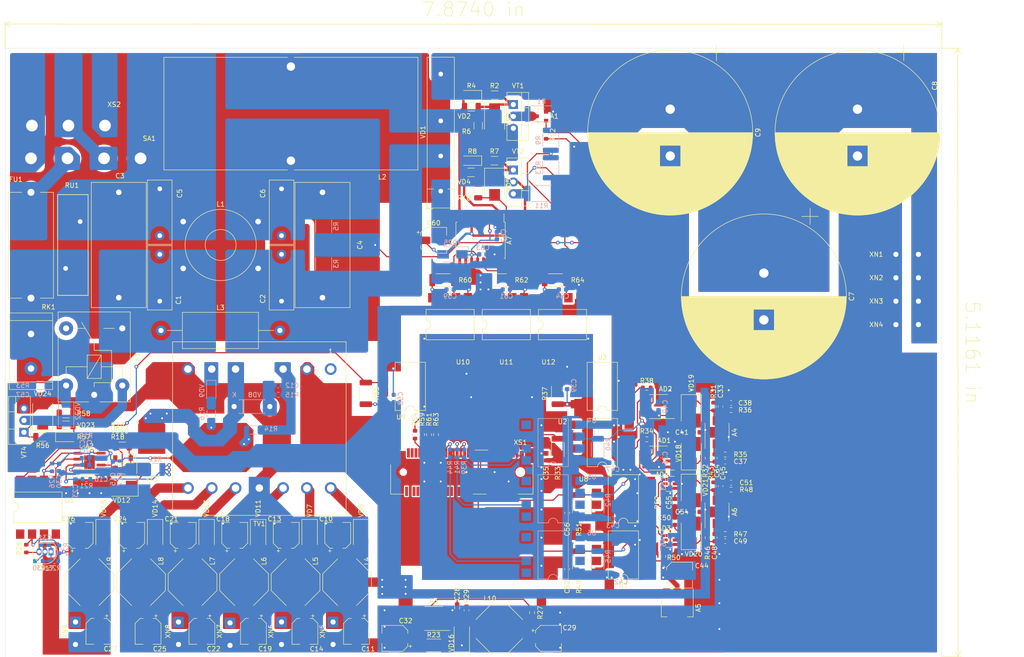
<source format=kicad_pcb>
(kicad_pcb (version 20171130) (host pcbnew 5.1.10)
  (title_block (title "Корректор коэффициента мощности\\nВерхний слой шелкографии") (date 03.04.2022) (company "МГТУ им. Н.Э.Баумана") (comment 1 МГТУ.436717.006) (comment 2 "Калайда И.Е.") (comment 3 "Родин М.В"))
  (layers (0 F.Cu signal) (31 B.Cu signal) (34 B.Paste user) (35 F.Paste user) (36 B.SilkS user) (37 F.SilkS user) (38 B.Mask user) (39 F.Mask user) (44 Edge.Cuts user))
  (net 0 "")
  (net 1 "Net-(A1-Pad3)")
  (net 2 +12V)
  (net 3 IupS)
  (net 4 "Net-(A2-Pad8)")
  (net 5 "Net-(A2-Pad7)")
  (net 6 "Net-(A2-Pad6)")
  (net 7 "Net-(A2-Pad4)")
  (net 8 "Net-(A2-Pad3)")
  (net 9 "Net-(A2-Pad1)")
  (net 10 "Net-(A3-Pad1)")
  (net 11 "Net-(A3-Pad5)")
  (net 12 "Net-(A3-Pad3)")
  (net 13 "Net-(A3-Pad2)")
  (net 14 "Net-(A4-Pad7)")
  (net 15 "Net-(A4-Pad6)")
  (net 16 "Net-(A4-Pad5)")
  (net 17 "Net-(A4-Pad3)")
  (net 18 "Net-(A4-Pad2)")
  (net 19 "Net-(A4-Pad1)")
  (net 20 +6V)
  (net 21 "Net-(A5-Pad2)")
  (net 22 "Net-(A6-Pad7)")
  (net 23 "Net-(A6-Pad6)")
  (net 24 "Net-(A6-Pad5)")
  (net 25 "Net-(A6-Pad3)")
  (net 26 "Net-(A6-Pad2)")
  (net 27 "Net-(A6-Pad1)")
  (net 28 "Net-(A7-Pad14)")
  (net 29 "Net-(A7-Pad13)")
  (net 30 "Net-(A7-Pad12)")
  (net 31 HO)
  (net 32 "Net-(A7-Pad7)")
  (net 33 HS)
  (net 34 LO)
  (net 35 "Net-(AD1-Pad7)")
  (net 36 "Net-(AD1-Pad6)")
  (net 37 "Net-(AD1-Pad5)")
  (net 38 "Net-(AD2-Pad6)")
  (net 39 "Net-(AD3-Pad5)")
  (net 40 "Net-(AD3-Pad4)")
  (net 41 "Net-(AD4-Pad5)")
  (net 42 GND)
  (net 43 "Net-(C1-Pad1)")
  (net 44 "Net-(C2-Pad2)")
  (net 45 "Net-(C2-Pad1)")
  (net 46 "Net-(C3-Pad2)")
  (net 47 "Net-(C4-Pad2)")
  (net 48 "Net-(C10-Pad1)")
  (net 49 "Net-(C11-Pad1)")
  (net 50 "Net-(C12-Pad2)")
  (net 51 "Net-(C13-Pad1)")
  (net 52 "Net-(C14-Pad1)")
  (net 53 "Net-(C18-Pad1)")
  (net 54 "Net-(C19-Pad1)")
  (net 55 "Net-(C21-Pad1)")
  (net 56 "Net-(C22-Pad1)")
  (net 57 "Net-(C24-Pad1)")
  (net 58 0)
  (net 59 "Net-(C26-Pad1)")
  (net 60 +5V)
  (net 61 "Net-(C31-Pad2)")
  (net 62 "Net-(C31-Pad1)")
  (net 63 "Net-(C33-Pad1)")
  (net 64 "Net-(C34-Pad1)")
  (net 65 UinS)
  (net 66 UoutS)
  (net 67 "Net-(C45-Pad1)")
  (net 68 "Net-(C48-Pad1)")
  (net 69 IdwS)
  (net 70 RelayCtrl+)
  (net 71 "Net-(FU1-Pad2)")
  (net 72 "Net-(FU1-Pad1)")
  (net 73 "Net-(R2-Pad2)")
  (net 74 "Net-(R2-Pad1)")
  (net 75 "Net-(R10-Pad1)")
  (net 76 "Net-(R7-Pad1)")
  (net 77 "Net-(R16-Pad2)")
  (net 78 "Net-(R18-Pad2)")
  (net 79 "Net-(R21-Pad2)")
  (net 80 "Net-(R24-Pad2)")
  (net 81 UinD)
  (net 82 "Net-(R34-Pad2)")
  (net 83 UoutD)
  (net 84 "Net-(R38-Pad2)")
  (net 85 "Net-(R39-Pad2)")
  (net 86 CLK)
  (net 87 "Net-(R41-Pad2)")
  (net 88 ~CS)
  (net 89 "Net-(R44-Pad2)")
  (net 90 SCLK)
  (net 91 IupD)
  (net 92 "Net-(R50-Pad2)")
  (net 93 IdwD)
  (net 94 "Net-(R52-Pad2)")
  (net 95 "Net-(R54-Pad2)")
  (net 96 Relay)
  (net 97 "Net-(R55-Pad1)")
  (net 98 "Net-(R56-Pad2)")
  (net 99 "Net-(R56-Pad1)")
  (net 100 "Net-(R59-Pad2)")
  (net 101 HI)
  (net 102 "Net-(R61-Pad2)")
  (net 103 SD)
  (net 104 "Net-(R63-Pad2)")
  (net 105 LI)
  (net 106 "Net-(SA1-Pad3)")
  (net 107 "Net-(SA1-Pad1)")
  (net 108 "Net-(TV1-Pad9)")
  (net 109 "Net-(TV1-Pad10)")
  (net 110 "Net-(TV1-Pad12)")
  (net 111 "Net-(TV1-Pad13)")
  (net 112 "Net-(TV1-Pad14)")
  (net 113 "Net-(TV1-Pad5)")
  (net 114 RelayCtrl-)
  (net 115 +400V)
  (net 116 -400V)
  (net 117 "Net-(TV1-Pad8)")
  (net 118 "Net-(TV1-Pad6)")
  (module Connector_PCBEdge:BUS_PCI_Express_Mini_Half (layer F.Cu) (at 209.8 156.9 180)
    (fp_text reference XS1 (at -12.5 6.35 180) (layer F.SilkS))
    (fp_text value PCIe_mini)
    (pad "" np_thru_hole circle (at 12.5 0 180) (size 1.1 1.1) (drill 1.1) (layers *.Cu *.Mask))
    (pad "" np_thru_hole circle (at -12.5 0 180) (size 1.6 1.6) (drill 1.6) (layers *.Cu *.Mask))
    (pad MP smd rect (at -14.65 3.5 180) (size 2.3 3.2) (layers F.Cu F.Paste F.Mask))
    (pad MP smd rect (at 14.65 3.5 180) (size 2.3 3.2) (layers F.Cu F.Paste F.Mask))
    (pad 1 smd rect (at -11.8 4.1 180) (size 0.6 2) (layers F.Cu F.Paste F.Mask))
    (pad 2 smd rect (at -11.4 -4.1 180) (size 0.6 2) (layers F.Cu F.Paste F.Mask))
    (pad 3 smd rect (at -11 4.1 180) (size 0.6 2) (layers F.Cu F.Paste F.Mask) (net 60 +5V))
    (pad 4 smd rect (at -10.6 -4.1 180) (size 0.6 2) (layers F.Cu F.Paste F.Mask) (net 58 0))
    (pad 5 smd rect (at -10.2 4.1 180) (size 0.6 2) (layers F.Cu F.Paste F.Mask) (net 60 +5V))
    (pad 6 smd rect (at -9.8 -4.1 180) (size 0.6 2) (layers F.Cu F.Paste F.Mask))
    (pad 7 smd rect (at -9.4 4.1 180) (size 0.6 2) (layers F.Cu F.Paste F.Mask))
    (pad 8 smd rect (at -9 -4.1 180) (size 0.6 2) (layers F.Cu F.Paste F.Mask))
    (pad 9 smd rect (at -8.6 4.1 180) (size 0.6 2) (layers F.Cu F.Paste F.Mask) (net 58 0))
    (pad 10 smd rect (at -8.2 -4.1 180) (size 0.6 2) (layers F.Cu F.Paste F.Mask))
    (pad 11 smd rect (at -7.8 4.1 180) (size 0.6 2) (layers F.Cu F.Paste F.Mask))
    (pad 12 smd rect (at -7.4 -4.1 180) (size 0.6 2) (layers F.Cu F.Paste F.Mask))
    (pad 13 smd rect (at -7 4.1 180) (size 0.6 2) (layers F.Cu F.Paste F.Mask))
    (pad 14 smd rect (at -6.6 -4.1 180) (size 0.6 2) (layers F.Cu F.Paste F.Mask))
    (pad 15 smd rect (at -6.2 4.1 180) (size 0.6 2) (layers F.Cu F.Paste F.Mask) (net 58 0))
    (pad 16 smd rect (at -5.8 -4.1 180) (size 0.6 2) (layers F.Cu F.Paste F.Mask))
    (pad 17 smd rect (at -2.2 4.1 180) (size 0.6 2) (layers F.Cu F.Paste F.Mask) (net 91 IupD))
    (pad 18 smd rect (at -1.8 -4.1 180) (size 0.6 2) (layers F.Cu F.Paste F.Mask) (net 58 0))
    (pad 19 smd rect (at -1.4 4.1 180) (size 0.6 2) (layers F.Cu F.Paste F.Mask) (net 93 IdwD))
    (pad 20 smd rect (at -1 -4.1 180) (size 0.6 2) (layers F.Cu F.Paste F.Mask))
    (pad 21 smd rect (at -0.6 4.1 180) (size 0.6 2) (layers F.Cu F.Paste F.Mask) (net 58 0))
    (pad 22 smd rect (at -0.2 -4.1 180) (size 0.6 2) (layers F.Cu F.Paste F.Mask))
    (pad 23 smd rect (at 0.2 4.1 180) (size 0.6 2) (layers F.Cu F.Paste F.Mask) (net 86 CLK))
    (pad 24 smd rect (at 0.6 -4.1 180) (size 0.6 2) (layers F.Cu F.Paste F.Mask))
    (pad 25 smd rect (at 1 4.1 180) (size 0.6 2) (layers F.Cu F.Paste F.Mask) (net 88 ~CS))
    (pad 26 smd rect (at 1.4 -4.1 180) (size 0.6 2) (layers F.Cu F.Paste F.Mask) (net 58 0))
    (pad 27 smd rect (at 1.8 4.1 180) (size 0.6 2) (layers F.Cu F.Paste F.Mask) (net 58 0))
    (pad 28 smd rect (at 2.2 -4.1 180) (size 0.6 2) (layers F.Cu F.Paste F.Mask))
    (pad 29 smd rect (at 2.6 4.1 180) (size 0.6 2) (layers F.Cu F.Paste F.Mask) (net 58 0))
    (pad 30 smd rect (at 3 -4.1 180) (size 0.6 2) (layers F.Cu F.Paste F.Mask))
    (pad 31 smd rect (at 3.4 4.1 180) (size 0.6 2) (layers F.Cu F.Paste F.Mask) (net 90 SCLK))
    (pad 32 smd rect (at 3.8 -4.1 180) (size 0.6 2) (layers F.Cu F.Paste F.Mask))
    (pad 33 smd rect (at 4.2 4.1 180) (size 0.6 2) (layers F.Cu F.Paste F.Mask) (net 81 UinD))
    (pad 34 smd rect (at 4.6 -4.1 180) (size 0.6 2) (layers F.Cu F.Paste F.Mask) (net 58 0))
    (pad 35 smd rect (at 5 4.1 180) (size 0.6 2) (layers F.Cu F.Paste F.Mask) (net 58 0))
    (pad 36 smd rect (at 5.4 -4.1 180) (size 0.6 2) (layers F.Cu F.Paste F.Mask))
    (pad 37 smd rect (at 5.8 4.1 180) (size 0.6 2) (layers F.Cu F.Paste F.Mask) (net 83 UoutD))
    (pad 38 smd rect (at 6.2 -4.1 180) (size 0.6 2) (layers F.Cu F.Paste F.Mask))
    (pad 39 smd rect (at 6.6 4.1 180) (size 0.6 2) (layers F.Cu F.Paste F.Mask) (net 105 LI))
    (pad 40 smd rect (at 7 -4.1 180) (size 0.6 2) (layers F.Cu F.Paste F.Mask) (net 58 0))
    (pad 41 smd rect (at 7.4 4.1 180) (size 0.6 2) (layers F.Cu F.Paste F.Mask) (net 103 SD))
    (pad 42 smd rect (at 7.8 -4.1 180) (size 0.6 2) (layers F.Cu F.Paste F.Mask))
    (pad 43 smd rect (at 8.2 4.1 180) (size 0.6 2) (layers F.Cu F.Paste F.Mask) (net 101 HI))
    (pad 44 smd rect (at 8.6 -4.1 180) (size 0.6 2) (layers F.Cu F.Paste F.Mask))
    (pad 45 smd rect (at 9 4.1 180) (size 0.6 2) (layers F.Cu F.Paste F.Mask) (net 96 Relay))
    (pad 46 smd rect (at 9.4 -4.1 180) (size 0.6 2) (layers F.Cu F.Paste F.Mask))
    (pad 47 smd rect (at 9.8 4.1 180) (size 0.6 2) (layers F.Cu F.Paste F.Mask))
    (pad 48 smd rect (at 10.2 -4.1 180) (size 0.6 2) (layers F.Cu F.Paste F.Mask))
    (pad 49 smd rect (at 10.6 4.1 180) (size 0.6 2) (layers F.Cu F.Paste F.Mask))
    (pad 50 smd rect (at 11 -4.1 180) (size 0.6 2) (layers F.Cu F.Paste F.Mask) (net 58 0))
    (pad 51 smd rect (at 11.4 4.1 180) (size 0.6 2) (layers F.Cu F.Paste F.Mask))
    (pad 52 smd rect (at 11.8 -4.1 180) (size 0.6 2) (layers F.Cu F.Paste F.Mask))
  )
  (module Package_SO:SOIC-8-1EP_3.9x4.9mm_P1.27mm_EP2.29x3mm (layer F.Cu) (at 264.3 148.4 90)
    (fp_text reference A4 (at 0 3.75 90) (layer F.SilkS))
    (fp_text value TL103W)
    (pad 9 smd rect (at 0 0 90) (size 2.29 3) (layers F.Cu F.Mask))
    (pad 8 smd roundrect (at 2.475 -1.905 90) (size 1.95 0.6) (layers F.Cu F.Paste F.Mask) (net 2 +12V))
    (pad 7 smd roundrect (at 2.475 -0.635 90) (size 1.95 0.6) (layers F.Cu F.Paste F.Mask) (net 14 "Net-(A4-Pad7)"))
    (pad 6 smd roundrect (at 2.475 0.635 90) (size 1.95 0.6) (layers F.Cu F.Paste F.Mask) (net 15 "Net-(A4-Pad6)"))
    (pad 5 smd roundrect (at 2.475 1.905 90) (size 1.95 0.6) (layers F.Cu F.Paste F.Mask) (net 16 "Net-(A4-Pad5)"))
    (pad 4 smd roundrect (at -2.475 1.905 90) (size 1.95 0.6) (layers F.Cu F.Paste F.Mask) (net 116 -400V))
    (pad 3 smd roundrect (at -2.475 0.635 90) (size 1.95 0.6) (layers F.Cu F.Paste F.Mask) (net 17 "Net-(A4-Pad3)"))
    (pad 2 smd roundrect (at -2.475 -0.635 90) (size 1.95 0.6) (layers F.Cu F.Paste F.Mask) (net 18 "Net-(A4-Pad2)"))
    (pad 1 smd roundrect (at -2.475 -1.905 90) (size 1.95 0.6) (layers F.Cu F.Paste F.Mask) (net 19 "Net-(A4-Pad1)"))
  )
  (module Resistor_SMD:R_2010_5025Metric (layer F.Cu) (at 230.3 152.0875 270)
    (fp_text reference R33 (at 5.0625 0 90) (layer F.SilkS))
    (fp_text value 100)
    (pad 2 smd roundrect (at 2.3125 0 270) (size 1.225 2.65) (layers F.Cu F.Paste F.Mask) (roundrect_rratio 0.2040816326530612) (net 60 +5V))
    (pad 1 smd roundrect (at -2.3125 0 270) (size 1.225 2.65) (layers F.Cu F.Paste F.Mask) (roundrect_rratio 0.2040816326530612) (net 81 UinD))
  )
  (module Diode_SMD:D_SMB (layer F.Cu) (at 120.3 144.4 90)
    (fp_text reference VD24 (at 4.25 0 180) (layer F.SilkS))
    (fp_text value SMBJ13CA)
    (pad 2 smd rect (at 2.15 0 90) (size 2.5 2.3) (layers F.Cu F.Paste F.Mask) (net 116 -400V))
    (pad 1 smd rect (at -2.15 0 90) (size 2.5 2.3) (layers F.Cu F.Paste F.Mask) (net 98 "Net-(R56-Pad2)"))
  )
  (module Package_SO:SOIC-16W_7.5x10.3mm_P1.27mm (layer F.Cu) (at 213.8 107.4 270)
    (fp_text reference A7 (at 0 -6.1 90) (layer F.SilkS))
    (fp_text value IR2113)
    (pad 16 smd roundrect (at 4.65 -4.445 270) (size 2.05 0.6) (layers F.Cu F.Paste F.Mask))
    (pad 15 smd roundrect (at 4.65 -3.175 270) (size 2.05 0.6) (layers F.Cu F.Paste F.Mask) (net 116 -400V))
    (pad 14 smd roundrect (at 4.65 -1.905 270) (size 2.05 0.6) (layers F.Cu F.Paste F.Mask) (net 28 "Net-(A7-Pad14)"))
    (pad 13 smd roundrect (at 4.65 -0.635 270) (size 2.05 0.6) (layers F.Cu F.Paste F.Mask) (net 29 "Net-(A7-Pad13)"))
    (pad 12 smd roundrect (at 4.65 0.635 270) (size 2.05 0.6) (layers F.Cu F.Paste F.Mask) (net 30 "Net-(A7-Pad12)"))
    (pad 11 smd roundrect (at 4.65 1.905 270) (size 2.05 0.6) (layers F.Cu F.Paste F.Mask) (net 2 +12V))
    (pad 10 smd roundrect (at 4.65 3.175 270) (size 2.05 0.6) (layers F.Cu F.Paste F.Mask))
    (pad 9 smd roundrect (at 4.65 4.445 270) (size 2.05 0.6) (layers F.Cu F.Paste F.Mask))
    (pad 8 smd roundrect (at -4.65 4.445 270) (size 2.05 0.6) (layers F.Cu F.Paste F.Mask) (net 31 HO))
    (pad 7 smd roundrect (at -4.65 3.175 270) (size 2.05 0.6) (layers F.Cu F.Paste F.Mask) (net 32 "Net-(A7-Pad7)"))
    (pad 6 smd roundrect (at -4.65 1.905 270) (size 2.05 0.6) (layers F.Cu F.Paste F.Mask) (net 33 HS))
    (pad 5 smd roundrect (at -4.65 0.635 270) (size 2.05 0.6) (layers F.Cu F.Paste F.Mask))
    (pad 4 smd roundrect (at -4.65 -0.635 270) (size 2.05 0.6) (layers F.Cu F.Paste F.Mask))
    (pad 3 smd roundrect (at -4.65 -1.905 270) (size 2.05 0.6) (layers F.Cu F.Paste F.Mask) (net 2 +12V))
    (pad 2 smd roundrect (at -4.65 -3.175 270) (size 2.05 0.6) (layers F.Cu F.Paste F.Mask) (net 116 -400V))
    (pad 1 smd roundrect (at -4.65 -4.445 270) (size 2.05 0.6) (layers F.Cu F.Paste F.Mask) (net 34 LO))
  )
  (module Relay_THT:Relay_SPDT_Finder_36.11 (layer F.Cu) (at 131.3 140.4 90)
    (fp_text reference K1 (at 8.1 9.2 90) (layer F.SilkS))
    (fp_text value NRP-10-C-12D)
    (pad 4 thru_hole circle (at 0 0 90) (size 3 3) (drill 1.3) (layers *.Cu *.Mask) (net 71 "Net-(FU1-Pad2)"))
    (pad 2 thru_hole circle (at 2 -6 90) (size 3 3) (drill 1.3) (layers *.Cu *.Mask) (net 70 RelayCtrl+))
    (pad 3 thru_hole circle (at 14.2 -6 90) (size 3 3) (drill 1.3) (layers *.Cu *.Mask))
    (pad 5 thru_hole circle (at 14.2 6 90) (size 3 3) (drill 1.3) (layers *.Cu *.Mask) (net 43 "Net-(C1-Pad1)"))
    (pad 1 thru_hole circle (at 2 6 90) (size 3 3) (drill 1.3) (layers *.Cu *.Mask) (net 114 RelayCtrl-))
  )
  (module Diode_THT:Diode_Bridge_32.0x5.6x17.0mm_P10.0mm_P7.5mm (layer F.Cu) (at 205.3 96.9 90)
    (fp_text reference VD1 (at 12.6 -3.8 270) (layer F.SilkS))
    (fp_text value KBJ3510)
    (pad 4 thru_hole rect (at 0 0 90) (size 2 2) (drill 1) (layers *.Cu *.Mask) (net 116 -400V))
    (pad 2 thru_hole circle (at 7.5 0 90) (size 2 2) (drill 1) (layers *.Cu *.Mask) (net 45 "Net-(C2-Pad1)"))
    (pad 3 thru_hole circle (at 15 0 90) (size 2 2) (drill 1) (layers *.Cu *.Mask) (net 33 HS))
    (pad 1 thru_hole circle (at 25 0 90) (size 2 2) (drill 1) (layers *.Cu *.Mask) (net 115 +400V))
  )
  (module Diode_SMD:D_SOD-123 (layer F.Cu) (at 211.8 76.4 180)
    (fp_text reference VD2 (at 1.5 -4.5) (layer F.SilkS))
    (fp_text value MBR0540)
    (pad 2 smd rect (at 1.65 0 180) (size 0.9 1.2) (layers F.Cu F.Paste F.Mask) (net 31 HO))
    (pad 1 smd rect (at -1.65 0 180) (size 0.9 1.2) (layers F.Cu F.Paste F.Mask) (net 74 "Net-(R2-Pad1)"))
  )
  (module Connector_Wire:SolderWire-2sqmm_1x03_P7.8mm_D2mm_OD3.9mm (layer F.Cu) (at 118 82.9)
    (fp_text reference XS2 (at 17.55 -4.5 180) (layer F.SilkS))
    (fp_text value PWR_IN)
    (pad 3 thru_hole circle (at 15.6 0) (size 3.9 3.9) (drill 2.5) (layers *.Cu *.Mask) (net 42 GND))
    (pad 2 thru_hole circle (at 7.8 0) (size 3.9 3.9) (drill 2.5) (layers *.Cu *.Mask) (net 106 "Net-(SA1-Pad3)"))
    (pad 1 thru_hole roundrect (at 0 0) (size 3.9 3.9) (drill 2.5) (layers *.Cu *.Mask) (roundrect_rratio 0.06410282051282051) (net 107 "Net-(SA1-Pad1)"))
  )
  (module Connector_Wire:SolderWire-0.5sqmm_1x02_P4.8mm_D0.9mm_OD2.3mm (layer F.Cu) (at 127.3 188.9 270)
    (fp_text reference XN9 (at 2 2.25 90) (layer F.SilkS))
    (fp_text value 5V_OUT)
    (pad 2 thru_hole circle (at 4.8 0 270) (size 2.3 2.3) (drill 1.1) (layers *.Cu *.Mask) (net 58 0))
    (pad 1 thru_hole roundrect (at 0 0 270) (size 2.3 2.3) (drill 1.1) (layers *.Cu *.Mask) (roundrect_rratio 0.108695652173913) (net 60 +5V))
  )
  (module Connector_Wire:SolderWire-0.5sqmm_1x02_P4.8mm_D0.9mm_OD2.3mm (layer F.Cu) (at 149.3 188.9 270)
    (fp_text reference XN8 (at 2 2.25 90) (layer F.SilkS))
    (fp_text value 12V_OUT3)
    (pad 2 thru_hole circle (at 4.8 0 270) (size 2.3 2.3) (drill 1.1) (layers *.Cu *.Mask) (net 116 -400V))
    (pad 1 thru_hole roundrect (at 0 0 270) (size 2.3 2.3) (drill 1.1) (layers *.Cu *.Mask) (roundrect_rratio 0.108695652173913) (net 56 "Net-(C22-Pad1)"))
  )
  (module Connector_Wire:SolderWire-0.5sqmm_1x02_P4.8mm_D0.9mm_OD2.3mm (layer F.Cu) (at 160.3 189.1 270)
    (fp_text reference XN7 (at 1.8 2.25 90) (layer F.SilkS))
    (fp_text value 12V_OUT2)
    (pad 2 thru_hole circle (at 4.8 0 270) (size 2.3 2.3) (drill 1.1) (layers *.Cu *.Mask) (net 116 -400V))
    (pad 1 thru_hole roundrect (at 0 0 270) (size 2.3 2.3) (drill 1.1) (layers *.Cu *.Mask) (roundrect_rratio 0.108695652173913) (net 54 "Net-(C19-Pad1)"))
  )
  (module Connector_Wire:SolderWire-0.5sqmm_1x02_P4.8mm_D0.9mm_OD2.3mm (layer F.Cu) (at 171.3 188.9 270)
    (fp_text reference XN6 (at 2 2.25 90) (layer F.SilkS))
    (fp_text value 12V_OUT1)
    (pad 2 thru_hole circle (at 4.8 0 270) (size 2.3 2.3) (drill 1.1) (layers *.Cu *.Mask) (net 116 -400V))
    (pad 1 thru_hole roundrect (at 0 0 270) (size 2.3 2.3) (drill 1.1) (layers *.Cu *.Mask) (roundrect_rratio 0.108695652173913) (net 52 "Net-(C14-Pad1)"))
  )
  (module Connector_Wire:SolderWire-0.5sqmm_1x02_P4.8mm_D0.9mm_OD2.3mm (layer F.Cu) (at 182.3 188.9 270)
    (fp_text reference XN5 (at 2 2.25 90) (layer F.SilkS))
    (fp_text value 12V_OUT0)
    (pad 2 thru_hole circle (at 4.8 0 270) (size 2.3 2.3) (drill 1.1) (layers *.Cu *.Mask) (net 116 -400V))
    (pad 1 thru_hole roundrect (at 0 0 270) (size 2.3 2.3) (drill 1.1) (layers *.Cu *.Mask) (roundrect_rratio 0.108695652173913) (net 49 "Net-(C11-Pad1)"))
  )
  (module Connector_Wire:SolderWire-0.5sqmm_1x02_P4.8mm_D0.9mm_OD2.3mm (layer F.Cu) (at 307.3 125.4 180)
    (fp_text reference XN4 (at 9 0) (layer F.SilkS))
    (fp_text value PWR_OUT3)
    (pad 2 thru_hole circle (at 4.8 0 180) (size 2.3 2.3) (drill 1.1) (layers *.Cu *.Mask) (net 116 -400V))
    (pad 1 thru_hole roundrect (at 0 0 180) (size 2.3 2.3) (drill 1.1) (layers *.Cu *.Mask) (roundrect_rratio 0.108695652173913) (net 115 +400V))
  )
  (module Connector_Wire:SolderWire-0.5sqmm_1x02_P4.8mm_D0.9mm_OD2.3mm (layer F.Cu) (at 307.3 120.4 180)
    (fp_text reference XN3 (at 9 0) (layer F.SilkS))
    (fp_text value PWR_OUT2)
    (pad 2 thru_hole circle (at 4.8 0 180) (size 2.3 2.3) (drill 1.1) (layers *.Cu *.Mask) (net 116 -400V))
    (pad 1 thru_hole roundrect (at 0 0 180) (size 2.3 2.3) (drill 1.1) (layers *.Cu *.Mask) (roundrect_rratio 0.108695652173913) (net 115 +400V))
  )
  (module Connector_Wire:SolderWire-0.5sqmm_1x02_P4.8mm_D0.9mm_OD2.3mm (layer F.Cu) (at 307.3 115.4 180)
    (fp_text reference XN2 (at 9 0) (layer F.SilkS))
    (fp_text value PWR_OUT1)
    (pad 2 thru_hole circle (at 4.8 0 180) (size 2.3 2.3) (drill 1.1) (layers *.Cu *.Mask) (net 116 -400V))
    (pad 1 thru_hole roundrect (at 0 0 180) (size 2.3 2.3) (drill 1.1) (layers *.Cu *.Mask) (roundrect_rratio 0.108695652173913) (net 115 +400V))
  )
  (module Connector_Wire:SolderWire-0.5sqmm_1x02_P4.8mm_D0.9mm_OD2.3mm (layer F.Cu) (at 307.3 110.4 180)
    (fp_text reference XN1 (at 9 0) (layer F.SilkS))
    (fp_text value PWR_OUT0)
    (pad 2 thru_hole circle (at 4.8 0 180) (size 2.3 2.3) (drill 1.1) (layers *.Cu *.Mask) (net 116 -400V))
    (pad 1 thru_hole roundrect (at 0 0 180) (size 2.3 2.3) (drill 1.1) (layers *.Cu *.Mask) (roundrect_rratio 0.108695652173913) (net 115 +400V))
  )
  (module Package_TO_SOT_THT:TO-220-3_Vertical (layer F.Cu) (at 116.3 148.4 90)
    (fp_text reference VT4 (at -4.25 0 90) (layer F.SilkS))
    (fp_text value VT_NMOS_ENH_GDS)
    (pad 3 thru_hole oval (at 5.08 0 90) (size 1.905 2) (drill 1.1) (layers *.Cu *.Mask) (net 116 -400V))
    (pad 2 thru_hole oval (at 2.54 0 90) (size 1.905 2) (drill 1.1) (layers *.Cu *.Mask) (net 114 RelayCtrl-))
    (pad 1 thru_hole rect (at 0 0 90) (size 1.905 2) (drill 1.1) (layers *.Cu *.Mask) (net 98 "Net-(R56-Pad2)"))
  )
  (module Package_TO_SOT_SMD:TO-252-2 (layer F.Cu) (at 143.58 151.9 90)
    (fp_text reference VT3 (at -6.5 -0.03 180) (layer F.SilkS))
    (fp_text value STD3NK80Z)
    (pad 2 smd rect (at 2.1 0 90) (size 6.4 5.8) (layers F.Cu F.Mask) (net 113 "Net-(TV1-Pad5)"))
    (pad 3 smd rect (at -4.2 2.28 90) (size 2.2 1.2) (layers F.Cu F.Paste F.Mask) (net 79 "Net-(R21-Pad2)"))
    (pad 1 smd rect (at -4.2 -2.28 90) (size 2.2 1.2) (layers F.Cu F.Paste F.Mask) (net 78 "Net-(R18-Pad2)"))
  )
  (module Package_TO_SOT_THT:TO-220-3_Vertical (layer F.Cu) (at 220.8 92.4 270)
    (fp_text reference VT2 (at -4 -1 180) (layer F.SilkS))
    (fp_text value STP34NM60N)
    (pad 3 thru_hole oval (at 5.08 0 270) (size 1.905 2) (drill 1.1) (layers *.Cu *.Mask) (net 69 IdwS))
    (pad 2 thru_hole oval (at 2.54 0 270) (size 1.905 2) (drill 1.1) (layers *.Cu *.Mask) (net 33 HS))
    (pad 1 thru_hole rect (at 0 0 270) (size 1.905 2) (drill 1.1) (layers *.Cu *.Mask) (net 75 "Net-(R10-Pad1)"))
  )
  (module Package_TO_SOT_THT:TO-220-3_Vertical (layer F.Cu) (at 220.8 78.4 270)
    (fp_text reference VT1 (at -4 -1 180) (layer F.SilkS))
    (fp_text value STP34NM60N)
    (pad 3 thru_hole oval (at 5.08 0 270) (size 1.905 2) (drill 1.1) (layers *.Cu *.Mask) (net 33 HS))
    (pad 2 thru_hole oval (at 2.54 0 270) (size 1.905 2) (drill 1.1) (layers *.Cu *.Mask) (net 1 "Net-(A1-Pad3)"))
    (pad 1 thru_hole rect (at 0 0 270) (size 1.905 2) (drill 1.1) (layers *.Cu *.Mask) (net 73 "Net-(R2-Pad2)"))
  )
  (module Diode_SMD:D_SMA (layer B.Cu) (at 207.8 110.4 180)
    (fp_text reference VD25 (at 0 2.5) (layer B.SilkS) (effects (justify mirror)))
    (fp_text value SK16)
    (pad 2 smd rect (at 2 0 180) (size 2.5 1.8) (layers B.Cu B.Paste B.Mask) (net 33 HS))
    (pad 1 smd rect (at -2 0 180) (size 2.5 1.8) (layers B.Cu B.Paste B.Mask) (net 2 +12V))
  )
  (module Diode_SMD:D_SOD-123 (layer F.Cu) (at 125.3 149.4)
    (fp_text reference VD23 (at 4.25 -2.5) (layer F.SilkS))
    (fp_text value MBR0540)
    (pad 2 smd rect (at 1.65 0) (size 0.9 1.2) (layers F.Cu F.Paste F.Mask) (net 97 "Net-(R55-Pad1)"))
    (pad 1 smd rect (at -1.65 0) (size 0.9 1.2) (layers F.Cu F.Paste F.Mask) (net 99 "Net-(R56-Pad1)"))
  )
  (module Diode_SMD:D_SMA (layer B.Cu) (at 125.3 143.9 90)
    (fp_text reference VD22 (at 0 2.5 270) (layer B.SilkS) (effects (justify mirror)))
    (fp_text value SK16)
    (pad 2 smd rect (at 2 0 90) (size 2.5 1.8) (layers B.Cu B.Paste B.Mask) (net 70 RelayCtrl+))
    (pad 1 smd rect (at -2 0 90) (size 2.5 1.8) (layers B.Cu B.Paste B.Mask) (net 114 RelayCtrl-))
  )
  (module Diode_SMD:D_SMB (layer F.Cu) (at 258.8 160.9 270)
    (fp_text reference VD21 (at -0.75 -3 270) (layer F.SilkS))
    (fp_text value SMBJ5CA)
    (pad 2 smd rect (at 2.15 0 270) (size 2.5 2.3) (layers F.Cu F.Paste F.Mask) (net 116 -400V))
    (pad 1 smd rect (at -2.15 0 270) (size 2.5 2.3) (layers F.Cu F.Paste F.Mask) (net 22 "Net-(A6-Pad7)"))
  )
  (module Diode_SMD:D_SMB (layer F.Cu) (at 258.8 169.9 90)
    (fp_text reference VD20 (at -4.5 0.5 180) (layer F.SilkS))
    (fp_text value SMBJ5CA)
    (pad 2 smd rect (at 2.15 0 90) (size 2.5 2.3) (layers F.Cu F.Paste F.Mask) (net 116 -400V))
    (pad 1 smd rect (at -2.15 0 90) (size 2.5 2.3) (layers F.Cu F.Paste F.Mask) (net 27 "Net-(A6-Pad1)"))
  )
  (module Diode_SMD:D_SMB (layer F.Cu) (at 258.8 143.9 270)
    (fp_text reference VD19 (at -6 0 90) (layer F.SilkS))
    (fp_text value SMBJ5CA)
    (pad 2 smd rect (at 2.15 0 270) (size 2.5 2.3) (layers F.Cu F.Paste F.Mask) (net 116 -400V))
    (pad 1 smd rect (at -2.15 0 270) (size 2.5 2.3) (layers F.Cu F.Paste F.Mask) (net 14 "Net-(A4-Pad7)"))
  )
  (module Diode_SMD:D_SMB (layer F.Cu) (at 258.8 152.9 90)
    (fp_text reference VD18 (at 0 -2.75 270) (layer F.SilkS))
    (fp_text value SMBJ5CA)
    (pad 2 smd rect (at 2.15 0 90) (size 2.5 2.3) (layers F.Cu F.Paste F.Mask) (net 116 -400V))
    (pad 1 smd rect (at -2.15 0 90) (size 2.5 2.3) (layers F.Cu F.Paste F.Mask) (net 19 "Net-(A4-Pad1)"))
  )
  (module Package_TO_SOT_THT:TO-92_Inline (layer F.Cu) (at 122.07 173.9 180)
    (fp_text reference VD17 (at 1.27 -3.56) (layer F.SilkS))
    (fp_text value TL431)
    (pad 1 thru_hole rect (at 0 0 180) (size 1.05 1.5) (drill 0.75) (layers *.Cu *.Mask) (net 61 "Net-(C31-Pad2)"))
    (pad 3 thru_hole oval (at 2.54 0 180) (size 1.05 1.5) (drill 0.75) (layers *.Cu *.Mask) (net 62 "Net-(C31-Pad1)"))
    (pad 2 thru_hole oval (at 1.27 0 180) (size 1.05 1.5) (drill 0.75) (layers *.Cu *.Mask) (net 58 0))
  )
  (module Diode_SMD:D_SMA (layer F.Cu) (at 209.8 191.9 90)
    (fp_text reference VD16 (at -1.5 -2.25 90) (layer F.SilkS))
    (fp_text value SK16)
    (pad 2 smd rect (at 2 0 90) (size 2.5 1.8) (layers F.Cu F.Paste F.Mask) (net 13 "Net-(A3-Pad2)"))
    (pad 1 smd rect (at -2 0 90) (size 2.5 1.8) (layers F.Cu F.Paste F.Mask) (net 116 -400V))
  )
  (module Diode_SMD:D_SMA (layer F.Cu) (at 133.3 170.4 270)
    (fp_text reference VD15 (at -5.75 0 90) (layer F.SilkS))
    (fp_text value SK16)
    (pad 2 smd rect (at 2 0 270) (size 2.5 1.8) (layers F.Cu F.Paste F.Mask) (net 59 "Net-(C26-Pad1)"))
    (pad 1 smd rect (at -2 0 270) (size 2.5 1.8) (layers F.Cu F.Paste F.Mask) (net 117 "Net-(TV1-Pad8)"))
  )
  (module Diode_SMD:D_SMA (layer F.Cu) (at 144.3 170.4 270)
    (fp_text reference VD14 (at -5.75 0 90) (layer F.SilkS))
    (fp_text value SK16)
    (pad 2 smd rect (at 2 0 270) (size 2.5 1.8) (layers F.Cu F.Paste F.Mask) (net 57 "Net-(C24-Pad1)"))
    (pad 1 smd rect (at -2 0 270) (size 2.5 1.8) (layers F.Cu F.Paste F.Mask) (net 108 "Net-(TV1-Pad9)"))
  )
  (module Diode_SMD:D_SMA (layer F.Cu) (at 155.3 170.4 270)
    (fp_text reference VD13 (at -5.75 0 90) (layer F.SilkS))
    (fp_text value SK16)
    (pad 2 smd rect (at 2 0 270) (size 2.5 1.8) (layers F.Cu F.Paste F.Mask) (net 55 "Net-(C21-Pad1)"))
    (pad 1 smd rect (at -2 0 270) (size 2.5 1.8) (layers F.Cu F.Paste F.Mask) (net 109 "Net-(TV1-Pad10)"))
  )
  (module Diode_SMD:D_SMB (layer F.Cu) (at 137.15 159.9 180)
    (fp_text reference VD12 (at 0 -3) (layer F.SilkS))
    (fp_text value SMBJ13CA)
    (pad 2 smd rect (at 2.15 0 180) (size 2.5 2.3) (layers F.Cu F.Paste F.Mask) (net 116 -400V))
    (pad 1 smd rect (at -2.15 0 180) (size 2.5 2.3) (layers F.Cu F.Paste F.Mask) (net 78 "Net-(R18-Pad2)"))
  )
  (module Diode_SMD:D_SMA (layer F.Cu) (at 166.3 170.4 270)
    (fp_text reference VD11 (at -5.75 0 90) (layer F.SilkS))
    (fp_text value SK16)
    (pad 2 smd rect (at 2 0 270) (size 2.5 1.8) (layers F.Cu F.Paste F.Mask) (net 53 "Net-(C18-Pad1)"))
    (pad 1 smd rect (at -2 0 270) (size 2.5 1.8) (layers F.Cu F.Paste F.Mask) (net 110 "Net-(TV1-Pad12)"))
  )
  (module Diode_SMD:D_SOD-123 (layer F.Cu) (at 137.45 153.9 180)
    (fp_text reference VD10 (at 0.65 5.75) (layer F.SilkS))
    (fp_text value 1n4148W)
    (pad 2 smd rect (at 1.65 0 180) (size 0.9 1.2) (layers F.Cu F.Paste F.Mask) (net 6 "Net-(A2-Pad6)"))
    (pad 1 smd rect (at -1.65 0 180) (size 0.9 1.2) (layers F.Cu F.Paste F.Mask) (net 78 "Net-(R18-Pad2)"))
  )
  (module Diode_SMD:D_SOD-123 (layer B.Cu) (at 156.3 139.55 270)
    (fp_text reference VD9 (at 0 2 90) (layer B.SilkS) (effects (justify mirror)))
    (fp_text value 1n4148W)
    (pad 2 smd rect (at 1.65 0 270) (size 0.9 1.2) (layers B.Cu B.Paste B.Mask) (net 77 "Net-(R16-Pad2)"))
    (pad 1 smd rect (at -1.65 0 270) (size 0.9 1.2) (layers B.Cu B.Paste B.Mask) (net 118 "Net-(TV1-Pad6)"))
  )
  (module Diode_THT:D_DO-41_SOD81_P7.62mm_Horizontal (layer B.Cu) (at 161.18 142.9)
    (fp_text reference VD8 (at 4.37 -2.5) (layer B.SilkS) (effects (justify mirror)))
    (fp_text value FR107)
    (fp_text user K (at 0 -2.5) (layer B.SilkS) (effects (justify mirror)))
    (pad 2 thru_hole oval (at 7.62 0) (size 2.2 2.2) (drill 1.1) (layers *.Cu *.Mask) (net 50 "Net-(C12-Pad2)"))
    (pad 1 thru_hole rect (at 0 0) (size 2.2 2.2) (drill 1.1) (layers *.Cu *.Mask) (net 113 "Net-(TV1-Pad5)"))
  )
  (module Diode_SMD:D_SMA (layer F.Cu) (at 177.3 170.4 270)
    (fp_text reference VD7 (at -5.25 0 90) (layer F.SilkS))
    (fp_text value SK16)
    (pad 2 smd rect (at 2 0 270) (size 2.5 1.8) (layers F.Cu F.Paste F.Mask) (net 51 "Net-(C13-Pad1)"))
    (pad 1 smd rect (at -2 0 270) (size 2.5 1.8) (layers F.Cu F.Paste F.Mask) (net 111 "Net-(TV1-Pad13)"))
  )
  (module Diode_SMD:D_SMA (layer F.Cu) (at 188.3 170.4 270)
    (fp_text reference VD6 (at -5.25 0 90) (layer F.SilkS))
    (fp_text value SK16)
    (pad 2 smd rect (at 2 0 270) (size 2.5 1.8) (layers F.Cu F.Paste F.Mask) (net 48 "Net-(C10-Pad1)"))
    (pad 1 smd rect (at -2 0 270) (size 2.5 1.8) (layers F.Cu F.Paste F.Mask) (net 112 "Net-(TV1-Pad14)"))
  )
  (module Diode_SMD:D_SMB (layer F.Cu) (at 216.8 95.55 270)
    (fp_text reference VD5 (at 0 -3 90) (layer F.SilkS))
    (fp_text value SMBJ13CA)
    (pad 2 smd rect (at 2.15 0 270) (size 2.5 2.3) (layers F.Cu F.Paste F.Mask) (net 116 -400V))
    (pad 1 smd rect (at -2.15 0 270) (size 2.5 2.3) (layers F.Cu F.Paste F.Mask) (net 75 "Net-(R10-Pad1)"))
  )
  (module Diode_SMD:D_SOD-123 (layer F.Cu) (at 211.8 90.4 180)
    (fp_text reference VD4 (at 1.5 -4.5) (layer F.SilkS))
    (fp_text value MBR0540)
    (pad 2 smd rect (at 1.65 0 180) (size 0.9 1.2) (layers F.Cu F.Paste F.Mask) (net 34 LO))
    (pad 1 smd rect (at -1.65 0 180) (size 0.9 1.2) (layers F.Cu F.Paste F.Mask) (net 76 "Net-(R7-Pad1)"))
  )
  (module Diode_SMD:D_SMB (layer F.Cu) (at 216.8 81.55 270)
    (fp_text reference VD3 (at 0 -3 90) (layer F.SilkS))
    (fp_text value SMBJ13CA)
    (pad 2 smd rect (at 2.15 0 270) (size 2.5 2.3) (layers F.Cu F.Paste F.Mask) (net 33 HS))
    (pad 1 smd rect (at -2.15 0 270) (size 2.5 2.3) (layers F.Cu F.Paste F.Mask) (net 73 "Net-(R2-Pad2)"))
  )
  (module Package_DIP:SMDIP-8_W11.48mm (layer F.Cu) (at 231.3 125.4 90)
    (fp_text reference U12 (at -8 -3 180) (layer F.SilkS))
    (fp_text value 6n136)
    (pad 8 smd rect (at 5.74 -3.81 90) (size 2 1.78) (layers F.Cu F.Paste F.Mask) (net 2 +12V))
    (pad 4 smd rect (at -5.74 3.81 90) (size 2 1.78) (layers F.Cu F.Paste F.Mask))
    (pad 7 smd rect (at 5.74 -1.27 90) (size 2 1.78) (layers F.Cu F.Paste F.Mask))
    (pad 3 smd rect (at -5.74 1.27 90) (size 2 1.78) (layers F.Cu F.Paste F.Mask) (net 58 0))
    (pad 6 smd rect (at 5.74 1.27 90) (size 2 1.78) (layers F.Cu F.Paste F.Mask) (net 28 "Net-(A7-Pad14)"))
    (pad 2 smd rect (at -5.74 -1.27 90) (size 2 1.78) (layers F.Cu F.Paste F.Mask) (net 104 "Net-(R63-Pad2)"))
    (pad 5 smd rect (at 5.74 3.81 90) (size 2 1.78) (layers F.Cu F.Paste F.Mask) (net 116 -400V))
    (pad 1 smd rect (at -5.74 -3.81 90) (size 2 1.78) (layers F.Cu F.Paste F.Mask))
  )
  (module Package_DIP:SMDIP-8_W11.48mm (layer F.Cu) (at 219.3 125.4 90)
    (fp_text reference U11 (at -8 0 180) (layer F.SilkS))
    (fp_text value 6n136)
    (pad 8 smd rect (at 5.74 -3.81 90) (size 2 1.78) (layers F.Cu F.Paste F.Mask) (net 2 +12V))
    (pad 4 smd rect (at -5.74 3.81 90) (size 2 1.78) (layers F.Cu F.Paste F.Mask))
    (pad 7 smd rect (at 5.74 -1.27 90) (size 2 1.78) (layers F.Cu F.Paste F.Mask))
    (pad 3 smd rect (at -5.74 1.27 90) (size 2 1.78) (layers F.Cu F.Paste F.Mask) (net 58 0))
    (pad 6 smd rect (at 5.74 1.27 90) (size 2 1.78) (layers F.Cu F.Paste F.Mask) (net 29 "Net-(A7-Pad13)"))
    (pad 2 smd rect (at -5.74 -1.27 90) (size 2 1.78) (layers F.Cu F.Paste F.Mask) (net 102 "Net-(R61-Pad2)"))
    (pad 5 smd rect (at 5.74 3.81 90) (size 2 1.78) (layers F.Cu F.Paste F.Mask) (net 116 -400V))
    (pad 1 smd rect (at -5.74 -3.81 90) (size 2 1.78) (layers F.Cu F.Paste F.Mask))
  )
  (module Package_DIP:SMDIP-8_W11.48mm (layer F.Cu) (at 207.3 125.4 90)
    (fp_text reference U10 (at -8 2.75 180) (layer F.SilkS))
    (fp_text value 6n136)
    (pad 8 smd rect (at 5.74 -3.81 90) (size 2 1.78) (layers F.Cu F.Paste F.Mask) (net 2 +12V))
    (pad 4 smd rect (at -5.74 3.81 90) (size 2 1.78) (layers F.Cu F.Paste F.Mask))
    (pad 7 smd rect (at 5.74 -1.27 90) (size 2 1.78) (layers F.Cu F.Paste F.Mask))
    (pad 3 smd rect (at -5.74 1.27 90) (size 2 1.78) (layers F.Cu F.Paste F.Mask) (net 58 0))
    (pad 6 smd rect (at 5.74 1.27 90) (size 2 1.78) (layers F.Cu F.Paste F.Mask) (net 30 "Net-(A7-Pad12)"))
    (pad 2 smd rect (at -5.74 -1.27 90) (size 2 1.78) (layers F.Cu F.Paste F.Mask) (net 100 "Net-(R59-Pad2)"))
    (pad 5 smd rect (at 5.74 3.81 90) (size 2 1.78) (layers F.Cu F.Paste F.Mask) (net 116 -400V))
    (pad 1 smd rect (at -5.74 -3.81 90) (size 2 1.78) (layers F.Cu F.Paste F.Mask))
  )
  (module Package_DIP:SMDIP-8_W11.48mm (layer F.Cu) (at 198.8 138.59 180)
    (fp_text reference U9 (at 2 -6.56) (layer F.SilkS))
    (fp_text value 6n136)
    (pad 8 smd rect (at 5.74 -3.81 180) (size 2 1.78) (layers F.Cu F.Paste F.Mask) (net 2 +12V))
    (pad 4 smd rect (at -5.74 3.81 180) (size 2 1.78) (layers F.Cu F.Paste F.Mask))
    (pad 7 smd rect (at 5.74 -1.27 180) (size 2 1.78) (layers F.Cu F.Paste F.Mask))
    (pad 3 smd rect (at -5.74 1.27 180) (size 2 1.78) (layers F.Cu F.Paste F.Mask) (net 58 0))
    (pad 6 smd rect (at 5.74 1.27 180) (size 2 1.78) (layers F.Cu F.Paste F.Mask) (net 97 "Net-(R55-Pad1)"))
    (pad 2 smd rect (at -5.74 -1.27 180) (size 2 1.78) (layers F.Cu F.Paste F.Mask) (net 95 "Net-(R54-Pad2)"))
    (pad 5 smd rect (at 5.74 3.81 180) (size 2 1.78) (layers F.Cu F.Paste F.Mask) (net 116 -400V))
    (pad 1 smd rect (at -5.74 -3.81 180) (size 2 1.78) (layers F.Cu F.Paste F.Mask))
  )
  (module Package_DIP:SMDIP-8_W11.48mm (layer F.Cu) (at 244.3 162.59 180)
    (fp_text reference U8 (at 8.5 4.19) (layer F.SilkS))
    (fp_text value 6N136)
    (pad 8 smd rect (at 5.74 -3.81 180) (size 2 1.78) (layers F.Cu F.Paste F.Mask) (net 60 +5V))
    (pad 4 smd rect (at -5.74 3.81 180) (size 2 1.78) (layers F.Cu F.Paste F.Mask))
    (pad 7 smd rect (at 5.74 -1.27 180) (size 2 1.78) (layers F.Cu F.Paste F.Mask))
    (pad 3 smd rect (at -5.74 1.27 180) (size 2 1.78) (layers F.Cu F.Paste F.Mask) (net 116 -400V))
    (pad 6 smd rect (at 5.74 1.27 180) (size 2 1.78) (layers F.Cu F.Paste F.Mask) (net 93 IdwD))
    (pad 2 smd rect (at -5.74 -1.27 180) (size 2 1.78) (layers F.Cu F.Paste F.Mask) (net 94 "Net-(R52-Pad2)"))
    (pad 5 smd rect (at 5.74 3.81 180) (size 2 1.78) (layers F.Cu F.Paste F.Mask) (net 58 0))
    (pad 1 smd rect (at -5.74 -3.81 180) (size 2 1.78) (layers F.Cu F.Paste F.Mask))
  )
  (module Package_DIP:SMDIP-8_W11.48mm (layer F.Cu) (at 244.3 174.59 180)
    (fp_text reference U7 (at 0 -6.56) (layer F.SilkS))
    (fp_text value 6N136)
    (pad 8 smd rect (at 5.74 -3.81 180) (size 2 1.78) (layers F.Cu F.Paste F.Mask) (net 60 +5V))
    (pad 4 smd rect (at -5.74 3.81 180) (size 2 1.78) (layers F.Cu F.Paste F.Mask))
    (pad 7 smd rect (at 5.74 -1.27 180) (size 2 1.78) (layers F.Cu F.Paste F.Mask))
    (pad 3 smd rect (at -5.74 1.27 180) (size 2 1.78) (layers F.Cu F.Paste F.Mask) (net 116 -400V))
    (pad 6 smd rect (at 5.74 1.27 180) (size 2 1.78) (layers F.Cu F.Paste F.Mask) (net 91 IupD))
    (pad 2 smd rect (at -5.74 -1.27 180) (size 2 1.78) (layers F.Cu F.Paste F.Mask) (net 92 "Net-(R50-Pad2)"))
    (pad 5 smd rect (at 5.74 3.81 180) (size 2 1.78) (layers F.Cu F.Paste F.Mask) (net 58 0))
    (pad 1 smd rect (at -5.74 -3.81 180) (size 2 1.78) (layers F.Cu F.Paste F.Mask))
  )
  (module Package_DIP:SMDIP-8_W11.48mm (layer B.Cu) (at 229.3 174.59)
    (fp_text reference U6 (at 8.25 -4.69) (layer B.SilkS) (effects (justify mirror)))
    (fp_text value 6N136)
    (pad 8 smd rect (at 5.74 3.81) (size 2 1.78) (layers B.Cu B.Paste B.Mask) (net 20 +6V))
    (pad 4 smd rect (at -5.74 -3.81) (size 2 1.78) (layers B.Cu B.Paste B.Mask))
    (pad 7 smd rect (at 5.74 1.27) (size 2 1.78) (layers B.Cu B.Paste B.Mask))
    (pad 3 smd rect (at -5.74 -1.27) (size 2 1.78) (layers B.Cu B.Paste B.Mask) (net 58 0))
    (pad 6 smd rect (at 5.74 -1.27) (size 2 1.78) (layers B.Cu B.Paste B.Mask) (net 40 "Net-(AD3-Pad4)"))
    (pad 2 smd rect (at -5.74 1.27) (size 2 1.78) (layers B.Cu B.Paste B.Mask) (net 89 "Net-(R44-Pad2)"))
    (pad 5 smd rect (at 5.74 -3.81) (size 2 1.78) (layers B.Cu B.Paste B.Mask) (net 116 -400V))
    (pad 1 smd rect (at -5.74 3.81) (size 2 1.78) (layers B.Cu B.Paste B.Mask))
  )
  (module Package_DIP:SMDIP-8_W11.48mm (layer B.Cu) (at 229.3 162.59)
    (fp_text reference U5 (at 8.25 -4.69) (layer B.SilkS) (effects (justify mirror)))
    (fp_text value 6N136)
    (pad 8 smd rect (at 5.74 3.81) (size 2 1.78) (layers B.Cu B.Paste B.Mask) (net 20 +6V))
    (pad 4 smd rect (at -5.74 -3.81) (size 2 1.78) (layers B.Cu B.Paste B.Mask))
    (pad 7 smd rect (at 5.74 1.27) (size 2 1.78) (layers B.Cu B.Paste B.Mask))
    (pad 3 smd rect (at -5.74 -1.27) (size 2 1.78) (layers B.Cu B.Paste B.Mask) (net 58 0))
    (pad 6 smd rect (at 5.74 -1.27) (size 2 1.78) (layers B.Cu B.Paste B.Mask) (net 37 "Net-(AD1-Pad5)"))
    (pad 2 smd rect (at -5.74 1.27) (size 2 1.78) (layers B.Cu B.Paste B.Mask) (net 87 "Net-(R41-Pad2)"))
    (pad 5 smd rect (at 5.74 -3.81) (size 2 1.78) (layers B.Cu B.Paste B.Mask) (net 116 -400V))
    (pad 1 smd rect (at -5.74 3.81) (size 2 1.78) (layers B.Cu B.Paste B.Mask))
  )
  (module Package_DIP:SMDIP-8_W11.48mm (layer B.Cu) (at 229.3 150.59)
    (fp_text reference U4 (at 8.25 -4.69) (layer B.SilkS) (effects (justify mirror)))
    (fp_text value 6N136)
    (pad 8 smd rect (at 5.74 3.81) (size 2 1.78) (layers B.Cu B.Paste B.Mask) (net 20 +6V))
    (pad 4 smd rect (at -5.74 -3.81) (size 2 1.78) (layers B.Cu B.Paste B.Mask))
    (pad 7 smd rect (at 5.74 1.27) (size 2 1.78) (layers B.Cu B.Paste B.Mask))
    (pad 3 smd rect (at -5.74 -1.27) (size 2 1.78) (layers B.Cu B.Paste B.Mask) (net 58 0))
    (pad 6 smd rect (at 5.74 -1.27) (size 2 1.78) (layers B.Cu B.Paste B.Mask) (net 35 "Net-(AD1-Pad7)"))
    (pad 2 smd rect (at -5.74 1.27) (size 2 1.78) (layers B.Cu B.Paste B.Mask) (net 85 "Net-(R39-Pad2)"))
    (pad 5 smd rect (at 5.74 -3.81) (size 2 1.78) (layers B.Cu B.Paste B.Mask) (net 116 -400V))
    (pad 1 smd rect (at -5.74 3.81) (size 2 1.78) (layers B.Cu B.Paste B.Mask))
  )
  (module Package_DIP:SMDIP-8_W11.48mm (layer F.Cu) (at 239.8 138.59 180)
    (fp_text reference U3 (at 0 6.19) (layer F.SilkS))
    (fp_text value 6N136)
    (pad 8 smd rect (at 5.74 -3.81 180) (size 2 1.78) (layers F.Cu F.Paste F.Mask) (net 60 +5V))
    (pad 4 smd rect (at -5.74 3.81 180) (size 2 1.78) (layers F.Cu F.Paste F.Mask))
    (pad 7 smd rect (at 5.74 -1.27 180) (size 2 1.78) (layers F.Cu F.Paste F.Mask))
    (pad 3 smd rect (at -5.74 1.27 180) (size 2 1.78) (layers F.Cu F.Paste F.Mask) (net 116 -400V))
    (pad 6 smd rect (at 5.74 1.27 180) (size 2 1.78) (layers F.Cu F.Paste F.Mask) (net 83 UoutD))
    (pad 2 smd rect (at -5.74 -1.27 180) (size 2 1.78) (layers F.Cu F.Paste F.Mask) (net 84 "Net-(R38-Pad2)"))
    (pad 5 smd rect (at 5.74 3.81 180) (size 2 1.78) (layers F.Cu F.Paste F.Mask) (net 58 0))
    (pad 1 smd rect (at -5.74 -3.81 180) (size 2 1.78) (layers F.Cu F.Paste F.Mask))
  )
  (module Package_DIP:SMDIP-8_W11.48mm (layer F.Cu) (at 239.8 150.59 180)
    (fp_text reference U2 (at 8.5 4.44) (layer F.SilkS))
    (fp_text value 6N136)
    (pad 8 smd rect (at 5.74 -3.81 180) (size 2 1.78) (layers F.Cu F.Paste F.Mask) (net 60 +5V))
    (pad 4 smd rect (at -5.74 3.81 180) (size 2 1.78) (layers F.Cu F.Paste F.Mask))
    (pad 7 smd rect (at 5.74 -1.27 180) (size 2 1.78) (layers F.Cu F.Paste F.Mask))
    (pad 3 smd rect (at -5.74 1.27 180) (size 2 1.78) (layers F.Cu F.Paste F.Mask) (net 116 -400V))
    (pad 6 smd rect (at 5.74 1.27 180) (size 2 1.78) (layers F.Cu F.Paste F.Mask) (net 81 UinD))
    (pad 2 smd rect (at -5.74 -1.27 180) (size 2 1.78) (layers F.Cu F.Paste F.Mask) (net 82 "Net-(R34-Pad2)"))
    (pad 5 smd rect (at 5.74 3.81 180) (size 2 1.78) (layers F.Cu F.Paste F.Mask) (net 58 0))
    (pad 1 smd rect (at -5.74 -3.81 180) (size 2 1.78) (layers F.Cu F.Paste F.Mask))
  )
  (module Package_DIP:SMDIP-8_W11.48mm (layer F.Cu) (at 119.3 164.4 90)
    (fp_text reference U1 (at 1.5 6.75 180) (layer F.SilkS))
    (fp_text value 6N136)
    (pad 8 smd rect (at 5.74 -3.81 90) (size 2 1.78) (layers F.Cu F.Paste F.Mask) (net 5 "Net-(A2-Pad7)"))
    (pad 4 smd rect (at -5.74 3.81 90) (size 2 1.78) (layers F.Cu F.Paste F.Mask))
    (pad 7 smd rect (at 5.74 -1.27 90) (size 2 1.78) (layers F.Cu F.Paste F.Mask))
    (pad 3 smd rect (at -5.74 1.27 90) (size 2 1.78) (layers F.Cu F.Paste F.Mask) (net 62 "Net-(C31-Pad1)"))
    (pad 6 smd rect (at 5.74 1.27 90) (size 2 1.78) (layers F.Cu F.Paste F.Mask) (net 9 "Net-(A2-Pad1)"))
    (pad 2 smd rect (at -5.74 -1.27 90) (size 2 1.78) (layers F.Cu F.Paste F.Mask) (net 80 "Net-(R24-Pad2)"))
    (pad 5 smd rect (at 5.74 3.81 90) (size 2 1.78) (layers F.Cu F.Paste F.Mask) (net 116 -400V))
    (pad 1 smd rect (at -5.74 -3.81 90) (size 2 1.78) (layers F.Cu F.Paste F.Mask))
  )
  (module Transformer_THT:Transformer_EPCOS_B66359A1013T_Horizontal (layer F.Cu) (at 181.8 134.9 180)
    (fp_text reference TV1 (at 15.24 -33.02) (layer F.SilkS))
    (fp_text value TV_DIEL_7)
    (fp_text user 1 (at 0 3.81) (layer F.SilkS))
    (pad 8 thru_hole circle (at 30.48 -25.4 180) (size 2.5 2.5) (drill 1.6) (layers *.Cu *.Mask) (net 117 "Net-(TV1-Pad8)"))
    (pad 9 thru_hole circle (at 25.4 -25.4 180) (size 2.5 2.5) (drill 1.6) (layers *.Cu *.Mask) (net 108 "Net-(TV1-Pad9)"))
    (pad 10 thru_hole circle (at 20.32 -25.4 180) (size 2.5 2.5) (drill 1.6) (layers *.Cu *.Mask) (net 109 "Net-(TV1-Pad10)"))
    (pad 11 thru_hole circle (at 15.24 -25.4 180) (size 2.5 2.5) (drill 1.6) (layers *.Cu *.Mask) (net 116 -400V))
    (pad 12 thru_hole circle (at 10.16 -25.4 180) (size 2.5 2.5) (drill 1.6) (layers *.Cu *.Mask) (net 110 "Net-(TV1-Pad12)"))
    (pad 13 thru_hole circle (at 5.08 -25.4 180) (size 2.5 2.5) (drill 1.6) (layers *.Cu *.Mask) (net 111 "Net-(TV1-Pad13)"))
    (pad 14 thru_hole circle (at 0 -25.4 180) (size 2.5 2.5) (drill 1.6) (layers *.Cu *.Mask) (net 112 "Net-(TV1-Pad14)"))
    (pad 7 thru_hole circle (at 30.48 0 180) (size 2.5 2.5) (drill 1.6) (layers *.Cu *.Mask) (net 116 -400V))
    (pad 6 thru_hole circle (at 25.4 0 180) (size 2.5 2.5) (drill 1.6) (layers *.Cu *.Mask) (net 118 "Net-(TV1-Pad6)"))
    (pad 5 thru_hole circle (at 20.32 0 180) (size 2.5 2.5) (drill 1.6) (layers *.Cu *.Mask) (net 113 "Net-(TV1-Pad5)"))
    (pad 3 thru_hole circle (at 10.16 0 180) (size 2.5 2.5) (drill 1.6) (layers *.Cu *.Mask) (net 115 +400V))
    (pad 2 thru_hole circle (at 5.08 0 180) (size 2.5 2.5) (drill 1.6) (layers *.Cu *.Mask) (net 58 0))
    (pad 1 thru_hole circle (at 0 0 180) (size 2.5 2.5) (drill 1.6) (layers *.Cu *.Mask))
  )
  (module Connector_Wire:SolderWire-2sqmm_1x04_P7.8mm_D2mm_OD3.9mm (layer F.Cu) (at 117.8 89.9)
    (fp_text reference SA1 (at 25.25 -4.25) (layer F.SilkS))
    (fp_text value "4C 250V 25A")
    (pad 4 thru_hole circle (at 23.4 0) (size 3.9 3.9) (drill 2.5) (layers *.Cu *.Mask) (net 46 "Net-(C3-Pad2)"))
    (pad 3 thru_hole circle (at 15.6 0) (size 3.9 3.9) (drill 2.5) (layers *.Cu *.Mask) (net 106 "Net-(SA1-Pad3)"))
    (pad 2 thru_hole circle (at 7.8 0) (size 3.9 3.9) (drill 2.5) (layers *.Cu *.Mask) (net 72 "Net-(FU1-Pad1)"))
    (pad 1 thru_hole roundrect (at 0 0) (size 3.9 3.9) (drill 2.5) (layers *.Cu *.Mask) (roundrect_rratio 0.06410282051282051) (net 107 "Net-(SA1-Pad1)"))
  )
  (module Varistor:RV_Disc_D21.5mm_W6.5mm_P10mm (layer F.Cu) (at 128.3 103.4 270)
    (fp_text reference RU1 (at -7.75 1.75 180) (layer F.SilkS))
    (fp_text value S20K275)
    (pad 2 thru_hole circle (at 10 3.1 270) (size 2 2) (drill 1) (layers *.Cu *.Mask) (net 71 "Net-(FU1-Pad2)"))
    (pad 1 thru_hole circle (at 0 0 270) (size 2 2) (drill 1) (layers *.Cu *.Mask) (net 46 "Net-(C3-Pad2)"))
  )
  (module Resistor_THT:R_Radial_Power_L16.1mm_W9.0mm_P7.37mm (layer F.Cu) (at 117.8 127.4 270)
    (fp_text reference RK1 (at -5.75 -3.75 180) (layer F.SilkS))
    (fp_text value JNR15S221L)
    (pad 2 thru_hole circle (at 7.37 0 270) (size 2.8 2.8) (drill 1.4) (layers *.Cu *.Mask) (net 43 "Net-(C1-Pad1)"))
    (pad 1 thru_hole circle (at 0 0 270) (size 2.8 2.8) (drill 1.4) (layers *.Cu *.Mask) (net 71 "Net-(FU1-Pad2)"))
  )
  (module Resistor_SMD:R_2010_5025Metric (layer F.Cu) (at 229.8 115.9 180)
    (fp_text reference R64 (at -4.75 0) (layer F.SilkS))
    (fp_text value 100)
    (pad 2 smd roundrect (at 2.3125 0 180) (size 1.225 2.65) (layers F.Cu F.Paste F.Mask) (roundrect_rratio 0.2040816326530612) (net 2 +12V))
    (pad 1 smd roundrect (at -2.3125 0 180) (size 1.225 2.65) (layers F.Cu F.Paste F.Mask) (roundrect_rratio 0.2040816326530612) (net 28 "Net-(A7-Pad14)"))
  )
  (module Resistor_SMD:R_0603_1608Metric (layer F.Cu) (at 204.3 148.9 90)
    (fp_text reference R63 (at 3.25 0 90) (layer F.SilkS))
    (fp_text value 750)
    (pad 2 smd roundrect (at 0.825 0 90) (size 0.8 0.95) (layers F.Cu F.Paste F.Mask) (net 104 "Net-(R63-Pad2)"))
    (pad 1 smd roundrect (at -0.825 0 90) (size 0.8 0.95) (layers F.Cu F.Paste F.Mask) (net 105 LI))
  )
  (module Resistor_SMD:R_2010_5025Metric (layer F.Cu) (at 217.8 115.9 180)
    (fp_text reference R62 (at -4.75 0) (layer F.SilkS))
    (fp_text value 100)
    (pad 2 smd roundrect (at 2.3125 0 180) (size 1.225 2.65) (layers F.Cu F.Paste F.Mask) (roundrect_rratio 0.2040816326530612) (net 2 +12V))
    (pad 1 smd roundrect (at -2.3125 0 180) (size 1.225 2.65) (layers F.Cu F.Paste F.Mask) (roundrect_rratio 0.2040816326530612) (net 29 "Net-(A7-Pad13)"))
  )
  (module Resistor_SMD:R_0603_1608Metric (layer F.Cu) (at 202.8 148.9 90)
    (fp_text reference R61 (at 3.25 0 90) (layer F.SilkS))
    (fp_text value 750)
    (pad 2 smd roundrect (at 0.825 0 90) (size 0.8 0.95) (layers F.Cu F.Paste F.Mask) (net 102 "Net-(R61-Pad2)"))
    (pad 1 smd roundrect (at -0.825 0 90) (size 0.8 0.95) (layers F.Cu F.Paste F.Mask) (net 103 SD))
  )
  (module Resistor_SMD:R_2010_5025Metric (layer F.Cu) (at 205.8 115.9 180)
    (fp_text reference R60 (at -4.75 0) (layer F.SilkS))
    (fp_text value 100)
    (pad 2 smd roundrect (at 2.3125 0 180) (size 1.225 2.65) (layers F.Cu F.Paste F.Mask) (roundrect_rratio 0.2040816326530612) (net 2 +12V))
    (pad 1 smd roundrect (at -2.3125 0 180) (size 1.225 2.65) (layers F.Cu F.Paste F.Mask) (roundrect_rratio 0.2040816326530612) (net 30 "Net-(A7-Pad12)"))
  )
  (module Resistor_SMD:R_0603_1608Metric (layer F.Cu) (at 201.3 148.9 90)
    (fp_text reference R59 (at 3.25 0 90) (layer F.SilkS))
    (fp_text value 750)
    (pad 2 smd roundrect (at 0.825 0 90) (size 0.8 0.95) (layers F.Cu F.Paste F.Mask) (net 100 "Net-(R59-Pad2)"))
    (pad 1 smd roundrect (at -0.825 0 90) (size 0.8 0.95) (layers F.Cu F.Paste F.Mask) (net 101 HI))
  )
  (module Resistor_SMD:R_1206_3216Metric (layer F.Cu) (at 125.3 144.4)
    (fp_text reference R58 (at 3.75 0) (layer F.SilkS))
    (fp_text value 200k)
    (pad 2 smd roundrect (at 1.4625 0) (size 1.125 1.75) (layers F.Cu F.Paste F.Mask) (roundrect_rratio 0.2222213333333333) (net 116 -400V))
    (pad 1 smd roundrect (at -1.4625 0) (size 1.125 1.75) (layers F.Cu F.Paste F.Mask) (roundrect_rratio 0.2222213333333333) (net 98 "Net-(R56-Pad2)"))
  )
  (module Resistor_SMD:R_1206_3216Metric (layer F.Cu) (at 125.3 146.9 180)
    (fp_text reference R57 (at -3.75 -2.5) (layer F.SilkS))
    (fp_text value R_RES)
    (pad 2 smd roundrect (at 1.4625 0 180) (size 1.125 1.75) (layers F.Cu F.Paste F.Mask) (roundrect_rratio 0.2222213333333333) (net 98 "Net-(R56-Pad2)"))
    (pad 1 smd roundrect (at -1.4625 0 180) (size 1.125 1.75) (layers F.Cu F.Paste F.Mask) (roundrect_rratio 0.2222213333333333) (net 97 "Net-(R55-Pad1)"))
  )
  (module Resistor_SMD:R_1206_3216Metric (layer F.Cu) (at 120.3 149.4 180)
    (fp_text reference R56 (at 0 -1.82) (layer F.SilkS))
    (fp_text value R_RES)
    (pad 2 smd roundrect (at 1.4625 0 180) (size 1.125 1.75) (layers F.Cu F.Paste F.Mask) (roundrect_rratio 0.2222213333333333) (net 98 "Net-(R56-Pad2)"))
    (pad 1 smd roundrect (at -1.4625 0 180) (size 1.125 1.75) (layers F.Cu F.Paste F.Mask) (roundrect_rratio 0.2222213333333333) (net 99 "Net-(R56-Pad1)"))
  )
  (module Resistor_SMD:R_2010_5025Metric (layer F.Cu) (at 189.3 140.0875 270)
    (fp_text reference R55 (at 0 -2.28 90) (layer F.SilkS))
    (fp_text value 100)
    (pad 2 smd roundrect (at 2.3125 0 270) (size 1.225 2.65) (layers F.Cu F.Paste F.Mask) (roundrect_rratio 0.2040816326530612) (net 2 +12V))
    (pad 1 smd roundrect (at -2.3125 0 270) (size 1.225 2.65) (layers F.Cu F.Paste F.Mask) (roundrect_rratio 0.2040816326530612) (net 97 "Net-(R55-Pad1)"))
  )
  (module Resistor_SMD:R_0603_1608Metric (layer F.Cu) (at 199.8 148.9 90)
    (fp_text reference R54 (at 3.25 0 90) (layer F.SilkS))
    (fp_text value 750)
    (pad 2 smd roundrect (at 0.825 0 90) (size 0.8 0.95) (layers F.Cu F.Paste F.Mask) (net 95 "Net-(R54-Pad2)"))
    (pad 1 smd roundrect (at -0.825 0 90) (size 0.8 0.95) (layers F.Cu F.Paste F.Mask) (net 96 Relay))
  )
  (module Resistor_SMD:R_1206_3216Metric (layer B.Cu) (at 119.8 138.4)
    (fp_text reference R53 (at -3.75 0) (layer B.SilkS) (effects (justify mirror)))
    (fp_text value R_RES)
    (pad 2 smd roundrect (at 1.4625 0) (size 1.125 1.75) (layers B.Cu B.Paste B.Mask) (roundrect_rratio 0.2222213333333333) (net 70 RelayCtrl+))
    (pad 1 smd roundrect (at -1.4625 0) (size 1.125 1.75) (layers B.Cu B.Paste B.Mask) (roundrect_rratio 0.2222213333333333) (net 2 +12V))
  )
  (module Resistor_SMD:R_0603_1608Metric (layer F.Cu) (at 252.8 163.4 270)
    (fp_text reference R52 (at 0 1.25 270) (layer F.SilkS))
    (fp_text value 750)
    (pad 2 smd roundrect (at 0.825 0 270) (size 0.8 0.95) (layers F.Cu F.Paste F.Mask) (net 94 "Net-(R52-Pad2)"))
    (pad 1 smd roundrect (at -0.825 0 270) (size 0.8 0.95) (layers F.Cu F.Paste F.Mask) (net 41 "Net-(AD4-Pad5)"))
  )
  (module Resistor_SMD:R_2010_5025Metric (layer F.Cu) (at 234.8 164.0875 270)
    (fp_text reference R51 (at 5.0625 0 90) (layer F.SilkS))
    (fp_text value 100)
    (pad 2 smd roundrect (at 2.3125 0 270) (size 1.225 2.65) (layers F.Cu F.Paste F.Mask) (roundrect_rratio 0.2040816326530612) (net 60 +5V))
    (pad 1 smd roundrect (at -2.3125 0 270) (size 1.225 2.65) (layers F.Cu F.Paste F.Mask) (roundrect_rratio 0.2040816326530612) (net 93 IdwD))
  )
  (module Resistor_SMD:R_0603_1608Metric (layer F.Cu) (at 252.8 174.9 270)
    (fp_text reference R50 (at 0.25 -2.25 180) (layer F.SilkS))
    (fp_text value 750)
    (pad 2 smd roundrect (at 0.825 0 270) (size 0.8 0.95) (layers F.Cu F.Paste F.Mask) (net 92 "Net-(R50-Pad2)"))
    (pad 1 smd roundrect (at -0.825 0 270) (size 0.8 0.95) (layers F.Cu F.Paste F.Mask) (net 39 "Net-(AD3-Pad5)"))
  )
  (module Resistor_SMD:R_2010_5025Metric (layer F.Cu) (at 234.8 176.0875 270)
    (fp_text reference R49 (at 5.3125 0 90) (layer F.SilkS))
    (fp_text value 100)
    (pad 2 smd roundrect (at 2.3125 0 270) (size 1.225 2.65) (layers F.Cu F.Paste F.Mask) (roundrect_rratio 0.2040816326530612) (net 60 +5V))
    (pad 1 smd roundrect (at -2.3125 0 270) (size 1.225 2.65) (layers F.Cu F.Paste F.Mask) (roundrect_rratio 0.2040816326530612) (net 91 IupD))
  )
  (module Resistor_SMD:R_0603_1608Metric (layer F.Cu) (at 267.3 160.65)
    (fp_text reference R48 (at 3.25 0) (layer F.SilkS))
    (fp_text value R_RES)
    (pad 2 smd roundrect (at 0.825 0) (size 0.8 0.95) (layers F.Cu F.Paste F.Mask) (net 69 IdwS))
    (pad 1 smd roundrect (at -0.825 0) (size 0.8 0.95) (layers F.Cu F.Paste F.Mask) (net 24 "Net-(A6-Pad5)"))
  )
  (module Resistor_SMD:R_0603_1608Metric (layer F.Cu) (at 266.05 170.15)
    (fp_text reference R47 (at 3.25 0) (layer F.SilkS))
    (fp_text value R_RES)
    (pad 2 smd roundrect (at 0.825 0) (size 0.8 0.95) (layers F.Cu F.Paste F.Mask) (net 3 IupS))
    (pad 1 smd roundrect (at -0.825 0) (size 0.8 0.95) (layers F.Cu F.Paste F.Mask) (net 25 "Net-(A6-Pad3)"))
  )
  (module Resistor_SMD:R_0603_1608Metric (layer F.Cu) (at 262.3 170.9 270)
    (fp_text reference R46 (at 3.25 0 90) (layer F.SilkS))
    (fp_text value R_RES)
    (pad 2 smd roundrect (at 0.825 0 270) (size 0.8 0.95) (layers F.Cu F.Paste F.Mask) (net 68 "Net-(C48-Pad1)"))
    (pad 1 smd roundrect (at -0.825 0 270) (size 0.8 0.95) (layers F.Cu F.Paste F.Mask) (net 27 "Net-(A6-Pad1)"))
  )
  (module Resistor_SMD:R_2010_5025Metric (layer B.Cu) (at 238.8 176.0875 270)
    (fp_text reference R45 (at -1.1875 -2.25 270) (layer B.SilkS) (effects (justify mirror)))
    (fp_text value 100)
    (pad 2 smd roundrect (at 2.3125 0 270) (size 1.225 2.65) (layers B.Cu B.Paste B.Mask) (roundrect_rratio 0.2040816326530612) (net 20 +6V))
    (pad 1 smd roundrect (at -2.3125 0 270) (size 1.225 2.65) (layers B.Cu B.Paste B.Mask) (roundrect_rratio 0.2040816326530612) (net 40 "Net-(AD3-Pad4)"))
  )
  (module Resistor_SMD:R_0603_1608Metric (layer B.Cu) (at 207.3 152.9 270)
    (fp_text reference R44 (at 3 0 270) (layer B.SilkS) (effects (justify mirror)))
    (fp_text value 750)
    (pad 2 smd roundrect (at 0.825 0 270) (size 0.8 0.95) (layers B.Cu B.Paste B.Mask) (net 89 "Net-(R44-Pad2)"))
    (pad 1 smd roundrect (at -0.825 0 270) (size 0.8 0.95) (layers B.Cu B.Paste B.Mask) (net 90 SCLK))
  )
  (module Resistor_SMD:R_0603_1608Metric (layer F.Cu) (at 263.55 159.9 90)
    (fp_text reference R43 (at 2.75 -0.5 90) (layer F.SilkS))
    (fp_text value R_RES)
    (pad 2 smd roundrect (at 0.825 0 90) (size 0.8 0.95) (layers F.Cu F.Paste F.Mask) (net 67 "Net-(C45-Pad1)"))
    (pad 1 smd roundrect (at -0.825 0 90) (size 0.8 0.95) (layers F.Cu F.Paste F.Mask) (net 22 "Net-(A6-Pad7)"))
  )
  (module Resistor_SMD:R_2010_5025Metric (layer B.Cu) (at 238.8 164.0875 270)
    (fp_text reference R42 (at -1.1875 -2.25 270) (layer B.SilkS) (effects (justify mirror)))
    (fp_text value 100)
    (pad 2 smd roundrect (at 2.3125 0 270) (size 1.225 2.65) (layers B.Cu B.Paste B.Mask) (roundrect_rratio 0.2040816326530612) (net 20 +6V))
    (pad 1 smd roundrect (at -2.3125 0 270) (size 1.225 2.65) (layers B.Cu B.Paste B.Mask) (roundrect_rratio 0.2040816326530612) (net 37 "Net-(AD1-Pad5)"))
  )
  (module Resistor_SMD:R_0603_1608Metric (layer B.Cu) (at 208.8 152.9 270)
    (fp_text reference R41 (at 3 0 270) (layer B.SilkS) (effects (justify mirror)))
    (fp_text value 750)
    (pad 2 smd roundrect (at 0.825 0 270) (size 0.8 0.95) (layers B.Cu B.Paste B.Mask) (net 87 "Net-(R41-Pad2)"))
    (pad 1 smd roundrect (at -0.825 0 270) (size 0.8 0.95) (layers B.Cu B.Paste B.Mask) (net 88 ~CS))
  )
  (module Resistor_SMD:R_2010_5025Metric (layer B.Cu) (at 238.8 152.0875 270)
    (fp_text reference R40 (at -1.1875 -2.25 270) (layer B.SilkS) (effects (justify mirror)))
    (fp_text value 100)
    (pad 2 smd roundrect (at 2.3125 0 270) (size 1.225 2.65) (layers B.Cu B.Paste B.Mask) (roundrect_rratio 0.2040816326530612) (net 20 +6V))
    (pad 1 smd roundrect (at -2.3125 0 270) (size 1.225 2.65) (layers B.Cu B.Paste B.Mask) (roundrect_rratio 0.2040816326530612) (net 35 "Net-(AD1-Pad7)"))
  )
  (module Resistor_SMD:R_0603_1608Metric (layer B.Cu) (at 210.3 152.9 270)
    (fp_text reference R39 (at 3 0 270) (layer B.SilkS) (effects (justify mirror)))
    (fp_text value 750)
    (pad 1 smd roundrect (at -0.825 0 270) (size 0.8 0.95) (layers B.Cu B.Paste B.Mask) (net 86 CLK))
    (pad 2 smd roundrect (at 0.825 0 270) (size 0.8 0.95) (layers B.Cu B.Paste B.Mask) (net 85 "Net-(R39-Pad2)"))
  )
  (module Resistor_SMD:R_0603_1608Metric (layer F.Cu) (at 249.3 138.9 180)
    (fp_text reference R38 (at 0 1.5) (layer F.SilkS))
    (fp_text value 750)
    (pad 2 smd roundrect (at 0.825 0 180) (size 0.8 0.95) (layers F.Cu F.Paste F.Mask) (net 84 "Net-(R38-Pad2)"))
    (pad 1 smd roundrect (at -0.825 0 180) (size 0.8 0.95) (layers F.Cu F.Paste F.Mask) (net 38 "Net-(AD2-Pad6)"))
  )
  (module Resistor_SMD:R_2010_5025Metric (layer F.Cu) (at 230.3 140.0875 270)
    (fp_text reference R37 (at 0.0625 2.75 90) (layer F.SilkS))
    (fp_text value 100)
    (pad 2 smd roundrect (at 2.3125 0 270) (size 1.225 2.65) (layers F.Cu F.Paste F.Mask) (roundrect_rratio 0.2040816326530612) (net 60 +5V))
    (pad 1 smd roundrect (at -2.3125 0 270) (size 1.225 2.65) (layers F.Cu F.Paste F.Mask) (roundrect_rratio 0.2040816326530612) (net 83 UoutD))
  )
  (module Resistor_SMD:R_0603_1608Metric (layer F.Cu) (at 267.3 143.65)
    (fp_text reference R36 (at 3 0) (layer F.SilkS))
    (fp_text value R_RES)
    (pad 2 smd roundrect (at 0.825 0) (size 0.8 0.95) (layers F.Cu F.Paste F.Mask) (net 66 UoutS))
    (pad 1 smd roundrect (at -0.825 0) (size 0.8 0.95) (layers F.Cu F.Paste F.Mask) (net 16 "Net-(A4-Pad5)"))
  )
  (module Resistor_SMD:R_0603_1608Metric (layer F.Cu) (at 266.05 153.15)
    (fp_text reference R35 (at 3.25 0) (layer F.SilkS))
    (fp_text value R_RES)
    (pad 2 smd roundrect (at 0.825 0) (size 0.8 0.95) (layers F.Cu F.Paste F.Mask) (net 65 UinS))
    (pad 1 smd roundrect (at -0.825 0) (size 0.8 0.95) (layers F.Cu F.Paste F.Mask) (net 17 "Net-(A4-Pad3)"))
  )
  (module Resistor_SMD:R_0603_1608Metric (layer F.Cu) (at 249.3 149.9 180)
    (fp_text reference R34 (at 0 1.75) (layer F.SilkS))
    (fp_text value 750)
    (pad 2 smd roundrect (at 0.825 0 180) (size 0.8 0.95) (layers F.Cu F.Paste F.Mask) (net 82 "Net-(R34-Pad2)"))
    (pad 1 smd roundrect (at -0.825 0 180) (size 0.8 0.95) (layers F.Cu F.Paste F.Mask) (net 36 "Net-(AD1-Pad6)"))
  )
  (module Resistor_SMD:R_0603_1608Metric (layer F.Cu) (at 262.3 153.9 270)
    (fp_text reference R32 (at 2.75 0.5 90) (layer F.SilkS))
    (fp_text value R_RES)
    (pad 2 smd roundrect (at 0.825 0 270) (size 0.8 0.95) (layers F.Cu F.Paste F.Mask) (net 64 "Net-(C34-Pad1)"))
    (pad 1 smd roundrect (at -0.825 0 270) (size 0.8 0.95) (layers F.Cu F.Paste F.Mask) (net 19 "Net-(A4-Pad1)"))
  )
  (module Resistor_SMD:R_0603_1608Metric (layer F.Cu) (at 263.55 142.9 90)
    (fp_text reference R31 (at 3.25 0 90) (layer F.SilkS))
    (fp_text value R_RES)
    (pad 2 smd roundrect (at 0.825 0 90) (size 0.8 0.95) (layers F.Cu F.Paste F.Mask) (net 63 "Net-(C33-Pad1)"))
    (pad 1 smd roundrect (at -0.825 0 90) (size 0.8 0.95) (layers F.Cu F.Paste F.Mask) (net 14 "Net-(A4-Pad7)"))
  )
  (module Resistor_SMD:R_0603_1608Metric (layer B.Cu) (at 119.475 175.9 180)
    (fp_text reference R30 (at -0.075 -1.5) (layer B.SilkS) (effects (justify mirror)))
    (fp_text value 2k)
    (pad 2 smd roundrect (at 0.825 0 180) (size 0.8 0.95) (layers B.Cu B.Paste B.Mask) (net 58 0))
    (pad 1 smd roundrect (at -0.825 0 180) (size 0.8 0.95) (layers B.Cu B.Paste B.Mask) (net 61 "Net-(C31-Pad2)"))
  )
  (module Resistor_SMD:R_0603_1608Metric (layer F.Cu) (at 208.8 185.9 270)
    (fp_text reference R29 (at -2.5 -2 90) (layer F.SilkS))
    (fp_text value 4.7k)
    (pad 1 smd roundrect (at -0.825 0 270) (size 0.8 0.95) (layers F.Cu F.Paste F.Mask) (net 11 "Net-(A3-Pad5)"))
    (pad 2 smd roundrect (at 0.825 0 270) (size 0.8 0.95) (layers F.Cu F.Paste F.Mask) (net 116 -400V))
  )
  (module Resistor_SMD:R_0603_1608Metric (layer F.Cu) (at 116.8 173.225 270)
    (fp_text reference R28 (at 0 1.5 90) (layer F.SilkS))
    (fp_text value 1k)
    (pad 2 smd roundrect (at 0.825 0 270) (size 0.8 0.95) (layers F.Cu F.Paste F.Mask) (net 62 "Net-(C31-Pad1)"))
    (pad 1 smd roundrect (at -0.825 0 270) (size 0.8 0.95) (layers F.Cu F.Paste F.Mask) (net 80 "Net-(R24-Pad2)"))
  )
  (module Resistor_SMD:R_0603_1608Metric (layer F.Cu) (at 224.8 186.9 90)
    (fp_text reference R27 (at 0 1.75 90) (layer F.SilkS))
    (fp_text value 4.7k)
    (pad 2 smd roundrect (at 0.825 0 90) (size 0.8 0.95) (layers F.Cu F.Paste F.Mask) (net 11 "Net-(A3-Pad5)"))
    (pad 1 smd roundrect (at -0.825 0 90) (size 0.8 0.95) (layers F.Cu F.Paste F.Mask) (net 20 +6V))
  )
  (module Resistor_SMD:R_0603_1608Metric (layer B.Cu) (at 122.3 155.9 270)
    (fp_text reference R26 (at 3 0 90) (layer B.SilkS) (effects (justify mirror)))
    (fp_text value 1k)
    (pad 2 smd roundrect (at 0.825 0 270) (size 0.8 0.95) (layers B.Cu B.Paste B.Mask) (net 9 "Net-(A2-Pad1)"))
    (pad 1 smd roundrect (at -0.825 0 270) (size 0.8 0.95) (layers B.Cu B.Paste B.Mask) (net 4 "Net-(A2-Pad8)"))
  )
  (module Resistor_SMD:R_0603_1608Metric (layer B.Cu) (at 122.8 175.9 180)
    (fp_text reference R25 (at 0 -1.5) (layer B.SilkS) (effects (justify mirror)))
    (fp_text value 15k)
    (pad 2 smd roundrect (at 0.825 0 180) (size 0.8 0.95) (layers B.Cu B.Paste B.Mask) (net 61 "Net-(C31-Pad2)"))
    (pad 1 smd roundrect (at -0.825 0 180) (size 0.8 0.95) (layers B.Cu B.Paste B.Mask) (net 59 "Net-(C26-Pad1)"))
  )
  (module Resistor_SMD:R_0603_1608Metric (layer B.Cu) (at 123.8 173.4 90)
    (fp_text reference R24 (at 0 1.5 270) (layer B.SilkS) (effects (justify mirror)))
    (fp_text value 470)
    (pad 2 smd roundrect (at 0.825 0 90) (size 0.8 0.95) (layers B.Cu B.Paste B.Mask) (net 80 "Net-(R24-Pad2)"))
    (pad 1 smd roundrect (at -0.825 0 90) (size 0.8 0.95) (layers B.Cu B.Paste B.Mask) (net 59 "Net-(C26-Pad1)"))
  )
  (module Resistor_SMD:R_2010_5025Metric (layer F.Cu) (at 203.8 193.9 180)
    (fp_text reference R23 (at 0 2.25) (layer F.SilkS))
    (fp_text value 0.33)
    (pad 2 smd roundrect (at 2.3125 0 180) (size 1.225 2.65) (layers F.Cu F.Paste F.Mask) (roundrect_rratio 0.2040816326530612) (net 2 +12V))
    (pad 1 smd roundrect (at -2.3125 0 180) (size 1.225 2.65) (layers F.Cu F.Paste F.Mask) (roundrect_rratio 0.2040816326530612) (net 10 "Net-(A3-Pad1)"))
  )
  (module Resistor_SMD:R_1210_3225Metric (layer B.Cu) (at 144.3375 156.4 180)
    (fp_text reference R22 (at 0 2.28) (layer B.SilkS) (effects (justify mirror)))
    (fp_text value 0.2)
    (pad 2 smd roundrect (at 1.4625 0 180) (size 1.125 2.65) (layers B.Cu B.Paste B.Mask) (roundrect_rratio 0.2222213333333333) (net 116 -400V))
    (pad 1 smd roundrect (at -1.4625 0 180) (size 1.125 2.65) (layers B.Cu B.Paste B.Mask) (roundrect_rratio 0.2222213333333333) (net 79 "Net-(R21-Pad2)"))
  )
  (module Resistor_SMD:R_0603_1608Metric (layer B.Cu) (at 129.625 158.4)
    (fp_text reference R21 (at 0 1.43 180) (layer B.SilkS) (effects (justify mirror)))
    (fp_text value 1k)
    (pad 2 smd roundrect (at 0.825 0) (size 0.8 0.95) (layers B.Cu B.Paste B.Mask) (net 79 "Net-(R21-Pad2)"))
    (pad 1 smd roundrect (at -0.825 0) (size 0.8 0.95) (layers B.Cu B.Paste B.Mask) (net 8 "Net-(A2-Pad3)"))
  )
  (module Resistor_SMD:R_1206_3216Metric (layer F.Cu) (at 137.3 151.4 180)
    (fp_text reference R20 (at 1 4.5) (layer F.SilkS))
    (fp_text value 200k)
    (pad 2 smd roundrect (at 1.4625 0 180) (size 1.125 1.75) (layers F.Cu F.Paste F.Mask) (roundrect_rratio 0.2222213333333333) (net 116 -400V))
    (pad 1 smd roundrect (at -1.4625 0 180) (size 1.125 1.75) (layers F.Cu F.Paste F.Mask) (roundrect_rratio 0.2222213333333333) (net 78 "Net-(R18-Pad2)"))
  )
  (module Resistor_SMD:R_0603_1608Metric (layer B.Cu) (at 129.475 153.9 180)
    (fp_text reference R19 (at -0.075 4.75) (layer B.SilkS) (effects (justify mirror)))
    (fp_text value 18k)
    (pad 2 smd roundrect (at 0.825 0 180) (size 0.8 0.95) (layers B.Cu B.Paste B.Mask) (net 7 "Net-(A2-Pad4)"))
    (pad 1 smd roundrect (at -0.825 0 180) (size 0.8 0.95) (layers B.Cu B.Paste B.Mask) (net 4 "Net-(A2-Pad8)"))
  )
  (module Resistor_SMD:R_1206_3216Metric (layer F.Cu) (at 137.2625 156.4)
    (fp_text reference R18 (at -0.9625 -7) (layer F.SilkS))
    (fp_text value 22)
    (pad 2 smd roundrect (at 1.4625 0) (size 1.125 1.75) (layers F.Cu F.Paste F.Mask) (roundrect_rratio 0.2222213333333333) (net 78 "Net-(R18-Pad2)"))
    (pad 1 smd roundrect (at -1.4625 0) (size 1.125 1.75) (layers F.Cu F.Paste F.Mask) (roundrect_rratio 0.2222213333333333) (net 6 "Net-(A2-Pad6)"))
  )
  (module Resistor_SMD:R_0603_1608Metric (layer B.Cu) (at 136.8 155.4 270)
    (fp_text reference R17 (at 3 0 270) (layer B.SilkS) (effects (justify mirror)))
    (fp_text value 15k)
    (pad 2 smd roundrect (at 0.825 0 270) (size 0.8 0.95) (layers B.Cu B.Paste B.Mask) (net 116 -400V))
    (pad 1 smd roundrect (at -0.825 0 270) (size 0.8 0.95) (layers B.Cu B.Paste B.Mask) (net 5 "Net-(A2-Pad7)"))
  )
  (module Resistor_SMD:R_1206_3216Metric (layer B.Cu) (at 156.3 144.4 90)
    (fp_text reference R16 (at 0 -2 90) (layer B.SilkS) (effects (justify mirror)))
    (fp_text value 33)
    (pad 2 smd roundrect (at 1.4625 0 90) (size 1.125 1.75) (layers B.Cu B.Paste B.Mask) (roundrect_rratio 0.2222213333333333) (net 77 "Net-(R16-Pad2)"))
    (pad 1 smd roundrect (at -1.4625 0 90) (size 1.125 1.75) (layers B.Cu B.Paste B.Mask) (roundrect_rratio 0.2222213333333333) (net 5 "Net-(A2-Pad7)"))
  )
  (module Resistor_SMD:R_0603_1608Metric (layer B.Cu) (at 170.625 140.4 180)
    (fp_text reference R15 (at -2.925 0 180) (layer B.SilkS) (effects (justify mirror)))
    (fp_text value 27k)
    (pad 2 smd roundrect (at 0.825 0 180) (size 0.8 0.95) (layers B.Cu B.Paste B.Mask) (net 50 "Net-(C12-Pad2)"))
    (pad 1 smd roundrect (at -0.825 0 180) (size 0.8 0.95) (layers B.Cu B.Paste B.Mask) (net 115 +400V))
  )
  (module Resistor_SMD:R_1206_3216Metric (layer B.Cu) (at 165.3 147.9 180)
    (fp_text reference R14 (at -3.75 0.25 180) (layer B.SilkS) (effects (justify mirror)))
    (fp_text value 390k)
    (pad 2 smd roundrect (at 1.4625 0 180) (size 1.125 1.75) (layers B.Cu B.Paste B.Mask) (roundrect_rratio 0.2222213333333333) (net 5 "Net-(A2-Pad7)"))
    (pad 1 smd roundrect (at -1.4625 0 180) (size 1.125 1.75) (layers B.Cu B.Paste B.Mask) (roundrect_rratio 0.2222213333333333) (net 115 +400V))
  )
  (module Resistor_SMD:R_1812_4532Metric (layer B.Cu) (at 228.8 91.9 270)
    (fp_text reference R13 (at 0 2.65 270) (layer B.SilkS) (effects (justify mirror)))
    (fp_text value 9.1k)
    (pad 1 smd roundrect (at -2.1375 0 270) (size 1.125 3.4) (layers B.Cu B.Paste B.Mask) (roundrect_rratio 0.2222213333333333) (net 66 UoutS))
    (pad 2 smd roundrect (at 2.1375 0 270) (size 1.125 3.4) (layers B.Cu B.Paste B.Mask) (roundrect_rratio 0.2222213333333333) (net 116 -400V))
  )
  (module Resistor_SMD:R_0603_1608Metric (layer F.Cu) (at 227.8 84.9 270)
    (fp_text reference R12 (at 0 -1.43 90) (layer F.SilkS))
    (fp_text value "10k 1%")
    (pad 2 smd roundrect (at 0.825 0 270) (size 0.8 0.95) (layers F.Cu F.Paste F.Mask) (net 116 -400V))
    (pad 1 smd roundrect (at -0.825 0 270) (size 0.8 0.95) (layers F.Cu F.Paste F.Mask) (net 3 IupS))
  )
  (module Resistor_SMD:R_2512_6332Metric (layer B.Cu) (at 226.8 97.4)
    (fp_text reference R11 (at 0 2.62 180) (layer B.SilkS) (effects (justify mirror)))
    (fp_text value "0.01 1%")
    (pad 2 smd roundrect (at 2.9625 0) (size 1.225 3.35) (layers B.Cu B.Paste B.Mask) (roundrect_rratio 0.2040816326530612) (net 116 -400V))
    (pad 1 smd roundrect (at -2.9625 0) (size 1.225 3.35) (layers B.Cu B.Paste B.Mask) (roundrect_rratio 0.2040816326530612) (net 69 IdwS))
  )
  (module Resistor_SMD:R_1206_3216Metric (layer F.Cu) (at 213.3 96.8625 270)
    (fp_text reference R10 (at 1.5375 3 180) (layer F.SilkS))
    (fp_text value 200k)
    (pad 2 smd roundrect (at 1.4625 0 270) (size 1.125 1.75) (layers F.Cu F.Paste F.Mask) (roundrect_rratio 0.2222213333333333) (net 116 -400V))
    (pad 1 smd roundrect (at -1.4625 0 270) (size 1.125 1.75) (layers F.Cu F.Paste F.Mask) (roundrect_rratio 0.2222213333333333) (net 75 "Net-(R10-Pad1)"))
  )
  (module Resistor_SMD:R_1812_4532Metric (layer B.Cu) (at 228.8 86.0375 270)
    (fp_text reference R9 (at 0 2.65 270) (layer B.SilkS) (effects (justify mirror)))
    (fp_text value 910k)
    (pad 2 smd roundrect (at 2.1375 0 270) (size 1.125 3.4) (layers B.Cu B.Paste B.Mask) (roundrect_rratio 0.2222213333333333) (net 66 UoutS))
    (pad 1 smd roundrect (at -2.1375 0 270) (size 1.125 3.4) (layers B.Cu B.Paste B.Mask) (roundrect_rratio 0.2222213333333333) (net 115 +400V))
  )
  (module Resistor_SMD:R_1206_3216Metric (layer F.Cu) (at 211.7625 92.9)
    (fp_text reference R8 (at 0.2875 -4.5) (layer F.SilkS))
    (fp_text value R_RES)
    (pad 2 smd roundrect (at 1.4625 0) (size 1.125 1.75) (layers F.Cu F.Paste F.Mask) (roundrect_rratio 0.2222213333333333) (net 75 "Net-(R10-Pad1)"))
    (pad 1 smd roundrect (at -1.4625 0) (size 1.125 1.75) (layers F.Cu F.Paste F.Mask) (roundrect_rratio 0.2222213333333333) (net 34 LO))
  )
  (module Resistor_SMD:R_1206_3216Metric (layer F.Cu) (at 216.7625 90.4)
    (fp_text reference R7 (at 0 -2) (layer F.SilkS))
    (fp_text value R_RES)
    (pad 2 smd roundrect (at 1.4625 0) (size 1.125 1.75) (layers F.Cu F.Paste F.Mask) (roundrect_rratio 0.2222213333333333) (net 75 "Net-(R10-Pad1)"))
    (pad 1 smd roundrect (at -1.4625 0) (size 1.125 1.75) (layers F.Cu F.Paste F.Mask) (roundrect_rratio 0.2222213333333333) (net 76 "Net-(R7-Pad1)"))
  )
  (module Resistor_SMD:R_1206_3216Metric (layer F.Cu) (at 213.3 82.9 270)
    (fp_text reference R6 (at 1.25 2.5) (layer F.SilkS))
    (fp_text value 200k)
    (pad 2 smd roundrect (at 1.4625 0 270) (size 1.125 1.75) (layers F.Cu F.Paste F.Mask) (roundrect_rratio 0.2222213333333333) (net 33 HS))
    (pad 1 smd roundrect (at -1.4625 0 270) (size 1.125 1.75) (layers F.Cu F.Paste F.Mask) (roundrect_rratio 0.2222213333333333) (net 73 "Net-(R2-Pad2)"))
  )
  (module Resistor_SMD:R_1812_4532Metric (layer B.Cu) (at 180.3 104.4 90)
    (fp_text reference R5 (at 0 2.65 270) (layer B.SilkS) (effects (justify mirror)))
    (fp_text value 9.1k)
    (pad 2 smd roundrect (at 2.1375 0 90) (size 1.125 3.4) (layers B.Cu B.Paste B.Mask) (roundrect_rratio 0.2222213333333333) (net 47 "Net-(C4-Pad2)"))
    (pad 1 smd roundrect (at -2.1375 0 90) (size 1.125 3.4) (layers B.Cu B.Paste B.Mask) (roundrect_rratio 0.2222213333333333) (net 65 UinS))
  )
  (module Resistor_SMD:R_1206_3216Metric (layer F.Cu) (at 211.8375 78.9)
    (fp_text reference R4 (at 0 -4.5) (layer F.SilkS))
    (fp_text value R_RES)
    (pad 2 smd roundrect (at 1.4625 0) (size 1.125 1.75) (layers F.Cu F.Paste F.Mask) (roundrect_rratio 0.2222213333333333) (net 73 "Net-(R2-Pad2)"))
    (pad 1 smd roundrect (at -1.4625 0) (size 1.125 1.75) (layers F.Cu F.Paste F.Mask) (roundrect_rratio 0.2222213333333333) (net 31 HO))
  )
  (module Resistor_SMD:R_1812_4532Metric (layer B.Cu) (at 180.3 112.4 90)
    (fp_text reference R3 (at 0 2.65 270) (layer B.SilkS) (effects (justify mirror)))
    (fp_text value 910k)
    (pad 2 smd roundrect (at 2.1375 0 90) (size 1.125 3.4) (layers B.Cu B.Paste B.Mask) (roundrect_rratio 0.2222213333333333) (net 65 UinS))
    (pad 1 smd roundrect (at -2.1375 0 90) (size 1.125 3.4) (layers B.Cu B.Paste B.Mask) (roundrect_rratio 0.2222213333333333) (net 45 "Net-(C2-Pad1)"))
  )
  (module Resistor_SMD:R_1206_3216Metric (layer F.Cu) (at 216.8 76.4)
    (fp_text reference R2 (at 0 -2) (layer F.SilkS))
    (fp_text value R_RES)
    (pad 2 smd roundrect (at 1.4625 0) (size 1.125 1.75) (layers F.Cu F.Paste F.Mask) (roundrect_rratio 0.2222213333333333) (net 73 "Net-(R2-Pad2)"))
    (pad 1 smd roundrect (at -1.4625 0) (size 1.125 1.75) (layers F.Cu F.Paste F.Mask) (roundrect_rratio 0.2222213333333333) (net 74 "Net-(R2-Pad1)"))
  )
  (module Resistor_SMD:R_2512_6332Metric (layer B.Cu) (at 226.8 80.4 180)
    (fp_text reference R1 (at 0 2.62 180) (layer B.SilkS) (effects (justify mirror)))
    (fp_text value "0.01 1%")
    (pad 2 smd roundrect (at 2.9625 0 180) (size 1.225 3.35) (layers B.Cu B.Paste B.Mask) (roundrect_rratio 0.2040816326530612) (net 1 "Net-(A1-Pad3)"))
    (pad 1 smd roundrect (at -2.9625 0 180) (size 1.225 3.35) (layers B.Cu B.Paste B.Mask) (roundrect_rratio 0.2040816326530612) (net 115 +400V))
  )
  (module Inductor_SMD:L_Bourns-SRU1028_10.0x10.0mm (layer F.Cu) (at 217.8 190.4)
    (fp_text reference L10 (at -2 -6.5) (layer F.SilkS))
    (fp_text value 220)
    (pad 2 smd rect (at 4.5 0) (size 1.8 3.6) (layers F.Cu F.Paste F.Mask) (net 20 +6V))
    (pad 1 smd rect (at -4.5 0) (size 1.8 3.6) (layers F.Cu F.Paste F.Mask) (net 13 "Net-(A3-Pad2)"))
  )
  (module Inductor_SMD:L_Bourns-SRU1028_10.0x10.0mm (layer F.Cu) (at 130.3 180.4 270)
    (fp_text reference L9 (at -4.5 -4.25 90) (layer F.SilkS))
    (fp_text value 220)
    (pad 2 smd rect (at 4.5 0 270) (size 1.8 3.6) (layers F.Cu F.Paste F.Mask) (net 60 +5V))
    (pad 1 smd rect (at -4.5 0 270) (size 1.8 3.6) (layers F.Cu F.Paste F.Mask) (net 59 "Net-(C26-Pad1)"))
  )
  (module Inductor_SMD:L_Bourns-SRU1028_10.0x10.0mm (layer F.Cu) (at 141.3 180.4 270)
    (fp_text reference L8 (at -4.5 -4.25 90) (layer F.SilkS))
    (fp_text value 220)
    (pad 2 smd rect (at 4.5 0 270) (size 1.8 3.6) (layers F.Cu F.Paste F.Mask) (net 2 +12V))
    (pad 1 smd rect (at -4.5 0 270) (size 1.8 3.6) (layers F.Cu F.Paste F.Mask) (net 57 "Net-(C24-Pad1)"))
  )
  (module Inductor_SMD:L_Bourns-SRU1028_10.0x10.0mm (layer F.Cu) (at 152.3 180.4 270)
    (fp_text reference L7 (at -4.5 -4.25 90) (layer F.SilkS))
    (fp_text value 220)
    (pad 2 smd rect (at 4.5 0 270) (size 1.8 3.6) (layers F.Cu F.Paste F.Mask) (net 56 "Net-(C22-Pad1)"))
    (pad 1 smd rect (at -4.5 0 270) (size 1.8 3.6) (layers F.Cu F.Paste F.Mask) (net 55 "Net-(C21-Pad1)"))
  )
  (module Inductor_SMD:L_Bourns-SRU1028_10.0x10.0mm (layer F.Cu) (at 163.3 180.4 270)
    (fp_text reference L6 (at -4.5 -4.25 90) (layer F.SilkS))
    (fp_text value 220)
    (pad 1 smd rect (at -4.5 0 270) (size 1.8 3.6) (layers F.Cu F.Paste F.Mask) (net 53 "Net-(C18-Pad1)"))
    (pad 2 smd rect (at 4.5 0 270) (size 1.8 3.6) (layers F.Cu F.Paste F.Mask) (net 54 "Net-(C19-Pad1)"))
  )
  (module Inductor_SMD:L_Bourns-SRU1028_10.0x10.0mm (layer F.Cu) (at 174.3 180.4 270)
    (fp_text reference L5 (at -4.5 -4.25 90) (layer F.SilkS))
    (fp_text value 220)
    (pad 1 smd rect (at -4.5 0 270) (size 1.8 3.6) (layers F.Cu F.Paste F.Mask) (net 51 "Net-(C13-Pad1)"))
    (pad 2 smd rect (at 4.5 0 270) (size 1.8 3.6) (layers F.Cu F.Paste F.Mask) (net 52 "Net-(C14-Pad1)"))
  )
  (module Inductor_SMD:L_Bourns-SRU1028_10.0x10.0mm (layer F.Cu) (at 185.3 180.4 270)
    (fp_text reference L4 (at -4.5 -4.25 90) (layer F.SilkS))
    (fp_text value 220)
    (pad 1 smd rect (at -4.5 0 270) (size 1.8 3.6) (layers F.Cu F.Paste F.Mask) (net 48 "Net-(C10-Pad1)"))
    (pad 2 smd rect (at 4.5 0 270) (size 1.8 3.6) (layers F.Cu F.Paste F.Mask) (net 49 "Net-(C11-Pad1)"))
  )
  (module Inductor_THT:L_Axial_L16.0mm_D7.5mm_P25.40mm_Horizontal_Fastron_XHBCC (layer F.Cu) (at 145.55 126.65)
    (fp_text reference L3 (at 12.7 -4.87) (layer F.SilkS))
    (fp_text value L_DIEL)
    (pad 2 thru_hole oval (at 25.4 0) (size 2.2 2.2) (drill 1.1) (layers *.Cu *.Mask) (net 44 "Net-(C2-Pad2)"))
    (pad 1 thru_hole circle (at 0 0) (size 2.2 2.2) (drill 1.1) (layers *.Cu *.Mask) (net 42 GND))
  )
  (module Inductor_THT:L_Toroid_Vertical_L54.0mm_W23.8mm_P20.10mm_Bourns_5700 (layer F.Cu) (at 173.3 90.4 180)
    (fp_text reference L2 (at -19.5 -3.5) (layer F.SilkS))
    (fp_text value L_DIEL)
    (pad 2 thru_hole circle (at 0 20.1 180) (size 3.6 3.6) (drill 1.8) (layers *.Cu *.Mask) (net 33 HS))
    (pad 1 thru_hole circle (at 0 0 180) (size 3.6 3.6) (drill 1.8) (layers *.Cu *.Mask) (net 47 "Net-(C4-Pad2)"))
  )
  (module Transformer_THT:Transformer_Toroid_Horizontal_D14.0mm_Amidon-T50 (layer F.Cu) (at 150.3 113.4)
    (fp_text reference L1 (at 8 -13.7) (layer F.SilkS))
    (fp_text value L_DIEL_DBL_SYN)
    (pad 4 thru_hole circle (at 16 -10) (size 3 3) (drill 1.2) (layers *.Cu *.Mask) (net 47 "Net-(C4-Pad2)"))
    (pad 3 thru_hole circle (at 0 -10) (size 3 3) (drill 1.2) (layers *.Cu *.Mask) (net 46 "Net-(C3-Pad2)"))
    (pad 2 thru_hole circle (at 16 0) (size 3 3) (drill 1.2) (layers *.Cu *.Mask) (net 45 "Net-(C2-Pad1)"))
    (pad 1 thru_hole circle (at 0 0) (size 3 3) (drill 1.2) (layers *.Cu *.Mask) (net 43 "Net-(C1-Pad1)"))
  )
  (module Fuse:Fuseholder_Cylinder-5x20mm_Stelvio-Kontek_PTF78_Horizontal_Open (layer F.Cu) (at 117.8 97.15 270)
    (fp_text reference FU1 (at -2.75 3.25 180) (layer F.SilkS))
    (fp_text value "20A 250V")
    (pad 2 thru_hole circle (at 22.6 0 270) (size 3 3) (drill 1.5) (layers *.Cu *.Mask) (net 71 "Net-(FU1-Pad2)"))
    (pad 1 thru_hole circle (at 0 0 270) (size 3 3) (drill 1.5) (layers *.Cu *.Mask) (net 72 "Net-(FU1-Pad1)"))
  )
  (module Capacitor_SMD:C_0603_1608Metric (layer B.Cu) (at 231.3 117.9)
    (fp_text reference C64 (at 0 1.43) (layer B.SilkS) (effects (justify mirror)))
    (fp_text value 15p)
    (pad 2 smd roundrect (at 0.775 0) (size 0.9 0.95) (layers B.Cu B.Paste B.Mask) (net 116 -400V))
    (pad 1 smd roundrect (at -0.775 0) (size 0.9 0.95) (layers B.Cu B.Paste B.Mask) (net 2 +12V))
  )
  (module Capacitor_SMD:C_0603_1608Metric (layer B.Cu) (at 214.3 110.4 180)
    (fp_text reference C63 (at 0 1.43) (layer B.SilkS) (effects (justify mirror)))
    (fp_text value 100n)
    (pad 2 smd roundrect (at 0.775 0 180) (size 0.9 0.95) (layers B.Cu B.Paste B.Mask) (net 2 +12V))
    (pad 1 smd roundrect (at -0.775 0 180) (size 0.9 0.95) (layers B.Cu B.Paste B.Mask) (net 116 -400V))
  )
  (module Capacitor_SMD:C_0603_1608Metric (layer B.Cu) (at 217.3 106.4 90)
    (fp_text reference C62 (at 0 1.43 90) (layer B.SilkS) (effects (justify mirror)))
    (fp_text value 100n)
    (pad 2 smd roundrect (at 0.775 0 90) (size 0.9 0.95) (layers B.Cu B.Paste B.Mask) (net 116 -400V))
    (pad 1 smd roundrect (at -0.775 0 90) (size 0.9 0.95) (layers B.Cu B.Paste B.Mask) (net 2 +12V))
  )
  (module Capacitor_SMD:C_0603_1608Metric (layer B.Cu) (at 219.3 117.9)
    (fp_text reference C61 (at 0 1.43) (layer B.SilkS) (effects (justify mirror)))
    (fp_text value 15p)
    (pad 2 smd roundrect (at 0.775 0) (size 0.9 0.95) (layers B.Cu B.Paste B.Mask) (net 116 -400V))
    (pad 1 smd roundrect (at -0.775 0) (size 0.9 0.95) (layers B.Cu B.Paste B.Mask) (net 2 +12V))
  )
  (module Capacitor_SMD:CP_Elec_5x5.3 (layer F.Cu) (at 203.8 107.4)
    (fp_text reference C60 (at 0 -3.7) (layer F.SilkS))
    (fp_text value "0.1 25V")
    (pad 2 smd roundrect (at 2.2 0) (size 3 1.6) (layers F.Cu F.Paste F.Mask) (roundrect_rratio 0.15625) (net 32 "Net-(A7-Pad7)"))
    (pad 1 smd roundrect (at -2.2 0) (size 3 1.6) (layers F.Cu F.Paste F.Mask) (roundrect_rratio 0.15625) (net 33 HS))
  )
  (module Capacitor_SMD:C_0603_1608Metric (layer B.Cu) (at 207.3 117.9)
    (fp_text reference C59 (at 0 1.43) (layer B.SilkS) (effects (justify mirror)))
    (fp_text value 15p)
    (pad 2 smd roundrect (at 0.775 0) (size 0.9 0.95) (layers B.Cu B.Paste B.Mask) (net 116 -400V))
    (pad 1 smd roundrect (at -0.775 0) (size 0.9 0.95) (layers B.Cu B.Paste B.Mask) (net 2 +12V))
  )
  (module Capacitor_SMD:C_0603_1608Metric (layer B.Cu) (at 195.3 141.175 90)
    (fp_text reference C58 (at 0 1.43 270) (layer B.SilkS) (effects (justify mirror)))
    (fp_text value 15p)
    (pad 2 smd roundrect (at 0.775 0 90) (size 0.9 0.95) (layers B.Cu B.Paste B.Mask) (net 116 -400V))
    (pad 1 smd roundrect (at -0.775 0 90) (size 0.9 0.95) (layers B.Cu B.Paste B.Mask) (net 2 +12V))
  )
  (module Capacitor_SMD:C_0603_1608Metric (layer B.Cu) (at 119.8 140.4)
    (fp_text reference C57 (at -3.75 0) (layer B.SilkS) (effects (justify mirror)))
    (fp_text value 1)
    (pad 2 smd roundrect (at 0.775 0) (size 0.9 0.95) (layers B.Cu B.Paste B.Mask) (net 70 RelayCtrl+))
    (pad 1 smd roundrect (at -0.775 0) (size 0.9 0.95) (layers B.Cu B.Paste B.Mask) (net 2 +12V))
  )
  (module Capacitor_SMD:C_0603_1608Metric (layer F.Cu) (at 232.3 165.625 90)
    (fp_text reference C56 (at -3.525 0 90) (layer F.SilkS))
    (fp_text value 15p)
    (pad 2 smd roundrect (at 0.775 0 90) (size 0.9 0.95) (layers F.Cu F.Paste F.Mask) (net 58 0))
    (pad 1 smd roundrect (at -0.775 0 90) (size 0.9 0.95) (layers F.Cu F.Paste F.Mask) (net 60 +5V))
  )
  (module Capacitor_SMD:C_0603_1608Metric (layer F.Cu) (at 255.3 163.4 270)
    (fp_text reference C55 (at 0 1.25 90) (layer F.SilkS))
    (fp_text value C_CAP)
    (pad 2 smd roundrect (at 0.775 0 270) (size 0.9 0.95) (layers F.Cu F.Paste F.Mask) (net 116 -400V))
    (pad 1 smd roundrect (at -0.775 0 270) (size 0.9 0.95) (layers F.Cu F.Paste F.Mask) (net 22 "Net-(A6-Pad7)"))
  )
  (module Capacitor_SMD:C_0603_1608Metric (layer F.Cu) (at 259.8 165.4 180)
    (fp_text reference C54 (at 3 0) (layer F.SilkS))
    (fp_text value 100n)
    (pad 2 smd roundrect (at 0.775 0 180) (size 0.9 0.95) (layers F.Cu F.Paste F.Mask) (net 116 -400V))
    (pad 1 smd roundrect (at -0.775 0 180) (size 0.9 0.95) (layers F.Cu F.Paste F.Mask) (net 2 +12V))
  )
  (module Capacitor_SMD:C_0603_1608Metric (layer B.Cu) (at 254.3 159.4 270)
    (fp_text reference C53 (at 0 1.43 270) (layer B.SilkS) (effects (justify mirror)))
    (fp_text value 100n)
    (pad 2 smd roundrect (at 0.775 0 270) (size 0.9 0.95) (layers B.Cu B.Paste B.Mask) (net 21 "Net-(A5-Pad2)"))
    (pad 1 smd roundrect (at -0.775 0 270) (size 0.9 0.95) (layers B.Cu B.Paste B.Mask) (net 116 -400V))
  )
  (module Capacitor_SMD:C_0603_1608Metric (layer F.Cu) (at 232.3 177.625 90)
    (fp_text reference C52 (at -3.775 0 90) (layer F.SilkS))
    (fp_text value 15p)
    (pad 2 smd roundrect (at 0.775 0 90) (size 0.9 0.95) (layers F.Cu F.Paste F.Mask) (net 58 0))
    (pad 1 smd roundrect (at -0.775 0 90) (size 0.9 0.95) (layers F.Cu F.Paste F.Mask) (net 60 +5V))
  )
  (module Capacitor_SMD:C_0603_1608Metric (layer F.Cu) (at 267.3 159.15 180)
    (fp_text reference C51 (at -3.25 0) (layer F.SilkS))
    (fp_text value C_CAP)
    (pad 2 smd roundrect (at 0.775 0 180) (size 0.9 0.95) (layers F.Cu F.Paste F.Mask) (net 116 -400V))
    (pad 1 smd roundrect (at -0.775 0 180) (size 0.9 0.95) (layers F.Cu F.Paste F.Mask) (net 69 IdwS))
  )
  (module Capacitor_SMD:C_0603_1608Metric (layer F.Cu) (at 255.3 167.4 90)
    (fp_text reference C50 (at 0.75 -2.25) (layer F.SilkS))
    (fp_text value C_CAP)
    (pad 2 smd roundrect (at 0.775 0 90) (size 0.9 0.95) (layers F.Cu F.Paste F.Mask) (net 116 -400V))
    (pad 1 smd roundrect (at -0.775 0 90) (size 0.9 0.95) (layers F.Cu F.Paste F.Mask) (net 27 "Net-(A6-Pad1)"))
  )
  (module Capacitor_SMD:C_0603_1608Metric (layer F.Cu) (at 266.05 171.65)
    (fp_text reference C49 (at 3.25 0) (layer F.SilkS))
    (fp_text value C_CAP)
    (pad 2 smd roundrect (at 0.775 0) (size 0.9 0.95) (layers F.Cu F.Paste F.Mask) (net 3 IupS))
    (pad 1 smd roundrect (at -0.775 0) (size 0.9 0.95) (layers F.Cu F.Paste F.Mask) (net 116 -400V))
  )
  (module Capacitor_SMD:C_0603_1608Metric (layer F.Cu) (at 263.8 170.9 90)
    (fp_text reference C48 (at -3.25 0 90) (layer F.SilkS))
    (fp_text value C_CAP)
    (pad 2 smd roundrect (at 0.775 0 90) (size 0.9 0.95) (layers F.Cu F.Paste F.Mask) (net 26 "Net-(A6-Pad2)"))
    (pad 1 smd roundrect (at -0.775 0 90) (size 0.9 0.95) (layers F.Cu F.Paste F.Mask) (net 68 "Net-(C48-Pad1)"))
  )
  (module Capacitor_SMD:C_0603_1608Metric (layer B.Cu) (at 242.075 154.9)
    (fp_text reference C47 (at 0 1.43) (layer B.SilkS) (effects (justify mirror)))
    (fp_text value 15p)
    (pad 2 smd roundrect (at 0.775 0) (size 0.9 0.95) (layers B.Cu B.Paste B.Mask) (net 116 -400V))
    (pad 1 smd roundrect (at -0.775 0) (size 0.9 0.95) (layers B.Cu B.Paste B.Mask) (net 20 +6V))
  )
  (module Capacitor_SMD:C_0603_1608Metric (layer B.Cu) (at 254.3 171.4 270)
    (fp_text reference C46 (at 0 1.43 270) (layer B.SilkS) (effects (justify mirror)))
    (fp_text value 100n)
    (pad 2 smd roundrect (at 0.775 0 270) (size 0.9 0.95) (layers B.Cu B.Paste B.Mask) (net 21 "Net-(A5-Pad2)"))
    (pad 1 smd roundrect (at -0.775 0 270) (size 0.9 0.95) (layers B.Cu B.Paste B.Mask) (net 116 -400V))
  )
  (module Capacitor_SMD:C_0603_1608Metric (layer F.Cu) (at 265.05 159.9 270)
    (fp_text reference C45 (at -2.75 -0.5 90) (layer F.SilkS))
    (fp_text value C_CAP)
    (pad 2 smd roundrect (at 0.775 0 270) (size 0.9 0.95) (layers F.Cu F.Paste F.Mask) (net 23 "Net-(A6-Pad6)"))
    (pad 1 smd roundrect (at -0.775 0 270) (size 0.9 0.95) (layers F.Cu F.Paste F.Mask) (net 67 "Net-(C45-Pad1)"))
  )
  (module Capacitor_SMD:CP_Elec_5x5.3 (layer F.Cu) (at 256.3 178.9)
    (fp_text reference C44 (at 4.75 -2) (layer F.SilkS))
    (fp_text value "10 25V")
    (pad 2 smd roundrect (at 2.2 0) (size 3 1.6) (layers F.Cu F.Paste F.Mask) (roundrect_rratio 0.15625) (net 116 -400V))
    (pad 1 smd roundrect (at -2.2 0) (size 3 1.6) (layers F.Cu F.Paste F.Mask) (roundrect_rratio 0.15625) (net 21 "Net-(A5-Pad2)"))
  )
  (module Capacitor_SMD:C_0603_1608Metric (layer B.Cu) (at 242.075 166.9)
    (fp_text reference C43 (at 0 1.43 180) (layer B.SilkS) (effects (justify mirror)))
    (fp_text value 15p)
    (pad 2 smd roundrect (at 0.775 0) (size 0.9 0.95) (layers B.Cu B.Paste B.Mask) (net 116 -400V))
    (pad 1 smd roundrect (at -0.775 0) (size 0.9 0.95) (layers B.Cu B.Paste B.Mask) (net 20 +6V))
  )
  (module Capacitor_SMD:C_0603_1608Metric (layer B.Cu) (at 243.8 178.9)
    (fp_text reference C42 (at 0 1.43 180) (layer B.SilkS) (effects (justify mirror)))
    (fp_text value 15p)
    (pad 2 smd roundrect (at 0.775 0) (size 0.9 0.95) (layers B.Cu B.Paste B.Mask) (net 116 -400V))
    (pad 1 smd roundrect (at -0.775 0) (size 0.9 0.95) (layers B.Cu B.Paste B.Mask) (net 20 +6V))
  )
  (module Capacitor_SMD:C_0603_1608Metric (layer F.Cu) (at 259.8 148.4 180)
    (fp_text reference C41 (at 3 0) (layer F.SilkS))
    (fp_text value 100n)
    (pad 2 smd roundrect (at 0.775 0 180) (size 0.9 0.95) (layers F.Cu F.Paste F.Mask) (net 116 -400V))
    (pad 1 smd roundrect (at -0.775 0 180) (size 0.9 0.95) (layers F.Cu F.Paste F.Mask) (net 2 +12V))
  )
  (module Capacitor_SMD:C_0603_1608Metric (layer B.Cu) (at 251.8 142.9 90)
    (fp_text reference C40 (at 0 1.43 270) (layer B.SilkS) (effects (justify mirror)))
    (fp_text value 100n)
    (pad 2 smd roundrect (at 0.775 0 90) (size 0.9 0.95) (layers B.Cu B.Paste B.Mask) (net 116 -400V))
    (pad 1 smd roundrect (at -0.775 0 90) (size 0.9 0.95) (layers B.Cu B.Paste B.Mask) (net 21 "Net-(A5-Pad2)"))
  )
  (module Capacitor_SMD:C_0603_1608Metric (layer B.Cu) (at 232.3 138.4 90)
    (fp_text reference C39 (at 0 1.43 90) (layer B.SilkS) (effects (justify mirror)))
    (fp_text value 15p)
    (pad 2 smd roundrect (at 0.775 0 90) (size 0.9 0.95) (layers B.Cu B.Paste B.Mask) (net 58 0))
    (pad 1 smd roundrect (at -0.775 0 90) (size 0.9 0.95) (layers B.Cu B.Paste B.Mask) (net 60 +5V))
  )
  (module Capacitor_SMD:C_0603_1608Metric (layer F.Cu) (at 267.3 142.15 180)
    (fp_text reference C38 (at -3 0) (layer F.SilkS))
    (fp_text value C_CAP)
    (pad 2 smd roundrect (at 0.775 0 180) (size 0.9 0.95) (layers F.Cu F.Paste F.Mask) (net 116 -400V))
    (pad 1 smd roundrect (at -0.775 0 180) (size 0.9 0.95) (layers F.Cu F.Paste F.Mask) (net 66 UoutS))
  )
  (module Capacitor_SMD:C_0603_1608Metric (layer F.Cu) (at 266.05 154.65)
    (fp_text reference C37 (at 3.25 0) (layer F.SilkS))
    (fp_text value C_CAP)
    (pad 2 smd roundrect (at 0.775 0) (size 0.9 0.95) (layers F.Cu F.Paste F.Mask) (net 65 UinS))
    (pad 1 smd roundrect (at -0.775 0) (size 0.9 0.95) (layers F.Cu F.Paste F.Mask) (net 116 -400V))
  )
  (module Capacitor_SMD:C_0603_1608Metric (layer B.Cu) (at 251.8 153.9 90)
    (fp_text reference C36 (at 0 1.43 270) (layer B.SilkS) (effects (justify mirror)))
    (fp_text value 100n)
    (pad 2 smd roundrect (at 0.775 0 90) (size 0.9 0.95) (layers B.Cu B.Paste B.Mask) (net 116 -400V))
    (pad 1 smd roundrect (at -0.775 0 90) (size 0.9 0.95) (layers B.Cu B.Paste B.Mask) (net 21 "Net-(A5-Pad2)"))
  )
  (module Capacitor_SMD:C_0603_1608Metric (layer F.Cu) (at 227.8 153.625 90)
    (fp_text reference C35 (at -3.525 0 270) (layer F.SilkS))
    (fp_text value 15p)
    (pad 2 smd roundrect (at 0.775 0 90) (size 0.9 0.95) (layers F.Cu F.Paste F.Mask) (net 58 0))
    (pad 1 smd roundrect (at -0.775 0 90) (size 0.9 0.95) (layers F.Cu F.Paste F.Mask) (net 60 +5V))
  )
  (module Capacitor_SMD:C_0603_1608Metric (layer F.Cu) (at 263.8 153.9 90)
    (fp_text reference C34 (at -2.75 0.5 90) (layer F.SilkS))
    (fp_text value C_CAP)
    (pad 2 smd roundrect (at 0.775 0 90) (size 0.9 0.95) (layers F.Cu F.Paste F.Mask) (net 18 "Net-(A4-Pad2)"))
    (pad 1 smd roundrect (at -0.775 0 90) (size 0.9 0.95) (layers F.Cu F.Paste F.Mask) (net 64 "Net-(C34-Pad1)"))
  )
  (module Capacitor_SMD:C_0603_1608Metric (layer F.Cu) (at 265.05 142.9 270)
    (fp_text reference C33 (at -3.25 0 90) (layer F.SilkS))
    (fp_text value C_CAP)
    (pad 2 smd roundrect (at 0.775 0 270) (size 0.9 0.95) (layers F.Cu F.Paste F.Mask) (net 15 "Net-(A4-Pad6)"))
    (pad 1 smd roundrect (at -0.775 0 270) (size 0.9 0.95) (layers F.Cu F.Paste F.Mask) (net 63 "Net-(C33-Pad1)"))
  )
  (module Capacitor_SMD:CP_Elec_5x5.3 (layer F.Cu) (at 195.5 192.4 180)
    (fp_text reference C32 (at -2.3 3.75) (layer F.SilkS))
    (fp_text value "10 25V")
    (pad 2 smd roundrect (at 2.2 0 180) (size 3 1.6) (layers F.Cu F.Paste F.Mask) (roundrect_rratio 0.15625) (net 116 -400V))
    (pad 1 smd roundrect (at -2.2 0 180) (size 3 1.6) (layers F.Cu F.Paste F.Mask) (roundrect_rratio 0.15625) (net 2 +12V))
  )
  (module Capacitor_SMD:C_0603_1608Metric (layer B.Cu) (at 120.8 172.4)
    (fp_text reference C31 (at 0 -1.5) (layer B.SilkS) (effects (justify mirror)))
    (fp_text value 100n)
    (pad 2 smd roundrect (at 0.775 0) (size 0.9 0.95) (layers B.Cu B.Paste B.Mask) (net 61 "Net-(C31-Pad2)"))
    (pad 1 smd roundrect (at -0.775 0) (size 0.9 0.95) (layers B.Cu B.Paste B.Mask) (net 62 "Net-(C31-Pad1)"))
  )
  (module Capacitor_SMD:C_0603_1608Metric (layer B.Cu) (at 123.8 155.9 270)
    (fp_text reference C30 (at 3 0 270) (layer B.SilkS) (effects (justify mirror)))
    (fp_text value 100n)
    (pad 2 smd roundrect (at 0.775 0 270) (size 0.9 0.95) (layers B.Cu B.Paste B.Mask) (net 116 -400V))
    (pad 1 smd roundrect (at -0.775 0 270) (size 0.9 0.95) (layers B.Cu B.Paste B.Mask) (net 4 "Net-(A2-Pad8)"))
  )
  (module Capacitor_SMD:CP_Elec_5x5.3 (layer F.Cu) (at 228.3 192.4)
    (fp_text reference C29 (at 4.5 -2.25) (layer F.SilkS))
    (fp_text value "10 25V")
    (pad 2 smd roundrect (at 2.2 0) (size 3 1.6) (layers F.Cu F.Paste F.Mask) (roundrect_rratio 0.15625) (net 116 -400V))
    (pad 1 smd roundrect (at -2.2 0) (size 3 1.6) (layers F.Cu F.Paste F.Mask) (roundrect_rratio 0.15625) (net 20 +6V))
  )
  (module Capacitor_SMD:C_0603_1608Metric (layer F.Cu) (at 210.8 186.4 90)
    (fp_text reference C28 (at 3.5 -2 90) (layer F.SilkS))
    (fp_text value 470p)
    (pad 2 smd roundrect (at 0.775 0 90) (size 0.9 0.95) (layers F.Cu F.Paste F.Mask) (net 116 -400V))
    (pad 1 smd roundrect (at -0.775 0 90) (size 0.9 0.95) (layers F.Cu F.Paste F.Mask) (net 12 "Net-(A3-Pad3)"))
  )
  (module Capacitor_SMD:CP_Elec_5x5.3 (layer F.Cu) (at 132.3 190.9 270)
    (fp_text reference C27 (at 3.75 -2.5 180) (layer F.SilkS))
    (fp_text value "10 25V")
    (pad 2 smd roundrect (at 2.2 0 270) (size 3 1.6) (layers F.Cu F.Paste F.Mask) (roundrect_rratio 0.15625) (net 58 0))
    (pad 1 smd roundrect (at -2.2 0 270) (size 3 1.6) (layers F.Cu F.Paste F.Mask) (roundrect_rratio 0.15625) (net 60 +5V))
  )
  (module Capacitor_SMD:CP_Elec_5x5.3 (layer F.Cu) (at 128.3 170.4 90)
    (fp_text reference C26 (at 3.5 -2.5 180) (layer F.SilkS))
    (fp_text value "10 25V")
    (pad 2 smd roundrect (at 2.2 0 90) (size 3 1.6) (layers F.Cu F.Paste F.Mask) (roundrect_rratio 0.15625) (net 58 0))
    (pad 1 smd roundrect (at -2.2 0 90) (size 3 1.6) (layers F.Cu F.Paste F.Mask) (roundrect_rratio 0.15625) (net 59 "Net-(C26-Pad1)"))
  )
  (module Capacitor_SMD:CP_Elec_5x5.3 (layer F.Cu) (at 142.8 190.9 270)
    (fp_text reference C25 (at 3.75 -2.5 180) (layer F.SilkS))
    (fp_text value "10 25V")
    (pad 2 smd roundrect (at 2.2 0 270) (size 3 1.6) (layers F.Cu F.Paste F.Mask) (roundrect_rratio 0.15625) (net 116 -400V))
    (pad 1 smd roundrect (at -2.2 0 270) (size 3 1.6) (layers F.Cu F.Paste F.Mask) (roundrect_rratio 0.15625) (net 2 +12V))
  )
  (module Capacitor_SMD:CP_Elec_5x5.3 (layer F.Cu) (at 139.3 170.4 90)
    (fp_text reference C24 (at 3.5 -2.5 180) (layer F.SilkS))
    (fp_text value "10 25V")
    (pad 2 smd roundrect (at 2.2 0 90) (size 3 1.6) (layers F.Cu F.Paste F.Mask) (roundrect_rratio 0.15625) (net 116 -400V))
    (pad 1 smd roundrect (at -2.2 0 90) (size 3 1.6) (layers F.Cu F.Paste F.Mask) (roundrect_rratio 0.15625) (net 57 "Net-(C24-Pad1)"))
  )
  (module Capacitor_SMD:C_0603_1608Metric (layer B.Cu) (at 127.3 157.675 90)
    (fp_text reference C23 (at -3.225 0 270) (layer B.SilkS) (effects (justify mirror)))
    (fp_text value 470p)
    (pad 2 smd roundrect (at 0.775 0 90) (size 0.9 0.95) (layers B.Cu B.Paste B.Mask) (net 116 -400V))
    (pad 1 smd roundrect (at -0.775 0 90) (size 0.9 0.95) (layers B.Cu B.Paste B.Mask) (net 8 "Net-(A2-Pad3)"))
  )
  (module Capacitor_SMD:CP_Elec_5x5.3 (layer F.Cu) (at 154.3 190.9 270)
    (fp_text reference C22 (at 3.75 -2.5 180) (layer F.SilkS))
    (fp_text value "10 25V")
    (pad 2 smd roundrect (at 2.2 0 270) (size 3 1.6) (layers F.Cu F.Paste F.Mask) (roundrect_rratio 0.15625) (net 116 -400V))
    (pad 1 smd roundrect (at -2.2 0 270) (size 3 1.6) (layers F.Cu F.Paste F.Mask) (roundrect_rratio 0.15625) (net 56 "Net-(C22-Pad1)"))
  )
  (module Capacitor_SMD:CP_Elec_5x5.3 (layer F.Cu) (at 150.3 170.4 90)
    (fp_text reference C21 (at 3.5 -2.5 180) (layer F.SilkS))
    (fp_text value "10 25V")
    (pad 2 smd roundrect (at 2.2 0 90) (size 3 1.6) (layers F.Cu F.Paste F.Mask) (roundrect_rratio 0.15625) (net 116 -400V))
    (pad 1 smd roundrect (at -2.2 0 90) (size 3 1.6) (layers F.Cu F.Paste F.Mask) (roundrect_rratio 0.15625) (net 55 "Net-(C21-Pad1)"))
  )
  (module Capacitor_SMD:C_0603_1608Metric (layer B.Cu) (at 128.8 156.125 270)
    (fp_text reference C20 (at -4.725 0 270) (layer B.SilkS) (effects (justify mirror)))
    (fp_text value 1n)
    (pad 2 smd roundrect (at 0.775 0 270) (size 0.9 0.95) (layers B.Cu B.Paste B.Mask) (net 116 -400V))
    (pad 1 smd roundrect (at -0.775 0 270) (size 0.9 0.95) (layers B.Cu B.Paste B.Mask) (net 7 "Net-(A2-Pad4)"))
  )
  (module Capacitor_SMD:CP_Elec_5x5.3 (layer F.Cu) (at 165.3 190.9 270)
    (fp_text reference C19 (at 3.75 -2.5 180) (layer F.SilkS))
    (fp_text value "10 25V")
    (pad 2 smd roundrect (at 2.2 0 270) (size 3 1.6) (layers F.Cu F.Paste F.Mask) (roundrect_rratio 0.15625) (net 116 -400V))
    (pad 1 smd roundrect (at -2.2 0 270) (size 3 1.6) (layers F.Cu F.Paste F.Mask) (roundrect_rratio 0.15625) (net 54 "Net-(C19-Pad1)"))
  )
  (module Capacitor_SMD:CP_Elec_5x5.3 (layer F.Cu) (at 161.3 170.4 90)
    (fp_text reference C18 (at 3.5 -2.5 180) (layer F.SilkS))
    (fp_text value "10 25V")
    (pad 2 smd roundrect (at 2.2 0 90) (size 3 1.6) (layers F.Cu F.Paste F.Mask) (roundrect_rratio 0.15625) (net 116 -400V))
    (pad 1 smd roundrect (at -2.2 0 90) (size 3 1.6) (layers F.Cu F.Paste F.Mask) (roundrect_rratio 0.15625) (net 53 "Net-(C18-Pad1)"))
  )
  (module Capacitor_SMD:C_0603_1608Metric (layer B.Cu) (at 130.3 156.125 270)
    (fp_text reference C17 (at -4.725 0 270) (layer B.SilkS) (effects (justify mirror)))
    (fp_text value 100n)
    (pad 2 smd roundrect (at 0.775 0 270) (size 0.9 0.95) (layers B.Cu B.Paste B.Mask) (net 116 -400V))
    (pad 1 smd roundrect (at -0.775 0 270) (size 0.9 0.95) (layers B.Cu B.Paste B.Mask) (net 4 "Net-(A2-Pad8)"))
  )
  (module Capacitor_SMD:C_1210_3225Metric (layer B.Cu) (at 132.8 155.4 270)
    (fp_text reference C16 (at 3 0) (layer B.SilkS) (effects (justify mirror)))
    (fp_text value 47u)
    (pad 2 smd roundrect (at 1.475 0 270) (size 1.15 2.7) (layers B.Cu B.Paste B.Mask) (roundrect_rratio 0.2173904347826087) (net 116 -400V))
    (pad 1 smd roundrect (at -1.475 0 270) (size 1.15 2.7) (layers B.Cu B.Paste B.Mask) (roundrect_rratio 0.2173904347826087) (net 5 "Net-(A2-Pad7)"))
  )
  (module Capacitor_SMD:C_0603_1608Metric (layer B.Cu) (at 135.3 155.4 270)
    (fp_text reference C15 (at 3 0 90) (layer B.SilkS) (effects (justify mirror)))
    (fp_text value 100n)
    (pad 1 smd roundrect (at -0.775 0 270) (size 0.9 0.95) (layers B.Cu B.Paste B.Mask) (net 5 "Net-(A2-Pad7)"))
    (pad 2 smd roundrect (at 0.775 0 270) (size 0.9 0.95) (layers B.Cu B.Paste B.Mask) (net 116 -400V))
  )
  (module Capacitor_SMD:CP_Elec_5x5.3 (layer F.Cu) (at 176.3 190.9 270)
    (fp_text reference C14 (at 3.75 -2.5 180) (layer F.SilkS))
    (fp_text value "10 25V")
    (pad 2 smd roundrect (at 2.2 0 270) (size 3 1.6) (layers F.Cu F.Paste F.Mask) (roundrect_rratio 0.15625) (net 116 -400V))
    (pad 1 smd roundrect (at -2.2 0 270) (size 3 1.6) (layers F.Cu F.Paste F.Mask) (roundrect_rratio 0.15625) (net 52 "Net-(C14-Pad1)"))
  )
  (module Capacitor_SMD:CP_Elec_5x5.3 (layer F.Cu) (at 172.3 170.4 90)
    (fp_text reference C13 (at 3.5 -2.5 180) (layer F.SilkS))
    (fp_text value "10 25V")
    (pad 2 smd roundrect (at 2.2 0 90) (size 3 1.6) (layers F.Cu F.Paste F.Mask) (roundrect_rratio 0.15625) (net 116 -400V))
    (pad 1 smd roundrect (at -2.2 0 90) (size 3 1.6) (layers F.Cu F.Paste F.Mask) (roundrect_rratio 0.15625) (net 51 "Net-(C13-Pad1)"))
  )
  (module Capacitor_SMD:C_0603_1608Metric (layer B.Cu) (at 170.575 138.4 180)
    (fp_text reference C12 (at -2.975 0 180) (layer B.SilkS) (effects (justify mirror)))
    (fp_text value 1.2n)
    (pad 2 smd roundrect (at 0.775 0 180) (size 0.9 0.95) (layers B.Cu B.Paste B.Mask) (net 50 "Net-(C12-Pad2)"))
    (pad 1 smd roundrect (at -0.775 0 180) (size 0.9 0.95) (layers B.Cu B.Paste B.Mask) (net 115 +400V))
  )
  (module Capacitor_SMD:CP_Elec_5x5.3 (layer F.Cu) (at 187.3 190.9 270)
    (fp_text reference C11 (at 3.75 -2.5 180) (layer F.SilkS))
    (fp_text value "10 25V")
    (pad 2 smd roundrect (at 2.2 0 270) (size 3 1.6) (layers F.Cu F.Paste F.Mask) (roundrect_rratio 0.15625) (net 116 -400V))
    (pad 1 smd roundrect (at -2.2 0 270) (size 3 1.6) (layers F.Cu F.Paste F.Mask) (roundrect_rratio 0.15625) (net 49 "Net-(C11-Pad1)"))
  )
  (module Capacitor_SMD:CP_Elec_5x5.3 (layer F.Cu) (at 183.3 170.4 90)
    (fp_text reference C10 (at 3.5 -2.5 180) (layer F.SilkS))
    (fp_text value "10 25V")
    (pad 2 smd roundrect (at 2.2 0 90) (size 3 1.6) (layers F.Cu F.Paste F.Mask) (roundrect_rratio 0.15625) (net 116 -400V))
    (pad 1 smd roundrect (at -2.2 0 90) (size 3 1.6) (layers F.Cu F.Paste F.Mask) (roundrect_rratio 0.15625) (net 48 "Net-(C10-Pad1)"))
  )
  (module Capacitor_THT:CP_Radial_D35.0mm_P10.00mm_SnapIn (layer F.Cu) (at 254.3 79.4 270)
    (fp_text reference C9 (at 5 -18.75 90) (layer F.SilkS))
    (fp_text value 470)
    (pad 2 thru_hole circle (at 10 0 270) (size 4 4) (drill 2) (layers *.Cu *.Mask) (net 116 -400V))
    (pad 1 thru_hole rect (at 0 0 270) (size 4 4) (drill 2) (layers *.Cu *.Mask) (net 115 +400V))
  )
  (module Capacitor_THT:CP_Radial_D35.0mm_P10.00mm_SnapIn (layer F.Cu) (at 294.3 79.4 270)
    (fp_text reference C8 (at -5 -16.5 90) (layer F.SilkS))
    (fp_text value 470)
    (pad 2 thru_hole circle (at 10 0 270) (size 4 4) (drill 2) (layers *.Cu *.Mask) (net 116 -400V))
    (pad 1 thru_hole rect (at 0 0 270) (size 4 4) (drill 2) (layers *.Cu *.Mask) (net 115 +400V))
  )
  (module Capacitor_THT:CP_Radial_D35.0mm_P10.00mm_SnapIn (layer F.Cu) (at 274.3 114.4 270)
    (fp_text reference C7 (at 5 -18.75 90) (layer F.SilkS))
    (fp_text value 470)
    (pad 2 thru_hole circle (at 10 0 270) (size 4 4) (drill 2) (layers *.Cu *.Mask) (net 116 -400V))
    (pad 1 thru_hole rect (at 0 0 270) (size 4 4) (drill 2) (layers *.Cu *.Mask) (net 115 +400V))
  )
  (module Capacitor_THT:C_Rect_L13.5mm_W5.0mm_P10.00mm_FKS3_FKP3_MKS4 (layer F.Cu) (at 171.3 106.4 90)
    (fp_text reference C6 (at 9 -4 90) (layer F.SilkS))
    (fp_text value C_CAP)
    (pad 2 thru_hole circle (at 10 0 90) (size 2 2) (drill 1) (layers *.Cu *.Mask) (net 47 "Net-(C4-Pad2)"))
    (pad 1 thru_hole circle (at 0 0 90) (size 2 2) (drill 1) (layers *.Cu *.Mask) (net 44 "Net-(C2-Pad2)"))
  )
  (module Capacitor_THT:C_Rect_L13.5mm_W5.0mm_P10.00mm_FKS3_FKP3_MKS4 (layer F.Cu) (at 145.3 106.4 90)
    (fp_text reference C5 (at 9 4.25 90) (layer F.SilkS))
    (fp_text value C_CAP)
    (pad 2 thru_hole circle (at 10 0 90) (size 2 2) (drill 1) (layers *.Cu *.Mask) (net 46 "Net-(C3-Pad2)"))
    (pad 1 thru_hole circle (at 0 0 90) (size 2 2) (drill 1) (layers *.Cu *.Mask) (net 42 GND))
  )
  (module Capacitor_THT:C_Rect_L26.5mm_W11.5mm_P22.50mm_MKS4 (layer F.Cu) (at 180.05 119.65 90)
    (fp_text reference C4 (at 11.25 8 90) (layer F.SilkS))
    (fp_text value C_CAP)
    (pad 2 thru_hole circle (at 22.5 0 90) (size 2.4 2.4) (drill 1.2) (layers *.Cu *.Mask) (net 47 "Net-(C4-Pad2)"))
    (pad 1 thru_hole circle (at 0 0 90) (size 2.4 2.4) (drill 1.2) (layers *.Cu *.Mask) (net 45 "Net-(C2-Pad1)"))
  )
  (module Capacitor_THT:C_Rect_L26.5mm_W11.5mm_P22.50mm_MKS4 (layer F.Cu) (at 136.55 119.65 90)
    (fp_text reference C3 (at 26 0.25 180) (layer F.SilkS))
    (fp_text value C_CAP)
    (pad 2 thru_hole circle (at 22.5 0 90) (size 2.4 2.4) (drill 1.2) (layers *.Cu *.Mask) (net 46 "Net-(C3-Pad2)"))
    (pad 1 thru_hole circle (at 0 0 90) (size 2.4 2.4) (drill 1.2) (layers *.Cu *.Mask) (net 43 "Net-(C1-Pad1)"))
  )
  (module Capacitor_THT:C_Rect_L13.5mm_W5.0mm_P10.00mm_FKS3_FKP3_MKS4 (layer F.Cu) (at 171.3 120.4 90)
    (fp_text reference C2 (at 0.5 -4 90) (layer F.SilkS))
    (fp_text value C_CAP)
    (pad 2 thru_hole circle (at 10 0 90) (size 2 2) (drill 1) (layers *.Cu *.Mask) (net 44 "Net-(C2-Pad2)"))
    (pad 1 thru_hole circle (at 0 0 90) (size 2 2) (drill 1) (layers *.Cu *.Mask) (net 45 "Net-(C2-Pad1)"))
  )
  (module Capacitor_THT:C_Rect_L13.5mm_W5.0mm_P10.00mm_FKS3_FKP3_MKS4 (layer F.Cu) (at 145.3 120.4 90)
    (fp_text reference C1 (at 0.25 4 90) (layer F.SilkS))
    (fp_text value C_CAP)
    (pad 2 thru_hole circle (at 10 0 90) (size 2 2) (drill 1) (layers *.Cu *.Mask) (net 42 GND))
    (pad 1 thru_hole circle (at 0 0 90) (size 2 2) (drill 1) (layers *.Cu *.Mask) (net 43 "Net-(C1-Pad1)"))
  )
  (module Package_TO_SOT_SMD:SOT-23-6 (layer F.Cu) (at 254.3 159.4 180)
    (fp_text reference AD4 (at 1.75 2) (layer F.SilkS))
    (fp_text value ADS7886)
    (pad 5 smd rect (at 1.1 0 180) (size 1.06 0.65) (layers F.Cu F.Paste F.Mask) (net 41 "Net-(AD4-Pad5)"))
    (pad 6 smd rect (at 1.1 -0.95 180) (size 1.06 0.65) (layers F.Cu F.Paste F.Mask) (net 37 "Net-(AD1-Pad5)"))
    (pad 4 smd rect (at 1.1 0.95 180) (size 1.06 0.65) (layers F.Cu F.Paste F.Mask) (net 40 "Net-(AD3-Pad4)"))
    (pad 3 smd rect (at -1.1 0.95 180) (size 1.06 0.65) (layers F.Cu F.Paste F.Mask) (net 22 "Net-(A6-Pad7)"))
    (pad 2 smd rect (at -1.1 0 180) (size 1.06 0.65) (layers F.Cu F.Paste F.Mask) (net 116 -400V))
    (pad 1 smd rect (at -1.1 -0.95 180) (size 1.06 0.65) (layers F.Cu F.Paste F.Mask) (net 21 "Net-(A5-Pad2)"))
  )
  (module Package_TO_SOT_SMD:SOT-23-6 (layer F.Cu) (at 254.3 171.4 180)
    (fp_text reference AD3 (at 1.25 2.5 180) (layer F.SilkS))
    (fp_text value ADS7886)
    (pad 5 smd rect (at 1.1 0 180) (size 1.06 0.65) (layers F.Cu F.Paste F.Mask) (net 39 "Net-(AD3-Pad5)"))
    (pad 6 smd rect (at 1.1 -0.95 180) (size 1.06 0.65) (layers F.Cu F.Paste F.Mask) (net 37 "Net-(AD1-Pad5)"))
    (pad 4 smd rect (at 1.1 0.95 180) (size 1.06 0.65) (layers F.Cu F.Paste F.Mask) (net 40 "Net-(AD3-Pad4)"))
    (pad 3 smd rect (at -1.1 0.95 180) (size 1.06 0.65) (layers F.Cu F.Paste F.Mask) (net 27 "Net-(A6-Pad1)"))
    (pad 2 smd rect (at -1.1 0 180) (size 1.06 0.65) (layers F.Cu F.Paste F.Mask) (net 116 -400V))
    (pad 1 smd rect (at -1.1 -0.95 180) (size 1.06 0.65) (layers F.Cu F.Paste F.Mask) (net 21 "Net-(A5-Pad2)"))
  )
  (module Package_SO:SOIC-8_3.9x4.9mm_P1.27mm (layer F.Cu) (at 251.8 142.9 180)
    (fp_text reference AD2 (at -1.5 3.75) (layer F.SilkS))
    (fp_text value MCP3201)
    (pad 1 smd roundrect (at -2.475 -1.905 180) (size 1.95 0.6) (layers F.Cu F.Paste F.Mask) (net 21 "Net-(A5-Pad2)"))
    (pad 2 smd roundrect (at -2.475 -0.635 180) (size 1.95 0.6) (layers F.Cu F.Paste F.Mask) (net 14 "Net-(A4-Pad7)"))
    (pad 3 smd roundrect (at -2.475 0.635 180) (size 1.95 0.6) (layers F.Cu F.Paste F.Mask) (net 116 -400V))
    (pad 4 smd roundrect (at -2.475 1.905 180) (size 1.95 0.6) (layers F.Cu F.Paste F.Mask) (net 116 -400V))
    (pad 5 smd roundrect (at 2.475 1.905 180) (size 1.95 0.6) (layers F.Cu F.Paste F.Mask) (net 37 "Net-(AD1-Pad5)"))
    (pad 6 smd roundrect (at 2.475 0.635 180) (size 1.95 0.6) (layers F.Cu F.Paste F.Mask) (net 38 "Net-(AD2-Pad6)"))
    (pad 7 smd roundrect (at 2.475 -0.635 180) (size 1.95 0.6) (layers F.Cu F.Paste F.Mask) (net 35 "Net-(AD1-Pad7)"))
    (pad 8 smd roundrect (at 2.475 -1.905 180) (size 1.95 0.6) (layers F.Cu F.Paste F.Mask) (net 21 "Net-(A5-Pad2)"))
  )
  (module Package_SO:SOIC-8_3.9x4.9mm_P1.27mm (layer F.Cu) (at 251.8 153.9 180)
    (fp_text reference AD1 (at -1.25 3.75) (layer F.SilkS))
    (fp_text value MCP3201)
    (pad 1 smd roundrect (at -2.475 -1.905 180) (size 1.95 0.6) (layers F.Cu F.Paste F.Mask) (net 21 "Net-(A5-Pad2)"))
    (pad 2 smd roundrect (at -2.475 -0.635 180) (size 1.95 0.6) (layers F.Cu F.Paste F.Mask) (net 19 "Net-(A4-Pad1)"))
    (pad 3 smd roundrect (at -2.475 0.635 180) (size 1.95 0.6) (layers F.Cu F.Paste F.Mask) (net 116 -400V))
    (pad 4 smd roundrect (at -2.475 1.905 180) (size 1.95 0.6) (layers F.Cu F.Paste F.Mask) (net 116 -400V))
    (pad 5 smd roundrect (at 2.475 1.905 180) (size 1.95 0.6) (layers F.Cu F.Paste F.Mask) (net 37 "Net-(AD1-Pad5)"))
    (pad 6 smd roundrect (at 2.475 0.635 180) (size 1.95 0.6) (layers F.Cu F.Paste F.Mask) (net 36 "Net-(AD1-Pad6)"))
    (pad 7 smd roundrect (at 2.475 -0.635 180) (size 1.95 0.6) (layers F.Cu F.Paste F.Mask) (net 35 "Net-(AD1-Pad7)"))
    (pad 8 smd roundrect (at 2.475 -1.905 180) (size 1.95 0.6) (layers F.Cu F.Paste F.Mask) (net 21 "Net-(A5-Pad2)"))
  )
  (module Package_SO:SOIC-8-1EP_3.9x4.9mm_P1.27mm_EP2.29x3mm (layer F.Cu) (at 264.3 165.4 90)
    (fp_text reference A6 (at 0 3.75 90) (layer F.SilkS))
    (fp_text value TL103W)
    (pad 9 smd rect (at 0 0 90) (size 2.29 3) (layers F.Cu F.Mask))
    (pad 8 smd roundrect (at 2.475 -1.905 90) (size 1.95 0.6) (layers F.Cu F.Paste F.Mask) (net 2 +12V))
    (pad 7 smd roundrect (at 2.475 -0.635 90) (size 1.95 0.6) (layers F.Cu F.Paste F.Mask) (net 22 "Net-(A6-Pad7)"))
    (pad 6 smd roundrect (at 2.475 0.635 90) (size 1.95 0.6) (layers F.Cu F.Paste F.Mask) (net 23 "Net-(A6-Pad6)"))
    (pad 5 smd roundrect (at 2.475 1.905 90) (size 1.95 0.6) (layers F.Cu F.Paste F.Mask) (net 24 "Net-(A6-Pad5)"))
    (pad 4 smd roundrect (at -2.475 1.905 90) (size 1.95 0.6) (layers F.Cu F.Paste F.Mask) (net 116 -400V))
    (pad 3 smd roundrect (at -2.475 0.635 90) (size 1.95 0.6) (layers F.Cu F.Paste F.Mask) (net 25 "Net-(A6-Pad3)"))
    (pad 2 smd roundrect (at -2.475 -0.635 90) (size 1.95 0.6) (layers F.Cu F.Paste F.Mask) (net 26 "Net-(A6-Pad2)"))
    (pad 1 smd roundrect (at -2.475 -1.905 90) (size 1.95 0.6) (layers F.Cu F.Paste F.Mask) (net 27 "Net-(A6-Pad1)"))
  )
  (module Package_TO_SOT_SMD:SOT-223 (layer F.Cu) (at 255.8 185.9 270)
    (fp_text reference A5 (at 0 -4.5 90) (layer F.SilkS))
    (fp_text value AMS1117-5)
    (pad 1 smd rect (at -3.15 -2.3 270) (size 2 1.5) (layers F.Cu F.Paste F.Mask) (net 116 -400V))
    (pad 3 smd rect (at -3.15 2.3 270) (size 2 1.5) (layers F.Cu F.Paste F.Mask) (net 20 +6V))
    (pad 2 smd rect (at -3.15 0 270) (size 2 1.5) (layers F.Cu F.Paste F.Mask) (net 21 "Net-(A5-Pad2)"))
    (pad 4 smd rect (at 3.15 0 270) (size 2 3.8) (layers F.Cu F.Paste F.Mask))
  )
  (module Package_SO:SOIC-8-1EP_3.9x4.9mm_P1.27mm_EP2.29x3mm (layer F.Cu) (at 203.8 188.15 180)
    (fp_text reference A3 (at 0 3.75) (layer F.SilkS))
    (fp_text value MC34063)
    (pad 9 smd rect (at 0 0 180) (size 2.29 3) (layers F.Cu F.Mask))
    (pad 8 smd roundrect (at 2.475 -1.905 180) (size 1.95 0.6) (layers F.Cu F.Paste F.Mask) (net 10 "Net-(A3-Pad1)"))
    (pad 7 smd roundrect (at 2.475 -0.635 180) (size 1.95 0.6) (layers F.Cu F.Paste F.Mask) (net 10 "Net-(A3-Pad1)"))
    (pad 6 smd roundrect (at 2.475 0.635 180) (size 1.95 0.6) (layers F.Cu F.Paste F.Mask) (net 2 +12V))
    (pad 5 smd roundrect (at 2.475 1.905 180) (size 1.95 0.6) (layers F.Cu F.Paste F.Mask) (net 11 "Net-(A3-Pad5)"))
    (pad 4 smd roundrect (at -2.475 1.905 180) (size 1.95 0.6) (layers F.Cu F.Paste F.Mask) (net 116 -400V))
    (pad 3 smd roundrect (at -2.475 0.635 180) (size 1.95 0.6) (layers F.Cu F.Paste F.Mask) (net 12 "Net-(A3-Pad3)"))
    (pad 2 smd roundrect (at -2.475 -0.635 180) (size 1.95 0.6) (layers F.Cu F.Paste F.Mask) (net 13 "Net-(A3-Pad2)"))
    (pad 1 smd roundrect (at -2.475 -1.905 180) (size 1.95 0.6) (layers F.Cu F.Paste F.Mask) (net 10 "Net-(A3-Pad1)"))
  )
  (module Package_SO:SOIC-8-1EP_3.9x4.9mm_P1.27mm_EP2.29x3mm (layer F.Cu) (at 130.3 154.765)
    (fp_text reference A2 (at 0 -3.4) (layer F.SilkS))
    (fp_text value UC2843)
    (pad 9 smd rect (at 0 0) (size 2.29 3) (layers F.Cu F.Mask))
    (pad 8 smd roundrect (at 2.475 -1.905) (size 1.95 0.6) (layers F.Cu F.Paste F.Mask) (net 4 "Net-(A2-Pad8)"))
    (pad 7 smd roundrect (at 2.475 -0.635) (size 1.95 0.6) (layers F.Cu F.Paste F.Mask) (net 5 "Net-(A2-Pad7)"))
    (pad 6 smd roundrect (at 2.475 0.635) (size 1.95 0.6) (layers F.Cu F.Paste F.Mask) (net 6 "Net-(A2-Pad6)"))
    (pad 5 smd roundrect (at 2.475 1.905) (size 1.95 0.6) (layers F.Cu F.Paste F.Mask) (net 116 -400V))
    (pad 4 smd roundrect (at -2.475 1.905) (size 1.95 0.6) (layers F.Cu F.Paste F.Mask) (net 7 "Net-(A2-Pad4)"))
    (pad 3 smd roundrect (at -2.475 0.635) (size 1.95 0.6) (layers F.Cu F.Paste F.Mask) (net 8 "Net-(A2-Pad3)"))
    (pad 2 smd roundrect (at -2.475 -0.635) (size 1.95 0.6) (layers F.Cu F.Paste F.Mask) (net 116 -400V))
    (pad 1 smd roundrect (at -2.475 -1.905) (size 1.95 0.6) (layers F.Cu F.Paste F.Mask) (net 9 "Net-(A2-Pad1)"))
  )
  (module Package_TO_SOT_SMD:SOT-23 (layer F.Cu) (at 226.8 80.9 180)
    (fp_text reference A1 (at -2.75 0) (layer F.SilkS))
    (fp_text value ZXCT1009F)
    (pad 1 smd rect (at -1 -0.95 180) (size 0.9 0.8) (layers F.Cu F.Paste F.Mask) (net 3 IupS))
    (pad 2 smd rect (at -1 0.95 180) (size 0.9 0.8) (layers F.Cu F.Paste F.Mask) (net 115 +400V))
    (pad 3 smd rect (at 1 0 180) (size 0.9 0.8) (layers F.Cu F.Paste F.Mask) (net 1 "Net-(A1-Pad3)"))
  )
  (dimension 129.95001 (width 0.15) (layer F.SilkS) (gr_text 130 (at 318.025134 131.373192 -90) (layer F.SilkS) (effects (font (size 3 3) (thickness 0.15)))) (feature1 (pts (xy 312.35 196.35) (xy 316.336554 196.348466))) (feature2 (pts (xy 312.3 66.4) (xy 316.286554 66.398466))) (crossbar (pts (xy 315.700134 66.398692) (xy 315.750134 196.348692))) (arrow1a (pts (xy 315.750134 196.348692) (xy 315.16328 195.222414))) (arrow1b (pts (xy 315.750134 196.348692) (xy 316.336121 195.221963))) (arrow2a (pts (xy 315.700134 66.398692) (xy 315.114147 67.525421))) (arrow2b (pts (xy 315.700134 66.398692) (xy 316.286988 67.52497))))
  (dimension 200.000006 (width 0.15) (layer F.SilkS) (gr_text 200 (at 212.301618 58.951501 -0.1) (layer F.SilkS) (effects (font (size 3 3) (thickness 0.15)))) (feature1 (pts (xy 312.3 66.45) (xy 312.30144 60.69008))) (feature2 (pts (xy 112.3 66.4) (xy 112.30144 60.64008))) (crossbar (pts (xy 112.301293 61.226501) (xy 312.301293 61.276501))) (arrow1a (pts (xy 312.301293 61.276501) (xy 311.174643 61.86264))) (arrow1b (pts (xy 312.301293 61.276501) (xy 311.174936 60.689799))) (arrow2a (pts (xy 112.301293 61.226501) (xy 113.42765 61.813203))) (arrow2b (pts (xy 112.301293 61.226501) (xy 113.427943 60.640362))))
  (gr_line (start 112.3 66.4) (end 112.3 196.4) (layer Edge.Cuts) (width 0.05))
  (gr_line (start 312.3 66.4) (end 112.3 66.4) (layer Edge.Cuts) (width 0.05))
  (gr_line (start 312.3 196.4) (end 312.3 66.4) (layer Edge.Cuts) (width 0.05))
  (gr_line (start 112.3 196.4) (end 312.3 196.4) (layer Edge.Cuts) (width 0.05))
  (segment (start 220.8 80.94) (end 223.26 80.94) (width 2) (layer B.Cu) (net 1))
  (segment (start 224.8 80.9) (end 220.8 80.94) (width 2) (layer F.Cu) (net 1))
  (segment (start 215.4875 119.6575) (end 215.49 119.66) (width 0.25) (layer F.Cu) (net 2))
  (segment (start 215.4875 115.9) (end 215.4875 118.2125) (width 0.25) (layer F.Cu) (net 2))
  (segment (start 227.4875 119.6575) (end 227.49 119.66) (width 0.25) (layer F.Cu) (net 2))
  (segment (start 227.4875 115.9) (end 227.4875 118.2125) (width 0.25) (layer F.Cu) (net 2))
  (segment (start 203.4875 119.6575) (end 203.49 119.66) (width 0.25) (layer F.Cu) (net 2))
  (segment (start 203.4875 115.4) (end 203.4875 117.7125) (width 0.25) (layer F.Cu) (net 2))
  (segment (start 203.4875 117.7125) (end 203.4875 119.1575) (width 0.25) (layer F.Cu) (net 2))
  (via (at 203.4875 117.9) (size 0.8) (drill 0.4) (layers F.Cu B.Cu) (net 2))
  (segment (start 215.4875 117.7125) (end 215.4875 119.1575) (width 0.25) (layer F.Cu) (net 2))
  (via (at 215.4875 117.9) (size 0.8) (drill 0.4) (layers F.Cu B.Cu) (net 2))
  (segment (start 227.4875 117.7125) (end 227.4875 119.1575) (width 0.25) (layer F.Cu) (net 2))
  (via (at 227.4875 117.9) (size 0.8) (drill 0.4) (layers F.Cu B.Cu) (net 2))
  (segment (start 203.4875 117.9) (end 206.525 117.9) (width 0.25) (layer B.Cu) (net 2))
  (segment (start 215.4875 117.9) (end 218.525 117.9) (width 0.25) (layer B.Cu) (net 2))
  (segment (start 227.4875 117.9) (end 230.525 117.9) (width 0.25) (layer B.Cu) (net 2))
  (segment (start 206.3 119.4) (end 218.3 119.4) (width 0.25) (layer B.Cu) (net 2))
  (segment (start 218.3 118.125) (end 218.525 117.9) (width 0.25) (layer B.Cu) (net 2))
  (segment (start 218.3 119.4) (end 218.3 118.125) (width 0.25) (layer B.Cu) (net 2))
  (segment (start 218.3 119.4) (end 230.3 119.4) (width 0.25) (layer B.Cu) (net 2))
  (segment (start 230.3 118.125) (end 230.525 117.9) (width 0.25) (layer B.Cu) (net 2))
  (segment (start 230.3 119.4) (end 230.3 118.125) (width 0.25) (layer B.Cu) (net 2))
  (segment (start 206.3 118.125) (end 206.525 117.9) (width 0.25) (layer B.Cu) (net 2))
  (segment (start 206.3 119.4) (end 206.3 118.125) (width 0.25) (layer B.Cu) (net 2))
  (segment (start 211.895 112.05) (end 211.895 110.495) (width 0.25) (layer F.Cu) (net 2))
  (segment (start 211.895 110.495) (end 211.895 110.495) (width 0.25) (layer F.Cu) (net 2))
  (via (at 211.895 110.495) (size 0.8) (drill 0.4) (layers F.Cu B.Cu) (net 2))
  (segment (start 213.43 110.495) (end 213.525 110.4) (width 0.25) (layer B.Cu) (net 2))
  (segment (start 211.895 110.495) (end 213.43 110.495) (width 0.25) (layer B.Cu) (net 2))
  (segment (start 209.895 110.495) (end 209.8 110.4) (width 0.25) (layer B.Cu) (net 2))
  (segment (start 211.895 110.495) (end 209.895 110.495) (width 0.25) (layer B.Cu) (net 2))
  (segment (start 203.4875 115.9) (end 203.4875 115.2125) (width 0.25) (layer F.Cu) (net 2))
  (segment (start 217.075 107.4) (end 217.3 107.175) (width 0.25) (layer B.Cu) (net 2))
  (segment (start 215.8 107.4) (end 217.075 107.4) (width 0.25) (layer B.Cu) (net 2))
  (segment (start 215.8 107.4) (end 213.8 107.4) (width 0.25) (layer B.Cu) (net 2))
  (segment (start 211.895 109.305) (end 211.895 110.495) (width 0.25) (layer B.Cu) (net 2))
  (segment (start 213.8 107.4) (end 211.895 109.305) (width 0.25) (layer B.Cu) (net 2))
  (segment (start 189.3025 142.21) (end 189.3 142.2125) (width 0.25) (layer F.Cu) (net 2))
  (segment (start 189.3 142.4) (end 191.3 142.4) (width 0.25) (layer F.Cu) (net 2))
  (segment (start 191.3 142.4) (end 193.06 142.4) (width 0.25) (layer F.Cu) (net 2))
  (via (at 191.3 142.4) (size 0.8) (drill 0.4) (layers F.Cu B.Cu) (net 2))
  (segment (start 194.85 142.4) (end 195.3 141.95) (width 0.25) (layer B.Cu) (net 2))
  (segment (start 191.3 142.4) (end 194.85 142.4) (width 0.25) (layer B.Cu) (net 2))
  (segment (start 262.395 145.925) (end 262.395 147.305) (width 0.25) (layer F.Cu) (net 2))
  (segment (start 261.3 148.4) (end 260.575 148.4) (width 0.25) (layer F.Cu) (net 2))
  (segment (start 262.395 147.305) (end 261.8 147.9) (width 0.25) (layer F.Cu) (net 2))
  (segment (start 262.395 162.925) (end 262.395 164.305) (width 0.25) (layer F.Cu) (net 2))
  (segment (start 261.3 165.4) (end 260.575 165.4) (width 0.25) (layer F.Cu) (net 2))
  (segment (start 262.395 164.305) (end 261.8 164.9) (width 0.25) (layer F.Cu) (net 2))
  (segment (start 261.8 147.9) (end 261.3 148.4) (width 0.25) (layer F.Cu) (net 2))
  (via (at 261.8 147.9) (size 0.8) (drill 0.4) (layers F.Cu B.Cu) (net 2))
  (segment (start 261.8 164.9) (end 261.3 165.4) (width 0.25) (layer F.Cu) (net 2))
  (via (at 261.8 164.9) (size 0.8) (drill 0.4) (layers F.Cu B.Cu) (net 2))
  (segment (start 215.705 102.75) (end 215.705 105.305) (width 0.25) (layer F.Cu) (net 2))
  (segment (start 215.705 105.305) (end 215.8 105.4) (width 0.25) (layer F.Cu) (net 2))
  (segment (start 215.8 105.4) (end 215.8 105.4) (width 0.25) (layer F.Cu) (net 2))
  (via (at 215.8 105.4) (size 0.8) (drill 0.4) (layers F.Cu B.Cu) (net 2))
  (segment (start 215.8 105.4) (end 215.8 107.4) (width 0.25) (layer B.Cu) (net 2))
  (via (at 197.8 182.9) (size 0.8) (drill 0.4) (layers F.Cu B.Cu) (net 2))
  (via (at 197.8 179.9) (size 0.8) (drill 0.4) (layers F.Cu B.Cu) (net 2))
  (via (at 197.8 181.4) (size 0.8) (drill 0.4) (layers F.Cu B.Cu) (net 2))
  (via (at 192.8 182.9) (size 0.8) (drill 0.4) (layers F.Cu B.Cu) (net 2))
  (via (at 192.8 181.4) (size 0.8) (drill 0.4) (layers F.Cu B.Cu) (net 2))
  (via (at 192.8 179.9) (size 0.8) (drill 0.4) (layers F.Cu B.Cu) (net 2))
  (via (at 213.8 117.9) (size 0.8) (drill 0.4) (layers F.Cu B.Cu) (net 2))
  (via (at 213.8 116.4) (size 0.8) (drill 0.4) (layers F.Cu B.Cu) (net 2))
  (via (at 213.8 114.9) (size 0.8) (drill 0.4) (layers F.Cu B.Cu) (net 2))
  (segment (start 227.8 81.85) (end 227.8 84.075) (width 0.25) (layer F.Cu) (net 3))
  (segment (start 266.825 170.2) (end 266.875 170.15) (width 0.25) (layer F.Cu) (net 3))
  (segment (start 266.825 171.65) (end 266.825 170.2) (width 0.25) (layer F.Cu) (net 3))
  (segment (start 228.3 84.4) (end 227.975 84.075) (width 0.25) (layer F.Cu) (net 3))
  (segment (start 232.8 84.4) (end 228.3 84.4) (width 0.25) (layer F.Cu) (net 3))
  (segment (start 235.8 87.4) (end 232.8 84.4) (width 0.25) (layer F.Cu) (net 3))
  (segment (start 227.975 84.075) (end 227.8 84.075) (width 0.25) (layer F.Cu) (net 3))
  (segment (start 235.8 104.49077) (end 235.8 87.4) (width 0.25) (layer F.Cu) (net 3))
  (segment (start 269.75003 138.4408) (end 235.8 104.49077) (width 0.25) (layer F.Cu) (net 3))
  (segment (start 266.875 169.825) (end 269.75003 166.94997) (width 0.25) (layer F.Cu) (net 3))
  (segment (start 269.75003 166.94997) (end 269.75003 138.4408) (width 0.25) (layer F.Cu) (net 3))
  (segment (start 266.875 170.15) (end 266.875 169.825) (width 0.25) (layer F.Cu) (net 3))
  (segment (start 130.3 155.35) (end 130.3 153.9) (width 0.25) (layer B.Cu) (net 4))
  (segment (start 132.775 152.86) (end 131.26 152.86) (width 0.25) (layer F.Cu) (net 4))
  (segment (start 131.26 152.86) (end 130.8 152.4) (width 0.25) (layer F.Cu) (net 4))
  (segment (start 130.8 152.4) (end 130.8 152.4) (width 0.25) (layer F.Cu) (net 4))
  (via (at 130.8 152.4) (size 0.8) (drill 0.4) (layers F.Cu B.Cu) (net 4))
  (segment (start 130.3 152.9) (end 130.8 152.4) (width 0.25) (layer B.Cu) (net 4))
  (segment (start 130.3 153.9) (end 130.3 152.9) (width 0.25) (layer B.Cu) (net 4))
  (segment (start 123.75 155.075) (end 123.8 155.125) (width 0.25) (layer B.Cu) (net 4))
  (segment (start 122.3 155.075) (end 123.75 155.075) (width 0.25) (layer B.Cu) (net 4))
  (segment (start 126.025 152.9) (end 123.8 155.125) (width 0.25) (layer B.Cu) (net 4))
  (segment (start 130.3 152.9) (end 126.025 152.9) (width 0.25) (layer B.Cu) (net 4))
  (segment (start 132.775 154.13) (end 133.57 154.13) (width 0.25) (layer F.Cu) (net 5))
  (segment (start 133.57 154.13) (end 134.3 153.4) (width 0.25) (layer F.Cu) (net 5))
  (segment (start 134.3 153.4) (end 134.8 152.9) (width 0.25) (layer F.Cu) (net 5))
  (segment (start 134.8 152.9) (end 134.8 152.9) (width 0.25) (layer F.Cu) (net 5))
  (via (at 134.8 152.9) (size 0.8) (drill 0.4) (layers F.Cu B.Cu) (net 5))
  (segment (start 133.775 153.925) (end 134.8 152.9) (width 0.25) (layer B.Cu) (net 5))
  (segment (start 132.8 153.925) (end 133.775 153.925) (width 0.25) (layer B.Cu) (net 5))
  (segment (start 134.8 154.125) (end 135.3 154.625) (width 0.25) (layer B.Cu) (net 5))
  (segment (start 134.8 152.9) (end 134.8 154.125) (width 0.25) (layer B.Cu) (net 5))
  (segment (start 135.35 154.575) (end 135.3 154.625) (width 0.25) (layer B.Cu) (net 5))
  (segment (start 136.8 154.575) (end 135.35 154.575) (width 0.25) (layer B.Cu) (net 5))
  (segment (start 117.25 156.9) (end 115.49 158.66) (width 0.25) (layer F.Cu) (net 5))
  (segment (start 123.8 151.9) (end 118.8 156.9) (width 0.25) (layer F.Cu) (net 5))
  (segment (start 128.3 151.9) (end 123.8 151.9) (width 0.25) (layer F.Cu) (net 5))
  (segment (start 118.8 156.9) (end 117.25 156.9) (width 0.25) (layer F.Cu) (net 5))
  (segment (start 128.8 151.4) (end 128.3 151.9) (width 0.25) (layer F.Cu) (net 5))
  (segment (start 133.3 151.4) (end 128.8 151.4) (width 0.25) (layer F.Cu) (net 5))
  (segment (start 134.8 152.9) (end 133.3 151.4) (width 0.25) (layer F.Cu) (net 5))
  (segment (start 136.8 154.575) (end 137.125 154.575) (width 0.25) (layer B.Cu) (net 5))
  (segment (start 137.125 154.575) (end 137.8 153.9) (width 0.25) (layer B.Cu) (net 5))
  (segment (start 137.8 153.9) (end 143.3 153.9) (width 0.25) (layer B.Cu) (net 5))
  (via (at 163.3 150.9) (size 0.8) (drill 0.4) (layers F.Cu B.Cu) (net 5))
  (via (at 164.3 149.9) (size 0.8) (drill 0.4) (layers F.Cu B.Cu) (net 5))
  (via (at 156.3 147.4) (size 0.8) (drill 0.4) (layers F.Cu B.Cu) (net 5))
  (segment (start 143.3 153.9) (end 143.3 153.9) (width 0.25) (layer B.Cu) (net 5))
  (via (at 143.3 153.9) (size 0.8) (drill 0.4) (layers F.Cu B.Cu) (net 5))
  (segment (start 143.3 153.9) (end 148.8 153.9) (width 0.25) (layer F.Cu) (net 5))
  (segment (start 134.8 155.4) (end 135.8 156.4) (width 0.25) (layer F.Cu) (net 6))
  (segment (start 132.775 155.4) (end 134.8 155.4) (width 0.25) (layer F.Cu) (net 6))
  (segment (start 135.8 154.4) (end 135.8 153.9) (width 0.25) (layer F.Cu) (net 6))
  (segment (start 134.8 155.4) (end 135.8 154.4) (width 0.25) (layer F.Cu) (net 6))
  (segment (start 128.8 154.05) (end 128.65 153.9) (width 0.25) (layer B.Cu) (net 7))
  (segment (start 128.8 155.35) (end 128.8 154.05) (width 0.25) (layer B.Cu) (net 7))
  (via (at 126.3 156.4) (size 0.8) (drill 0.4) (layers F.Cu B.Cu) (net 7))
  (segment (start 127.35 155.35) (end 128.8 155.35) (width 0.25) (layer B.Cu) (net 7))
  (segment (start 126.57 156.67) (end 126.3 156.4) (width 0.25) (layer F.Cu) (net 7))
  (segment (start 127.825 156.67) (end 126.57 156.67) (width 0.25) (layer F.Cu) (net 7))
  (segment (start 126.3 156.4) (end 127.3 155.4) (width 0.25) (layer B.Cu) (net 7))
  (segment (start 127.35 158.4) (end 127.3 158.45) (width 0.25) (layer B.Cu) (net 8))
  (segment (start 128.8 158.4) (end 127.35 158.4) (width 0.25) (layer B.Cu) (net 8))
  (segment (start 125.3 158.4) (end 125.3 158.4) (width 0.25) (layer F.Cu) (net 8))
  (via (at 125.3 158.9) (size 0.8) (drill 0.4) (layers F.Cu B.Cu) (net 8))
  (segment (start 127.25 158.4) (end 127.3 158.45) (width 0.25) (layer B.Cu) (net 8))
  (segment (start 125.75 158.45) (end 125.3 158.9) (width 0.25) (layer B.Cu) (net 8))
  (segment (start 127.3 158.45) (end 125.75 158.45) (width 0.25) (layer B.Cu) (net 8))
  (segment (start 125.3 155.9) (end 125.3 158.9) (width 0.25) (layer F.Cu) (net 8))
  (segment (start 125.8 155.4) (end 125.3 155.9) (width 0.25) (layer F.Cu) (net 8))
  (segment (start 127.825 155.4) (end 125.8 155.4) (width 0.25) (layer F.Cu) (net 8))
  (segment (start 120.57 158.66) (end 120.57 156.63) (width 0.25) (layer F.Cu) (net 9))
  (segment (start 120.57 156.63) (end 120.57 156.63) (width 0.25) (layer F.Cu) (net 9))
  (via (at 120.57 156.63) (size 0.8) (drill 0.4) (layers F.Cu B.Cu) (net 9))
  (segment (start 120.665 156.725) (end 120.57 156.63) (width 0.25) (layer B.Cu) (net 9))
  (segment (start 122.3 156.725) (end 120.665 156.725) (width 0.25) (layer B.Cu) (net 9))
  (segment (start 124.34 152.86) (end 120.57 156.63) (width 0.25) (layer F.Cu) (net 9))
  (segment (start 127.825 152.86) (end 124.34 152.86) (width 0.25) (layer F.Cu) (net 9))
  (segment (start 201.325 190.305) (end 206.275 190.305) (width 0.25) (layer F.Cu) (net 10))
  (segment (start 201.325 186.245) (end 202.455 186.245) (width 0.25) (layer F.Cu) (net 11))
  (segment (start 204.625 184.075) (end 208.8 184.075) (width 0.25) (layer F.Cu) (net 11))
  (segment (start 202.455 186.245) (end 204.625 184.075) (width 0.25) (layer F.Cu) (net 11))
  (segment (start 208.8 185.075) (end 208.8 184.075) (width 0.25) (layer F.Cu) (net 11))
  (segment (start 222.975 184.075) (end 224.8 186.075) (width 0.25) (layer F.Cu) (net 11))
  (segment (start 208.8 184.075) (end 222.975 184.075) (width 0.25) (layer F.Cu) (net 11))
  (segment (start 206.275 187.515) (end 207.415 187.515) (width 0.25) (layer F.Cu) (net 12))
  (segment (start 207.415 187.515) (end 207.8 187.9) (width 0.25) (layer F.Cu) (net 12))
  (segment (start 210.075 187.9) (end 210.8 187.175) (width 0.25) (layer F.Cu) (net 12))
  (segment (start 207.8 187.9) (end 210.075 187.9) (width 0.25) (layer F.Cu) (net 12))
  (segment (start 263.665 143.84) (end 263.55 143.725) (width 0.25) (layer F.Cu) (net 14))
  (segment (start 263.665 145.925) (end 263.665 143.84) (width 0.25) (layer F.Cu) (net 14))
  (segment (start 263.55 143.725) (end 262.125 143.725) (width 0.25) (layer F.Cu) (net 14))
  (segment (start 260.15 141.75) (end 258.8 141.75) (width 0.25) (layer F.Cu) (net 14))
  (segment (start 262.125 143.725) (end 260.15 141.75) (width 0.25) (layer F.Cu) (net 14))
  (segment (start 257.015 143.535) (end 258.8 141.75) (width 0.25) (layer F.Cu) (net 14))
  (segment (start 254.275 143.535) (end 257.015 143.535) (width 0.25) (layer F.Cu) (net 14))
  (segment (start 264.935 143.79) (end 265.05 143.675) (width 0.25) (layer F.Cu) (net 15))
  (segment (start 264.935 145.925) (end 264.935 143.79) (width 0.25) (layer F.Cu) (net 15))
  (segment (start 266.205 143.92) (end 266.475 143.65) (width 0.25) (layer F.Cu) (net 16))
  (segment (start 266.205 145.925) (end 266.205 143.92) (width 0.25) (layer F.Cu) (net 16))
  (segment (start 264.935 152.86) (end 265.225 153.15) (width 0.25) (layer F.Cu) (net 17))
  (segment (start 264.935 150.875) (end 264.935 152.86) (width 0.25) (layer F.Cu) (net 17))
  (segment (start 263.665 152.99) (end 263.8 153.125) (width 0.25) (layer F.Cu) (net 18))
  (segment (start 263.665 150.875) (end 263.665 152.99) (width 0.25) (layer F.Cu) (net 18))
  (segment (start 262.395 152.98) (end 262.3 153.075) (width 0.25) (layer F.Cu) (net 19))
  (segment (start 262.395 150.875) (end 262.395 152.98) (width 0.25) (layer F.Cu) (net 19))
  (segment (start 262.3 153.075) (end 262.125 153.075) (width 0.25) (layer F.Cu) (net 19))
  (segment (start 262.3 153.075) (end 261.125 153.075) (width 0.25) (layer F.Cu) (net 19))
  (segment (start 261.125 153.075) (end 260.8 153.4) (width 0.25) (layer F.Cu) (net 19))
  (segment (start 260.8 153.4) (end 260.8 154.4) (width 0.25) (layer F.Cu) (net 19))
  (segment (start 260.15 155.05) (end 258.8 155.05) (width 0.25) (layer F.Cu) (net 19))
  (segment (start 260.8 154.4) (end 260.15 155.05) (width 0.25) (layer F.Cu) (net 19))
  (segment (start 258.285 154.535) (end 258.8 155.05) (width 0.25) (layer F.Cu) (net 19))
  (segment (start 254.275 154.535) (end 258.285 154.535) (width 0.25) (layer F.Cu) (net 19))
  (segment (start 235.04 166.4) (end 238.8 166.4) (width 0.25) (layer B.Cu) (net 20))
  (segment (start 238.8 154.4) (end 235.04 154.4) (width 0.25) (layer B.Cu) (net 20))
  (segment (start 238.8 178.4) (end 235.04 178.4) (width 0.25) (layer B.Cu) (net 20))
  (via (at 240.8 179.4) (size 0.8) (drill 0.4) (layers F.Cu B.Cu) (net 20))
  (via (at 241.8 179.4) (size 0.8) (drill 0.4) (layers F.Cu B.Cu) (net 20))
  (via (at 252.8 179.4) (size 0.8) (drill 0.4) (layers F.Cu B.Cu) (net 21))
  (segment (start 254.275 144.805) (end 251.895 144.805) (width 0.25) (layer F.Cu) (net 21))
  (segment (start 254.275 155.805) (end 251.895 155.805) (width 0.25) (layer F.Cu) (net 21))
  (segment (start 251.895 155.805) (end 249.325 155.805) (width 0.25) (layer F.Cu) (net 21))
  (segment (start 251.895 144.805) (end 249.325 144.805) (width 0.25) (layer F.Cu) (net 21))
  (segment (start 255.4 172.35) (end 254.85 172.35) (width 0.25) (layer F.Cu) (net 21))
  (segment (start 254.85 172.35) (end 254.3 172.9) (width 0.25) (layer F.Cu) (net 21))
  (segment (start 254.3 172.9) (end 254.3 173.4) (width 0.25) (layer F.Cu) (net 21))
  (segment (start 255.4 160.35) (end 254.85 160.35) (width 0.25) (layer F.Cu) (net 21))
  (segment (start 254.85 160.35) (end 254.3 160.9) (width 0.25) (layer F.Cu) (net 21))
  (segment (start 254.3 160.9) (end 254.3 161.4) (width 0.25) (layer F.Cu) (net 21))
  (segment (start 254.3 161.4) (end 254.3 161.4) (width 0.25) (layer F.Cu) (net 21))
  (via (at 254.3 161.4) (size 0.8) (drill 0.4) (layers F.Cu B.Cu) (net 21))
  (segment (start 254.3 173.4) (end 254.3 173.4) (width 0.25) (layer F.Cu) (net 21))
  (via (at 254.3 173.4) (size 0.8) (drill 0.4) (layers F.Cu B.Cu) (net 21))
  (segment (start 254.3 160.175) (end 254.3 161.4) (width 0.25) (layer B.Cu) (net 21))
  (segment (start 254.3 172.175) (end 254.3 173.4) (width 0.25) (layer B.Cu) (net 21))
  (segment (start 251.8 155.71) (end 251.895 155.805) (width 0.25) (layer B.Cu) (net 21))
  (via (at 251.895 155.805) (size 0.8) (drill 0.4) (layers F.Cu B.Cu) (net 21))
  (segment (start 251.8 154.675) (end 251.8 155.71) (width 0.25) (layer B.Cu) (net 21))
  (segment (start 251.8 144.71) (end 251.895 144.805) (width 0.25) (layer B.Cu) (net 21))
  (segment (start 251.8 143.675) (end 251.8 144.71) (width 0.25) (layer B.Cu) (net 21))
  (via (at 251.895 144.805) (size 0.8) (drill 0.4) (layers F.Cu B.Cu) (net 21))
  (via (at 252.8 177.4) (size 0.8) (drill 0.4) (layers F.Cu B.Cu) (net 21))
  (segment (start 263.665 160.84) (end 263.55 160.725) (width 0.25) (layer F.Cu) (net 22))
  (segment (start 263.665 162.925) (end 263.665 160.84) (width 0.25) (layer F.Cu) (net 22))
  (segment (start 263.55 160.725) (end 262.125 160.725) (width 0.25) (layer F.Cu) (net 22))
  (segment (start 260.15 158.75) (end 258.8 158.75) (width 0.25) (layer F.Cu) (net 22))
  (segment (start 262.125 160.725) (end 260.15 158.75) (width 0.25) (layer F.Cu) (net 22))
  (segment (start 258.5 158.45) (end 258.8 158.75) (width 0.25) (layer F.Cu) (net 22))
  (segment (start 255.4 158.45) (end 258.5 158.45) (width 0.25) (layer F.Cu) (net 22))
  (segment (start 255.3 162.625) (end 255.3 161.9) (width 0.25) (layer F.Cu) (net 22))
  (segment (start 255.3 161.9) (end 255.8 161.4) (width 0.25) (layer F.Cu) (net 22))
  (segment (start 255.8 161.4) (end 256.8 161.4) (width 0.25) (layer F.Cu) (net 22))
  (segment (start 258.8 159.4) (end 258.8 158.75) (width 0.25) (layer F.Cu) (net 22))
  (segment (start 256.8 161.4) (end 258.8 159.4) (width 0.25) (layer F.Cu) (net 22))
  (segment (start 264.935 160.79) (end 265.05 160.675) (width 0.25) (layer F.Cu) (net 23))
  (segment (start 264.935 162.925) (end 264.935 160.79) (width 0.25) (layer F.Cu) (net 23))
  (segment (start 266.205 160.92) (end 266.475 160.65) (width 0.25) (layer F.Cu) (net 24))
  (segment (start 266.205 162.925) (end 266.205 160.92) (width 0.25) (layer F.Cu) (net 24))
  (segment (start 264.935 169.86) (end 265.225 170.15) (width 0.25) (layer F.Cu) (net 25))
  (segment (start 264.935 167.875) (end 264.935 169.86) (width 0.25) (layer F.Cu) (net 25))
  (segment (start 263.665 169.99) (end 263.8 170.125) (width 0.25) (layer F.Cu) (net 26))
  (segment (start 263.665 167.875) (end 263.665 169.99) (width 0.25) (layer F.Cu) (net 26))
  (segment (start 262.395 169.98) (end 262.3 170.075) (width 0.25) (layer F.Cu) (net 27))
  (segment (start 262.395 167.875) (end 262.395 169.98) (width 0.25) (layer F.Cu) (net 27))
  (segment (start 262.3 170.075) (end 261.125 170.075) (width 0.25) (layer F.Cu) (net 27))
  (segment (start 261.125 170.075) (end 260.8 170.4) (width 0.25) (layer F.Cu) (net 27))
  (segment (start 260.8 170.4) (end 260.8 171.4) (width 0.25) (layer F.Cu) (net 27))
  (segment (start 260.15 172.05) (end 258.8 172.05) (width 0.25) (layer F.Cu) (net 27))
  (segment (start 260.8 171.4) (end 260.15 172.05) (width 0.25) (layer F.Cu) (net 27))
  (segment (start 257.2 170.45) (end 258.8 172.05) (width 0.25) (layer F.Cu) (net 27))
  (segment (start 255.4 170.45) (end 257.2 170.45) (width 0.25) (layer F.Cu) (net 27))
  (segment (start 255.3 168.175) (end 255.3 168.9) (width 0.25) (layer F.Cu) (net 27))
  (segment (start 255.3 168.9) (end 255.8 169.4) (width 0.25) (layer F.Cu) (net 27))
  (segment (start 256.15 169.4) (end 257.2 170.45) (width 0.25) (layer F.Cu) (net 27))
  (segment (start 255.8 169.4) (end 256.15 169.4) (width 0.25) (layer F.Cu) (net 27))
  (segment (start 232.1125 119.2025) (end 232.57 119.66) (width 0.25) (layer F.Cu) (net 28))
  (segment (start 232.1125 115.9) (end 232.1125 119.2025) (width 0.25) (layer F.Cu) (net 28))
  (segment (start 215.705 110.421998) (end 216.451999 109.674999) (width 0.25) (layer F.Cu) (net 28))
  (segment (start 215.705 112.05) (end 215.705 110.421998) (width 0.25) (layer F.Cu) (net 28))
  (segment (start 232.1125 115.9) (end 230.1125 113.9) (width 0.25) (layer F.Cu) (net 28))
  (segment (start 222.8 113.9) (end 218.574999 109.674999) (width 0.25) (layer F.Cu) (net 28))
  (segment (start 230.1125 113.9) (end 222.8 113.9) (width 0.25) (layer F.Cu) (net 28))
  (segment (start 216.451999 109.674999) (end 218.574999 109.674999) (width 0.25) (layer F.Cu) (net 28))
  (segment (start 220.1125 119.2025) (end 220.57 119.66) (width 0.25) (layer F.Cu) (net 29))
  (segment (start 220.1125 115.9) (end 220.1125 119.2025) (width 0.25) (layer F.Cu) (net 29))
  (segment (start 220.435 115.5775) (end 220.1125 115.9) (width 0.25) (layer F.Cu) (net 29))
  (segment (start 214.435 113.075) (end 215.26 113.9) (width 0.25) (layer F.Cu) (net 29))
  (segment (start 214.435 112.05) (end 214.435 113.075) (width 0.25) (layer F.Cu) (net 29))
  (segment (start 218.1125 113.9) (end 220.1125 115.9) (width 0.25) (layer F.Cu) (net 29))
  (segment (start 215.26 113.9) (end 218.1125 113.9) (width 0.25) (layer F.Cu) (net 29))
  (segment (start 208.1125 119.2025) (end 208.57 119.66) (width 0.25) (layer F.Cu) (net 30))
  (segment (start 208.1125 115.9) (end 208.1125 119.2025) (width 0.25) (layer F.Cu) (net 30))
  (segment (start 213.165 110.691998) (end 212.243001 109.769999) (width 0.25) (layer F.Cu) (net 30))
  (segment (start 213.165 112.05) (end 213.165 110.691998) (width 0.25) (layer F.Cu) (net 30))
  (segment (start 208.1125 110.827498) (end 209.169999 109.769999) (width 0.25) (layer F.Cu) (net 30))
  (segment (start 208.1125 115.9) (end 208.1125 110.827498) (width 0.25) (layer F.Cu) (net 30))
  (segment (start 212.243001 109.769999) (end 209.169999 109.769999) (width 0.25) (layer F.Cu) (net 30))
  (segment (start 210.15 78.675) (end 210.375 78.9) (width 0.25) (layer F.Cu) (net 31))
  (segment (start 210.15 76.4) (end 210.15 78.675) (width 0.5) (layer F.Cu) (net 31))
  (segment (start 209.3 102.695) (end 209.355 102.75) (width 0.25) (layer F.Cu) (net 31))
  (segment (start 210.375 78.9) (end 209.3 79.975) (width 0.5) (layer F.Cu) (net 31))
  (segment (start 209.3 79.975) (end 209.3 102.695) (width 0.5) (layer F.Cu) (net 31))
  (segment (start 207 107.4) (end 206 107.4) (width 0.25) (layer F.Cu) (net 32))
  (segment (start 210.625 103.775) (end 207 107.4) (width 0.25) (layer F.Cu) (net 32))
  (segment (start 210.625 102.75) (end 210.625 103.775) (width 0.25) (layer F.Cu) (net 32))
  (segment (start 216.1375 84.3625) (end 216.8 83.7) (width 0.25) (layer F.Cu) (net 33))
  (segment (start 213.3 84.3625) (end 216.1375 84.3625) (width 0.5) (layer F.Cu) (net 33))
  (segment (start 220.58 83.7) (end 220.8 83.48) (width 0.25) (layer F.Cu) (net 33))
  (segment (start 216.8 83.7) (end 220.58 83.7) (width 0.5) (layer F.Cu) (net 33))
  (segment (start 201.6 107.4) (end 203.6 109.4) (width 0.25) (layer F.Cu) (net 33))
  (segment (start 203.6 109.4) (end 203.8 109.4) (width 0.25) (layer F.Cu) (net 33))
  (segment (start 203.8 109.4) (end 203.8 109.4) (width 0.25) (layer F.Cu) (net 33))
  (via (at 203.8 109.4) (size 0.8) (drill 0.4) (layers F.Cu B.Cu) (net 33))
  (segment (start 204.8 110.4) (end 203.8 109.4) (width 0.25) (layer B.Cu) (net 33))
  (segment (start 205.8 110.4) (end 204.8 110.4) (width 0.25) (layer B.Cu) (net 33))
  (segment (start 211.895 105.995) (end 211.895 105.995) (width 0.25) (layer F.Cu) (net 33))
  (segment (start 223.3 96.4) (end 223.3 101.4) (width 0.5) (layer F.Cu) (net 33))
  (segment (start 221.84 94.94) (end 223.3 96.4) (width 0.5) (layer F.Cu) (net 33))
  (segment (start 220.8 94.94) (end 221.84 94.94) (width 0.25) (layer F.Cu) (net 33))
  (segment (start 211.895 105.995) (end 211.895 102.75) (width 0.5) (layer F.Cu) (net 33))
  (via (at 211.895 105.995) (size 0.8) (drill 0.4) (layers F.Cu B.Cu) (net 33))
  (segment (start 206.3 110.4) (end 205.8 110.4) (width 0.25) (layer B.Cu) (net 33))
  (segment (start 210.705 105.995) (end 206.3 110.4) (width 0.5) (layer B.Cu) (net 33))
  (segment (start 211.895 105.995) (end 210.705 105.995) (width 0.5) (layer B.Cu) (net 33))
  (segment (start 218.294999 106.394999) (end 218.3 106.4) (width 0.25) (layer F.Cu) (net 33))
  (segment (start 212.294999 106.394999) (end 218.294999 106.394999) (width 0.5) (layer F.Cu) (net 33))
  (segment (start 211.895 105.995) (end 212.294999 106.394999) (width 0.5) (layer F.Cu) (net 33))
  (segment (start 223.3 101.4) (end 218.3 106.4) (width 0.5) (layer F.Cu) (net 33))
  (segment (start 218.245 102.75) (end 218.245 101.725) (width 0.25) (layer F.Cu) (net 34))
  (segment (start 216.3 99.9) (end 218.245 101.725) (width 0.5) (layer F.Cu) (net 34))
  (segment (start 212.3 99.9) (end 216.3 99.9) (width 0.5) (layer F.Cu) (net 34))
  (segment (start 210.3 97.9) (end 212.3 99.9) (width 0.5) (layer F.Cu) (net 34))
  (segment (start 210.3 92.9) (end 210.3 97.9) (width 0.5) (layer F.Cu) (net 34))
  (segment (start 210.15 90.4) (end 210.15 92.75) (width 0.5) (layer F.Cu) (net 34))
  (segment (start 210.15 92.75) (end 210.3 92.9) (width 0.25) (layer F.Cu) (net 34))
  (segment (start 250.3 154.535) (end 251.3 153.535) (width 0.25) (layer F.Cu) (net 35))
  (segment (start 249.325 154.535) (end 250.3 154.535) (width 0.25) (layer F.Cu) (net 35))
  (segment (start 251.3 153.535) (end 251.3 148.9) (width 0.25) (layer F.Cu) (net 35))
  (segment (start 251.3 148.9) (end 248.3 145.9) (width 0.25) (layer F.Cu) (net 35))
  (segment (start 249.325 143.535) (end 248.165 143.535) (width 0.25) (layer F.Cu) (net 35))
  (segment (start 247.8 143.9) (end 247.8 145.4) (width 0.25) (layer F.Cu) (net 35))
  (segment (start 248.165 143.535) (end 247.8 143.9) (width 0.25) (layer F.Cu) (net 35))
  (segment (start 238.8 149.775) (end 235.495 149.775) (width 0.25) (layer B.Cu) (net 35))
  (segment (start 235.495 149.775) (end 235.04 149.32) (width 0.25) (layer B.Cu) (net 35))
  (segment (start 248.3 145.9) (end 247.8 145.4) (width 0.25) (layer F.Cu) (net 35))
  (via (at 248.3 145.9) (size 0.8) (drill 0.4) (layers F.Cu B.Cu) (net 35))
  (segment (start 248.3 145.9) (end 246.3 147.9) (width 0.25) (layer B.Cu) (net 35))
  (segment (start 246.3 147.9) (end 243.3 147.9) (width 0.25) (layer B.Cu) (net 35))
  (segment (start 241.425 149.775) (end 238.8 149.775) (width 0.25) (layer B.Cu) (net 35))
  (segment (start 243.3 147.9) (end 241.425 149.775) (width 0.25) (layer B.Cu) (net 35))
  (segment (start 250.62501 150.40001) (end 250.125 149.9) (width 0.25) (layer F.Cu) (net 36))
  (segment (start 250.62501 152.93999) (end 250.62501 150.40001) (width 0.25) (layer F.Cu) (net 36))
  (segment (start 250.3 153.265) (end 250.62501 152.93999) (width 0.25) (layer F.Cu) (net 36))
  (segment (start 249.325 153.265) (end 250.3 153.265) (width 0.25) (layer F.Cu) (net 36))
  (segment (start 253.98 172.35) (end 254.3 172.03) (width 0.25) (layer F.Cu) (net 37))
  (segment (start 253.2 172.35) (end 253.98 172.35) (width 0.25) (layer F.Cu) (net 37))
  (segment (start 254.3 172.03) (end 254.3 169.4) (width 0.25) (layer F.Cu) (net 37))
  (segment (start 253.2 161.757522) (end 253.8 162.357522) (width 0.25) (layer F.Cu) (net 37))
  (segment (start 253.2 160.35) (end 253.2 161.757522) (width 0.25) (layer F.Cu) (net 37))
  (segment (start 253.8 168.9) (end 254.3 169.4) (width 0.25) (layer F.Cu) (net 37))
  (segment (start 253.8 162.357522) (end 253.8 168.9) (width 0.25) (layer F.Cu) (net 37))
  (segment (start 248.205 151.995) (end 249.325 151.995) (width 0.25) (layer F.Cu) (net 37))
  (segment (start 247.8 152.4) (end 248.205 151.995) (width 0.25) (layer F.Cu) (net 37))
  (segment (start 248.773232 156.9) (end 247.8 155.926768) (width 0.25) (layer F.Cu) (net 37))
  (segment (start 253.090002 156.9) (end 248.773232 156.9) (width 0.25) (layer F.Cu) (net 37))
  (segment (start 254.3 158.109998) (end 253.090002 156.9) (width 0.25) (layer F.Cu) (net 37))
  (segment (start 254.3 159.740002) (end 254.3 158.109998) (width 0.25) (layer F.Cu) (net 37))
  (segment (start 247.8 155.926768) (end 247.8 152.4) (width 0.25) (layer F.Cu) (net 37))
  (segment (start 253.690002 160.35) (end 254.3 159.740002) (width 0.25) (layer F.Cu) (net 37))
  (segment (start 253.2 160.35) (end 253.690002 160.35) (width 0.25) (layer F.Cu) (net 37))
  (segment (start 249.3 151.97) (end 249.325 151.995) (width 0.25) (layer F.Cu) (net 37))
  (segment (start 249.3 148.4) (end 249.3 151.97) (width 0.25) (layer F.Cu) (net 37))
  (segment (start 247.3 146.4) (end 249.3 148.4) (width 0.25) (layer F.Cu) (net 37))
  (segment (start 247.3 142.045) (end 247.3 146.4) (width 0.25) (layer F.Cu) (net 37))
  (segment (start 248.35 140.995) (end 247.3 142.045) (width 0.25) (layer F.Cu) (net 37))
  (segment (start 249.325 140.995) (end 248.35 140.995) (width 0.25) (layer F.Cu) (net 37))
  (segment (start 235.495 161.775) (end 235.04 161.32) (width 0.25) (layer B.Cu) (net 37))
  (segment (start 238.8 161.775) (end 235.495 161.775) (width 0.25) (layer B.Cu) (net 37))
  (segment (start 247.8 155.926768) (end 247.773232 155.926768) (width 0.25) (layer F.Cu) (net 37))
  (segment (start 247.773232 155.926768) (end 244.3 159.4) (width 0.25) (layer F.Cu) (net 37))
  (segment (start 244.3 159.4) (end 244.3 159.4) (width 0.25) (layer F.Cu) (net 37))
  (via (at 244.3 159.4) (size 0.8) (drill 0.4) (layers F.Cu B.Cu) (net 37))
  (segment (start 241.925 161.775) (end 244.3 159.4) (width 0.25) (layer B.Cu) (net 37))
  (segment (start 238.8 161.775) (end 241.925 161.775) (width 0.25) (layer B.Cu) (net 37))
  (segment (start 250.62501 139.40001) (end 250.125 138.9) (width 0.25) (layer F.Cu) (net 38))
  (segment (start 250.62501 141.93999) (end 250.62501 139.40001) (width 0.25) (layer F.Cu) (net 38))
  (segment (start 250.3 142.265) (end 250.62501 141.93999) (width 0.25) (layer F.Cu) (net 38))
  (segment (start 249.325 142.265) (end 250.3 142.265) (width 0.25) (layer F.Cu) (net 38))
  (segment (start 252.344999 171.475001) (end 252.344999 173.619999) (width 0.25) (layer F.Cu) (net 39))
  (segment (start 252.344999 173.619999) (end 252.8 174.075) (width 0.25) (layer F.Cu) (net 39))
  (segment (start 252.42 171.4) (end 252.344999 171.475001) (width 0.25) (layer F.Cu) (net 39))
  (segment (start 253.2 171.4) (end 252.42 171.4) (width 0.25) (layer F.Cu) (net 39))
  (segment (start 235.495 173.775) (end 235.04 173.32) (width 0.25) (layer B.Cu) (net 40))
  (segment (start 253.2 170.45) (end 252.85 170.45) (width 0.25) (layer F.Cu) (net 40))
  (segment (start 248.714999 162.709999) (end 248.714999 167.550001) (width 0.25) (layer F.Cu) (net 40))
  (segment (start 251.190003 162.644999) (end 248.779999 162.644999) (width 0.25) (layer F.Cu) (net 40))
  (segment (start 248.779999 162.644999) (end 248.714999 162.709999) (width 0.25) (layer F.Cu) (net 40))
  (segment (start 253.2 158.45) (end 252.73359 158.45) (width 0.25) (layer F.Cu) (net 40))
  (segment (start 249.564998 168.4) (end 251.3 168.4) (width 0.25) (layer F.Cu) (net 40))
  (segment (start 251.3 168.4) (end 251.8 168.9) (width 0.25) (layer F.Cu) (net 40))
  (segment (start 251.8 168.9) (end 251.8 169.9) (width 0.25) (layer F.Cu) (net 40))
  (segment (start 252.35 170.45) (end 253.2 170.45) (width 0.25) (layer F.Cu) (net 40))
  (segment (start 251.8 169.9) (end 252.35 170.45) (width 0.25) (layer F.Cu) (net 40))
  (segment (start 251.190003 162.644999) (end 251.8 162.035002) (width 0.25) (layer F.Cu) (net 40))
  (segment (start 252.709998 158.45) (end 253.2 158.45) (width 0.25) (layer F.Cu) (net 40))
  (segment (start 251.8 159.359998) (end 252.709998 158.45) (width 0.25) (layer F.Cu) (net 40))
  (segment (start 251.8 162.035002) (end 251.8 159.359998) (width 0.25) (layer F.Cu) (net 40))
  (segment (start 253.2 158.45) (end 252.85 158.45) (width 0.25) (layer F.Cu) (net 40))
  (segment (start 238.8 173.775) (end 235.495 173.775) (width 0.25) (layer B.Cu) (net 40))
  (segment (start 249.182499 168.017501) (end 246.3 170.9) (width 0.25) (layer F.Cu) (net 40))
  (segment (start 248.714999 167.550001) (end 249.182499 168.017501) (width 0.25) (layer F.Cu) (net 40))
  (segment (start 249.182499 168.017501) (end 249.564998 168.4) (width 0.25) (layer F.Cu) (net 40))
  (segment (start 246.3 170.9) (end 244.3 172.9) (width 0.25) (layer F.Cu) (net 40))
  (segment (start 244.3 172.9) (end 244.3 173.4) (width 0.25) (layer F.Cu) (net 40))
  (segment (start 244.3 173.4) (end 244.3 173.4) (width 0.25) (layer F.Cu) (net 40))
  (via (at 244.3 173.4) (size 0.8) (drill 0.4) (layers F.Cu B.Cu) (net 40))
  (segment (start 243.925 173.775) (end 244.3 173.4) (width 0.25) (layer B.Cu) (net 40))
  (segment (start 238.8 173.775) (end 243.925 173.775) (width 0.25) (layer B.Cu) (net 40))
  (segment (start 252.344999 162.119999) (end 252.8 162.575) (width 0.25) (layer F.Cu) (net 41))
  (segment (start 252.344999 159.475001) (end 252.344999 162.119999) (width 0.25) (layer F.Cu) (net 41))
  (segment (start 252.42 159.4) (end 252.344999 159.475001) (width 0.25) (layer F.Cu) (net 41))
  (segment (start 253.2 159.4) (end 252.42 159.4) (width 0.25) (layer F.Cu) (net 41))
  (segment (start 120.8 174.15) (end 120.8 173.9) (width 0.25) (layer B.Cu) (net 58))
  (segment (start 119.05 175.9) (end 120.8 174.15) (width 0.25) (layer B.Cu) (net 58))
  (segment (start 118.65 175.9) (end 119.05 175.9) (width 0.25) (layer B.Cu) (net 58))
  (via (at 126.3 167.9) (size 0.8) (drill 0.4) (layers F.Cu B.Cu) (net 58))
  (segment (start 128 167.9) (end 128.3 168.2) (width 0.25) (layer F.Cu) (net 58))
  (segment (start 126.3 167.9) (end 128 167.9) (width 0.25) (layer F.Cu) (net 58))
  (segment (start 234.06 134.78) (end 232.68 134.78) (width 0.25) (layer F.Cu) (net 58))
  (segment (start 232.68 134.78) (end 232.3 134.4) (width 0.25) (layer F.Cu) (net 58))
  (segment (start 232.3 134.4) (end 232.3 134.4) (width 0.25) (layer F.Cu) (net 58))
  (via (at 232.3 134.4) (size 0.8) (drill 0.4) (layers F.Cu B.Cu) (net 58))
  (segment (start 232.3 134.4) (end 232.3 137.625) (width 0.25) (layer B.Cu) (net 58))
  (via (at 226.8 152.9) (size 0.8) (drill 0.4) (layers F.Cu B.Cu) (net 58))
  (via (at 226.8 164.9) (size 0.8) (drill 0.4) (layers F.Cu B.Cu) (net 58))
  (via (at 226.8 176.9) (size 0.8) (drill 0.4) (layers F.Cu B.Cu) (net 58))
  (segment (start 232.25 164.9) (end 232.3 164.85) (width 0.25) (layer F.Cu) (net 58))
  (segment (start 226.8 164.9) (end 232.25 164.9) (width 0.25) (layer F.Cu) (net 58))
  (segment (start 232.25 176.9) (end 232.3 176.85) (width 0.25) (layer F.Cu) (net 58))
  (segment (start 226.8 176.9) (end 232.25 176.9) (width 0.25) (layer F.Cu) (net 58))
  (segment (start 227.75 152.9) (end 227.8 152.85) (width 0.25) (layer F.Cu) (net 58))
  (segment (start 226.8 152.9) (end 227.75 152.9) (width 0.25) (layer F.Cu) (net 58))
  (via (at 226.8 158.4) (size 0.8) (drill 0.4) (layers F.Cu B.Cu) (net 58))
  (via (at 226.8 146.9) (size 0.8) (drill 0.4) (layers F.Cu B.Cu) (net 58))
  (via (at 226.8 170.9) (size 0.8) (drill 0.4) (layers F.Cu B.Cu) (net 58))
  (via (at 226.8 155.9) (size 0.8) (drill 0.4) (layers F.Cu B.Cu) (net 58))
  (via (at 226.8 160.9) (size 0.8) (drill 0.4) (layers F.Cu B.Cu) (net 58))
  (via (at 210.8 135.9) (size 0.8) (drill 0.4) (layers F.Cu B.Cu) (net 58))
  (via (at 201.8 142.9) (size 0.8) (drill 0.4) (layers F.Cu B.Cu) (net 58))
  (via (at 201.8 128.4) (size 0.8) (drill 0.4) (layers F.Cu B.Cu) (net 58))
  (via (at 236.8 128.4) (size 0.8) (drill 0.4) (layers F.Cu B.Cu) (net 58))
  (via (at 224.8 140.9) (size 0.8) (drill 0.4) (layers F.Cu B.Cu) (net 58))
  (via (at 211.8 140.9) (size 0.8) (drill 0.4) (layers F.Cu B.Cu) (net 58))
  (via (at 205.3 154.9) (size 0.8) (drill 0.4) (layers F.Cu B.Cu) (net 58))
  (via (at 205.3 158.9) (size 0.8) (drill 0.4) (layers F.Cu B.Cu) (net 58))
  (via (at 201.8 158.9) (size 0.8) (drill 0.4) (layers F.Cu B.Cu) (net 58))
  (via (at 201.8 154.9) (size 0.8) (drill 0.4) (layers F.Cu B.Cu) (net 58))
  (via (at 210.8 156.9) (size 0.8) (drill 0.4) (layers F.Cu B.Cu) (net 58))
  (via (at 216.8 156.9) (size 0.8) (drill 0.4) (layers F.Cu B.Cu) (net 58))
  (via (at 219.8 158.9) (size 0.8) (drill 0.4) (layers F.Cu B.Cu) (net 58))
  (segment (start 123.8 175.725) (end 123.625 175.9) (width 0.25) (layer B.Cu) (net 59))
  (segment (start 123.8 174.225) (end 123.8 175.725) (width 0.25) (layer B.Cu) (net 59))
  (segment (start 123.8 174.225) (end 124.475 174.225) (width 0.25) (layer B.Cu) (net 59))
  (segment (start 124.475 174.225) (end 124.8 173.9) (width 0.25) (layer B.Cu) (net 59))
  (segment (start 124.8 173.9) (end 124.8 173.9) (width 0.25) (layer B.Cu) (net 59))
  (via (at 124.8 173.9) (size 0.8) (drill 0.4) (layers F.Cu B.Cu) (net 59))
  (segment (start 127 173.9) (end 128.3 172.6) (width 0.25) (layer F.Cu) (net 59))
  (segment (start 124.8 173.9) (end 127 173.9) (width 0.25) (layer F.Cu) (net 59))
  (segment (start 234.0575 154.2125) (end 234.06 154.21) (width 0.25) (layer F.Cu) (net 60))
  (segment (start 238.5575 177.7125) (end 238.56 177.71) (width 0.25) (layer F.Cu) (net 60))
  (segment (start 238.5575 166.2125) (end 238.56 166.21) (width 0.25) (layer F.Cu) (net 60))
  (segment (start 230.3 154.4) (end 232.3 154.4) (width 0.25) (layer F.Cu) (net 60))
  (segment (start 232.3 154.4) (end 234.06 154.4) (width 0.25) (layer F.Cu) (net 60))
  (segment (start 230.3 142.4) (end 232.3 142.4) (width 0.25) (layer F.Cu) (net 60))
  (segment (start 232.3 142.4) (end 234.06 142.4) (width 0.25) (layer F.Cu) (net 60))
  (via (at 232.3 142.4) (size 0.8) (drill 0.4) (layers F.Cu B.Cu) (net 60))
  (segment (start 238.56 178.4) (end 236.8 178.4) (width 0.25) (layer F.Cu) (net 60))
  (segment (start 234.8 166.4) (end 236.8 166.4) (width 0.25) (layer F.Cu) (net 60))
  (segment (start 236.8 166.4) (end 238.56 166.4) (width 0.25) (layer F.Cu) (net 60))
  (segment (start 236.8 178.4) (end 234.8 178.4) (width 0.25) (layer F.Cu) (net 60))
  (segment (start 234.5575 141.7125) (end 234.56 141.71) (width 0.25) (layer F.Cu) (net 60))
  (segment (start 232.3 139.175) (end 232.3 142.4) (width 0.25) (layer B.Cu) (net 60))
  (segment (start 230.3 154.4) (end 227.8 154.4) (width 0.25) (layer F.Cu) (net 60))
  (segment (start 234.8 166.4) (end 232.3 166.4) (width 0.25) (layer F.Cu) (net 60))
  (segment (start 234.8 178.4) (end 232.3 178.4) (width 0.25) (layer F.Cu) (net 60))
  (segment (start 122.07 172.895) (end 121.575 172.4) (width 0.25) (layer B.Cu) (net 61))
  (segment (start 122.07 173.9) (end 122.07 172.895) (width 0.25) (layer B.Cu) (net 61))
  (segment (start 122.07 175.805) (end 121.975 175.9) (width 0.25) (layer B.Cu) (net 61))
  (segment (start 122.07 173.9) (end 122.07 175.805) (width 0.25) (layer B.Cu) (net 61))
  (segment (start 120.3 175.9) (end 121.975 175.9) (width 0.25) (layer B.Cu) (net 61))
  (segment (start 119.53 172.895) (end 120.025 172.4) (width 0.25) (layer B.Cu) (net 62))
  (segment (start 119.53 173.9) (end 119.53 172.895) (width 0.25) (layer B.Cu) (net 62))
  (segment (start 119.38 174.05) (end 119.53 173.9) (width 0.25) (layer F.Cu) (net 62))
  (segment (start 116.8 174.05) (end 119.38 174.05) (width 0.25) (layer F.Cu) (net 62))
  (segment (start 119.53 171.18) (end 119.53 173.9) (width 0.25) (layer F.Cu) (net 62))
  (segment (start 120.57 170.14) (end 119.53 171.18) (width 0.25) (layer F.Cu) (net 62))
  (segment (start 265 142.075) (end 265.05 142.125) (width 0.25) (layer F.Cu) (net 63))
  (segment (start 263.55 142.075) (end 265 142.075) (width 0.25) (layer F.Cu) (net 63))
  (segment (start 263.75 154.725) (end 263.8 154.675) (width 0.25) (layer F.Cu) (net 64))
  (segment (start 262.3 154.725) (end 263.75 154.725) (width 0.25) (layer F.Cu) (net 64))
  (via (at 191.3 108.4) (size 0.8) (drill 0.4) (layers F.Cu B.Cu) (net 65))
  (segment (start 266.875 154.6) (end 266.825 154.65) (width 0.25) (layer F.Cu) (net 65))
  (segment (start 266.875 153.15) (end 266.875 154.6) (width 0.25) (layer F.Cu) (net 65))
  (segment (start 266.875 153.15) (end 266.875 152.325) (width 0.25) (layer F.Cu) (net 65))
  (segment (start 268.85001 150.34999) (end 268.85001 138.8136) (width 0.25) (layer F.Cu) (net 65))
  (segment (start 266.875 152.325) (end 268.85001 150.34999) (width 0.25) (layer F.Cu) (net 65))
  (segment (start 268.85001 138.8136) (end 268.525009 138.488599) (width 0.25) (layer F.Cu) (net 65))
  (segment (start 268.525009 138.488599) (end 267.250009 137.213599) (width 0.25) (layer F.Cu) (net 65))
  (segment (start 191.3 108.4) (end 193.8 110.9) (width 0.25) (layer F.Cu) (net 65))
  (segment (start 193.8 110.9) (end 204.3 110.9) (width 0.25) (layer F.Cu) (net 65))
  (segment (start 204.3 110.9) (end 206.3 110.9) (width 0.25) (layer F.Cu) (net 65))
  (segment (start 206.3 110.9) (end 209.3 107.9) (width 0.25) (layer F.Cu) (net 65))
  (segment (start 209.3 107.9) (end 230.3 107.9) (width 0.25) (layer F.Cu) (net 65))
  (segment (start 230.3 107.9) (end 230.3 107.9) (width 0.25) (layer F.Cu) (net 65))
  (via (at 230.3 107.9) (size 0.8) (drill 0.4) (layers F.Cu B.Cu) (net 65))
  (segment (start 230.3 107.9) (end 233.3 107.9) (width 0.25) (layer B.Cu) (net 65))
  (segment (start 233.3 107.9) (end 233.3 107.9) (width 0.25) (layer B.Cu) (net 65))
  (via (at 233.3 107.9) (size 0.8) (drill 0.4) (layers F.Cu B.Cu) (net 65))
  (segment (start 237.93641 107.9) (end 238.118205 108.081795) (width 0.25) (layer F.Cu) (net 65))
  (segment (start 233.3 107.9) (end 237.93641 107.9) (width 0.25) (layer F.Cu) (net 65))
  (segment (start 267.250009 137.213599) (end 238.118205 108.081795) (width 0.25) (layer F.Cu) (net 65))
  (segment (start 228.8 88.175) (end 228.8 88.9) (width 0.25) (layer B.Cu) (net 66))
  (segment (start 228.8 88.9) (end 228.8 89.7625) (width 0.25) (layer B.Cu) (net 66))
  (via (at 228.8 88.9) (size 0.8) (drill 0.4) (layers F.Cu B.Cu) (net 66))
  (segment (start 268.125 142.2) (end 268.075 142.15) (width 0.25) (layer F.Cu) (net 66))
  (segment (start 268.125 143.65) (end 268.125 142.2) (width 0.25) (layer F.Cu) (net 66))
  (segment (start 225.8 88.9) (end 228.8 88.9) (width 0.25) (layer F.Cu) (net 66))
  (segment (start 223.8 90.9) (end 225.8 88.9) (width 0.25) (layer F.Cu) (net 66))
  (segment (start 231.8 102.4) (end 223.8 94.4) (width 0.25) (layer F.Cu) (net 66))
  (segment (start 231.8 108.4) (end 231.8 102.4) (width 0.25) (layer F.Cu) (net 66))
  (segment (start 232.8 109.4) (end 231.8 108.4) (width 0.25) (layer F.Cu) (net 66))
  (segment (start 238.8 109.4) (end 232.8 109.4) (width 0.25) (layer F.Cu) (net 66))
  (segment (start 268.075 138.675) (end 238.8 109.4) (width 0.25) (layer F.Cu) (net 66))
  (segment (start 223.8 94.4) (end 223.8 90.9) (width 0.25) (layer F.Cu) (net 66))
  (segment (start 268.075 142.15) (end 268.075 138.675) (width 0.25) (layer F.Cu) (net 66))
  (segment (start 265 159.075) (end 265.05 159.125) (width 0.25) (layer F.Cu) (net 67))
  (segment (start 263.55 159.075) (end 265 159.075) (width 0.25) (layer F.Cu) (net 67))
  (segment (start 263.75 171.725) (end 263.8 171.675) (width 0.25) (layer F.Cu) (net 68))
  (segment (start 262.3 171.725) (end 263.75 171.725) (width 0.25) (layer F.Cu) (net 68))
  (via (at 225.3 91.9) (size 0.8) (drill 0.4) (layers F.Cu B.Cu) (net 69))
  (segment (start 220.8 97.48) (end 223.22 97.48) (width 2) (layer B.Cu) (net 69))
  (segment (start 224.2625 92.9375) (end 225.3 91.9) (width 0.25) (layer B.Cu) (net 69))
  (segment (start 223.8375 93.3625) (end 224.2625 92.9375) (width 0.25) (layer B.Cu) (net 69))
  (segment (start 223.8375 93.8625) (end 223.8375 93.3625) (width 0.25) (layer B.Cu) (net 69))
  (segment (start 223.8375 97.4) (end 223.8375 93.8625) (width 0.25) (layer B.Cu) (net 69))
  (segment (start 268.125 159.2) (end 268.075 159.15) (width 0.25) (layer F.Cu) (net 69))
  (segment (start 268.125 160.65) (end 268.125 159.2) (width 0.25) (layer F.Cu) (net 69))
  (segment (start 268.075 159.15) (end 268.075 159.125) (width 0.25) (layer F.Cu) (net 69))
  (segment (start 269.3 157.925) (end 268.075 159.15) (width 0.25) (layer F.Cu) (net 69))
  (segment (start 269.30002 139.89998) (end 269.30002 150.53639) (width 0.25) (layer F.Cu) (net 69))
  (segment (start 269.300019 138.627199) (end 269.30002 139.89998) (width 0.25) (layer F.Cu) (net 69))
  (segment (start 235.349991 104.677171) (end 269.300019 138.627199) (width 0.25) (layer F.Cu) (net 69))
  (segment (start 235.349991 99.449991) (end 235.349991 104.677171) (width 0.25) (layer F.Cu) (net 69))
  (segment (start 269.30002 150.53639) (end 269.3 150.53641) (width 0.25) (layer F.Cu) (net 69))
  (segment (start 227.8 91.9) (end 235.349991 99.449991) (width 0.25) (layer F.Cu) (net 69))
  (segment (start 269.3 150.53641) (end 269.3 157.925) (width 0.25) (layer F.Cu) (net 69))
  (segment (start 225.3 91.9) (end 227.8 91.9) (width 0.25) (layer F.Cu) (net 69))
  (segment (start 125.3 138.4) (end 125.3 141.9) (width 0.25) (layer B.Cu) (net 70))
  (segment (start 213.3 81.4375) (end 213.3 78.9) (width 0.5) (layer F.Cu) (net 73))
  (segment (start 216.3 78.9) (end 216.8 79.4) (width 0.25) (layer F.Cu) (net 73))
  (segment (start 213.3 78.9) (end 216.3 78.9) (width 0.5) (layer F.Cu) (net 73))
  (segment (start 217.8 78.4) (end 216.8 79.4) (width 0.25) (layer F.Cu) (net 73))
  (segment (start 220.8 78.4) (end 217.8 78.4) (width 0.5) (layer F.Cu) (net 73))
  (segment (start 220.2625 78.4) (end 220.8 78.4) (width 0.25) (layer F.Cu) (net 73))
  (segment (start 218.2625 76.4) (end 220.2625 78.4) (width 0.5) (layer F.Cu) (net 73))
  (segment (start 215.3375 76.4) (end 213.45 76.4) (width 0.5) (layer F.Cu) (net 74))
  (segment (start 220.225 92.4) (end 218.225 90.4) (width 0.5) (layer F.Cu) (net 75))
  (segment (start 220.8 92.4) (end 220.225 92.4) (width 0.25) (layer F.Cu) (net 75))
  (segment (start 217.8 92.4) (end 216.8 93.4) (width 0.25) (layer F.Cu) (net 75))
  (segment (start 220.8 92.4) (end 217.8 92.4) (width 0.5) (layer F.Cu) (net 75))
  (segment (start 213.225 95.325) (end 213.3 95.4) (width 0.25) (layer F.Cu) (net 75))
  (segment (start 213.225 92.9) (end 213.225 95.325) (width 0.5) (layer F.Cu) (net 75))
  (segment (start 216.3 92.9) (end 216.8 93.4) (width 0.25) (layer F.Cu) (net 75))
  (segment (start 213.225 92.9) (end 216.3 92.9) (width 0.5) (layer F.Cu) (net 75))
  (segment (start 213.45 90.4) (end 215.3 90.4) (width 0.5) (layer F.Cu) (net 76))
  (segment (start 139.1 156.025) (end 138.725 156.4) (width 0.25) (layer F.Cu) (net 78))
  (segment (start 139.1 153.9) (end 139.1 156.025) (width 0.25) (layer F.Cu) (net 78))
  (segment (start 141.3 156.4) (end 138.725 156.4) (width 0.25) (layer F.Cu) (net 78))
  (segment (start 141.3 157.9) (end 139.3 159.9) (width 0.25) (layer F.Cu) (net 78))
  (segment (start 141.3 156.4) (end 141.3 157.9) (width 0.25) (layer F.Cu) (net 78))
  (segment (start 139.1 153.9) (end 139.1 153.2) (width 0.25) (layer F.Cu) (net 78))
  (segment (start 138.7625 152.8625) (end 138.7625 151.4) (width 0.25) (layer F.Cu) (net 78))
  (segment (start 139.1 153.2) (end 138.7625 152.8625) (width 0.25) (layer F.Cu) (net 78))
  (segment (start 145.8 156.4) (end 147.3 156.4) (width 0.25) (layer B.Cu) (net 79))
  (segment (start 147.3 155.4) (end 147.3 155.4) (width 0.25) (layer B.Cu) (net 79))
  (segment (start 147.3 157.4) (end 147.3 157.4) (width 0.25) (layer B.Cu) (net 79))
  (via (at 147.3 157.4) (size 0.8) (drill 0.4) (layers F.Cu B.Cu) (net 79))
  (segment (start 147.3 156.4) (end 147.3 156.4) (width 0.25) (layer B.Cu) (net 79))
  (via (at 147.3 156.4) (size 0.8) (drill 0.4) (layers F.Cu B.Cu) (net 79))
  (via (at 147.3 155.4) (size 0.8) (drill 0.4) (layers F.Cu B.Cu) (net 79))
  (segment (start 146.8 155.4) (end 145.8 156.4) (width 0.25) (layer B.Cu) (net 79))
  (segment (start 147.3 155.4) (end 146.8 155.4) (width 0.25) (layer B.Cu) (net 79))
  (segment (start 146.8 157.4) (end 145.8 156.4) (width 0.25) (layer B.Cu) (net 79))
  (segment (start 147.3 157.4) (end 146.8 157.4) (width 0.25) (layer B.Cu) (net 79))
  (segment (start 146.86 155.4) (end 145.86 156.4) (width 0.25) (layer F.Cu) (net 79))
  (segment (start 147.3 155.4) (end 146.86 155.4) (width 0.25) (layer F.Cu) (net 79))
  (segment (start 147.3 156.4) (end 145.86 156.4) (width 0.25) (layer F.Cu) (net 79))
  (segment (start 147.3 156.4) (end 147.3 155.4) (width 0.25) (layer F.Cu) (net 79))
  (segment (start 146.86 157.4) (end 145.86 156.4) (width 0.25) (layer F.Cu) (net 79))
  (segment (start 147.3 157.4) (end 146.86 157.4) (width 0.25) (layer F.Cu) (net 79))
  (segment (start 147.3 157.4) (end 147.3 156.4) (width 0.25) (layer F.Cu) (net 79))
  (segment (start 130.675001 158.625001) (end 130.45 158.4) (width 0.25) (layer B.Cu) (net 79))
  (segment (start 130.45 158.4) (end 130.95 158.9) (width 0.25) (layer B.Cu) (net 79))
  (segment (start 130.95 158.9) (end 134.3 158.9) (width 0.25) (layer B.Cu) (net 79))
  (segment (start 134.3 158.9) (end 134.8 158.4) (width 0.25) (layer B.Cu) (net 79))
  (segment (start 145.8 156.4) (end 143.8 158.4) (width 0.25) (layer B.Cu) (net 79))
  (segment (start 143.8 158.4) (end 134.8 158.4) (width 0.25) (layer B.Cu) (net 79))
  (segment (start 118.03 171.17) (end 116.8 172.4) (width 0.25) (layer F.Cu) (net 80))
  (segment (start 118.03 170.14) (end 118.03 171.17) (width 0.25) (layer F.Cu) (net 80))
  (segment (start 118.03 171.17) (end 118.03 172.13) (width 0.25) (layer F.Cu) (net 80))
  (segment (start 118.03 172.13) (end 118.3 172.4) (width 0.25) (layer F.Cu) (net 80))
  (segment (start 118.3 172.4) (end 118.3 172.4) (width 0.25) (layer F.Cu) (net 80))
  (via (at 118.3 172.4) (size 0.8) (drill 0.4) (layers F.Cu B.Cu) (net 80))
  (segment (start 122.625 171.4) (end 123.8 172.575) (width 0.25) (layer B.Cu) (net 80))
  (segment (start 119.3 171.4) (end 122.625 171.4) (width 0.25) (layer B.Cu) (net 80))
  (segment (start 118.3 172.4) (end 119.3 171.4) (width 0.25) (layer B.Cu) (net 80))
  (segment (start 233.6025 149.5875) (end 234.06 149.13) (width 0.25) (layer F.Cu) (net 81))
  (segment (start 230.3 149.5875) (end 233.6025 149.5875) (width 0.25) (layer F.Cu) (net 81))
  (segment (start 230.175 149.9) (end 230.3 149.775) (width 0.25) (layer F.Cu) (net 81))
  (segment (start 229.425 148.9) (end 230.3 149.775) (width 0.25) (layer F.Cu) (net 81))
  (segment (start 207.8 148.9) (end 229.425 148.9) (width 0.25) (layer F.Cu) (net 81))
  (segment (start 205.6 151.1) (end 207.8 148.9) (width 0.25) (layer F.Cu) (net 81))
  (segment (start 205.6 152.8) (end 205.6 151.1) (width 0.25) (layer F.Cu) (net 81))
  (segment (start 248.475 149.9) (end 247.8 149.9) (width 0.25) (layer F.Cu) (net 82))
  (segment (start 247.8 149.9) (end 247.3 150.4) (width 0.25) (layer F.Cu) (net 82))
  (segment (start 247.3 150.4) (end 247.3 151.4) (width 0.25) (layer F.Cu) (net 82))
  (segment (start 246.84 151.86) (end 245.54 151.86) (width 0.25) (layer F.Cu) (net 82))
  (segment (start 247.3 151.4) (end 246.84 151.86) (width 0.25) (layer F.Cu) (net 82))
  (segment (start 234.1025 137.0875) (end 234.56 136.63) (width 0.25) (layer F.Cu) (net 83))
  (segment (start 233.605 137.775) (end 234.06 137.32) (width 0.25) (layer F.Cu) (net 83))
  (segment (start 230.3 137.775) (end 233.605 137.775) (width 0.25) (layer F.Cu) (net 83))
  (segment (start 208.8 139.4) (end 210.425 137.775) (width 0.25) (layer F.Cu) (net 83))
  (segment (start 208.8 144.9) (end 208.8 139.4) (width 0.25) (layer F.Cu) (net 83))
  (segment (start 206.8 146.9) (end 208.8 144.9) (width 0.25) (layer F.Cu) (net 83))
  (segment (start 205.8 146.9) (end 206.8 146.9) (width 0.25) (layer F.Cu) (net 83))
  (segment (start 205.3 147.4) (end 205.8 146.9) (width 0.25) (layer F.Cu) (net 83))
  (segment (start 210.425 137.775) (end 230.3 137.775) (width 0.25) (layer F.Cu) (net 83))
  (segment (start 205.3 150.25) (end 205.3 147.4) (width 0.25) (layer F.Cu) (net 83))
  (segment (start 204 151.55) (end 205.3 150.25) (width 0.25) (layer F.Cu) (net 83))
  (segment (start 204 152.8) (end 204 151.55) (width 0.25) (layer F.Cu) (net 83))
  (segment (start 247.8 138.9) (end 248.475 138.9) (width 0.25) (layer F.Cu) (net 84))
  (segment (start 246.84 139.86) (end 247.8 138.9) (width 0.25) (layer F.Cu) (net 84))
  (segment (start 245.54 139.86) (end 246.84 139.86) (width 0.25) (layer F.Cu) (net 84))
  (segment (start 210.3 153.725) (end 210.3 153.9) (width 0.25) (layer B.Cu) (net 85))
  (segment (start 210.3 153.9) (end 211.8 155.4) (width 0.25) (layer B.Cu) (net 85))
  (segment (start 220.02 155.4) (end 223.56 151.86) (width 0.25) (layer B.Cu) (net 85))
  (segment (start 211.8 155.4) (end 220.02 155.4) (width 0.25) (layer B.Cu) (net 85))
  (segment (start 209.6 152.8) (end 209.6 151.6) (width 0.25) (layer F.Cu) (net 86))
  (segment (start 209.6 151.6) (end 210.3 150.9) (width 0.25) (layer F.Cu) (net 86))
  (segment (start 210.3 150.9) (end 210.3 150.9) (width 0.25) (layer F.Cu) (net 86))
  (via (at 210.3 150.9) (size 0.8) (drill 0.4) (layers F.Cu B.Cu) (net 86))
  (segment (start 210.3 150.9) (end 210.3 152.075) (width 0.25) (layer B.Cu) (net 86))
  (segment (start 208.8 153.725) (end 208.8 162.4) (width 0.25) (layer B.Cu) (net 87))
  (segment (start 208.8 162.4) (end 210.3 163.9) (width 0.25) (layer B.Cu) (net 87))
  (segment (start 223.52 163.9) (end 223.56 163.86) (width 0.25) (layer B.Cu) (net 87))
  (segment (start 210.3 163.9) (end 223.52 163.9) (width 0.25) (layer B.Cu) (net 87))
  (segment (start 208.8 152.8) (end 208.8 150.9) (width 0.25) (layer F.Cu) (net 88))
  (segment (start 208.8 150.9) (end 208.8 150.9) (width 0.25) (layer F.Cu) (net 88))
  (via (at 208.8 150.9) (size 0.8) (drill 0.4) (layers F.Cu B.Cu) (net 88))
  (segment (start 208.8 150.9) (end 208.8 152.075) (width 0.25) (layer B.Cu) (net 88))
  (segment (start 207.3 153.725) (end 207.3 174.4) (width 0.25) (layer B.Cu) (net 89))
  (segment (start 207.3 174.4) (end 208.8 175.9) (width 0.25) (layer B.Cu) (net 89))
  (segment (start 223.52 175.9) (end 223.56 175.86) (width 0.25) (layer B.Cu) (net 89))
  (segment (start 208.8 175.9) (end 223.52 175.9) (width 0.25) (layer B.Cu) (net 89))
  (segment (start 206.4 152.8) (end 206.4 151.8) (width 0.25) (layer F.Cu) (net 90))
  (segment (start 206.4 151.8) (end 207.3 150.9) (width 0.25) (layer F.Cu) (net 90))
  (segment (start 207.3 150.9) (end 207.3 150.9) (width 0.25) (layer F.Cu) (net 90))
  (via (at 207.3 150.9) (size 0.8) (drill 0.4) (layers F.Cu B.Cu) (net 90))
  (segment (start 207.3 150.9) (end 207.3 152.075) (width 0.25) (layer B.Cu) (net 90))
  (segment (start 238.1025 173.0875) (end 238.56 172.63) (width 0.25) (layer F.Cu) (net 91))
  (segment (start 238.105 173.775) (end 238.56 173.32) (width 0.25) (layer F.Cu) (net 91))
  (segment (start 234.8 173.775) (end 238.105 173.775) (width 0.25) (layer F.Cu) (net 91))
  (segment (start 214.675 173.775) (end 234.8 173.775) (width 0.25) (layer F.Cu) (net 91))
  (segment (start 213.3 172.4) (end 214.675 173.775) (width 0.25) (layer F.Cu) (net 91))
  (segment (start 213.3 151.9) (end 213.3 172.4) (width 0.25) (layer F.Cu) (net 91))
  (segment (start 212.8 151.4) (end 213.3 151.9) (width 0.25) (layer F.Cu) (net 91))
  (segment (start 212.3 151.4) (end 212.8 151.4) (width 0.25) (layer F.Cu) (net 91))
  (segment (start 212 151.7) (end 212.3 151.4) (width 0.25) (layer F.Cu) (net 91))
  (segment (start 212 152.8) (end 212 151.7) (width 0.25) (layer F.Cu) (net 91))
  (segment (start 252.665 175.86) (end 252.8 175.725) (width 0.25) (layer F.Cu) (net 92))
  (segment (start 250.04 175.86) (end 252.665 175.86) (width 0.25) (layer F.Cu) (net 92))
  (segment (start 238.1025 161.5875) (end 238.56 161.13) (width 0.25) (layer F.Cu) (net 93))
  (segment (start 238.105 161.775) (end 238.56 161.32) (width 0.25) (layer F.Cu) (net 93))
  (segment (start 234.8 161.775) (end 238.105 161.775) (width 0.25) (layer F.Cu) (net 93))
  (segment (start 211.2 151.55) (end 211.85 150.9) (width 0.25) (layer F.Cu) (net 93))
  (segment (start 211.2 152.8) (end 211.2 151.55) (width 0.25) (layer F.Cu) (net 93))
  (segment (start 211.85 150.9) (end 213.3 150.9) (width 0.25) (layer F.Cu) (net 93))
  (segment (start 213.3 150.9) (end 213.8 151.4) (width 0.25) (layer F.Cu) (net 93))
  (segment (start 213.8 151.4) (end 213.8 161.9) (width 0.25) (layer F.Cu) (net 93))
  (segment (start 213.8 161.9) (end 214.8 162.9) (width 0.25) (layer F.Cu) (net 93))
  (segment (start 214.8 162.9) (end 229.3 162.9) (width 0.25) (layer F.Cu) (net 93))
  (segment (start 230.425 161.775) (end 234.8 161.775) (width 0.25) (layer F.Cu) (net 93))
  (segment (start 229.3 162.9) (end 230.425 161.775) (width 0.25) (layer F.Cu) (net 93))
  (segment (start 252.8 164.225) (end 252.125 164.225) (width 0.25) (layer F.Cu) (net 94))
  (segment (start 251.76 163.86) (end 250.04 163.86) (width 0.25) (layer F.Cu) (net 94))
  (segment (start 252.125 164.225) (end 251.76 163.86) (width 0.25) (layer F.Cu) (net 94))
  (segment (start 206.8 142.12) (end 204.54 139.86) (width 0.25) (layer F.Cu) (net 95))
  (segment (start 206.8 143.9) (end 206.8 142.12) (width 0.25) (layer F.Cu) (net 95))
  (segment (start 205.8 144.9) (end 206.8 143.9) (width 0.25) (layer F.Cu) (net 95))
  (segment (start 201.3 144.9) (end 205.8 144.9) (width 0.25) (layer F.Cu) (net 95))
  (segment (start 199.8 146.4) (end 201.3 144.9) (width 0.25) (layer F.Cu) (net 95))
  (segment (start 199.8 148.075) (end 199.8 146.4) (width 0.25) (layer F.Cu) (net 95))
  (segment (start 200.8 152.8) (end 200.8 152.4) (width 0.25) (layer F.Cu) (net 96))
  (segment (start 200.8 151.55) (end 200.8 152.8) (width 0.25) (layer F.Cu) (net 96))
  (segment (start 199.8 150.55) (end 200.8 151.55) (width 0.25) (layer F.Cu) (net 96))
  (segment (start 199.8 149.725) (end 199.8 150.55) (width 0.25) (layer F.Cu) (net 96))
  (segment (start 192.6025 137.5875) (end 193.06 137.13) (width 0.25) (layer F.Cu) (net 97))
  (segment (start 192.605 137.775) (end 193.06 137.32) (width 0.25) (layer F.Cu) (net 97))
  (segment (start 189.3 137.775) (end 192.605 137.775) (width 0.25) (layer F.Cu) (net 97))
  (segment (start 126.95 147.0875) (end 126.7625 146.9) (width 0.25) (layer F.Cu) (net 97))
  (segment (start 126.95 149.4) (end 126.95 147.0875) (width 0.25) (layer F.Cu) (net 97))
  (segment (start 189.175 137.9) (end 189.3 137.775) (width 0.25) (layer F.Cu) (net 97))
  (segment (start 134.3 146.9) (end 126.7625 146.9) (width 0.25) (layer F.Cu) (net 97))
  (segment (start 182.8 131.4) (end 169.8 131.4) (width 0.25) (layer F.Cu) (net 97))
  (segment (start 189.3 137.775) (end 182.8 131.4) (width 0.25) (layer F.Cu) (net 97))
  (segment (start 169.8 131.4) (end 143.3 131.4) (width 0.25) (layer F.Cu) (net 97))
  (segment (start 143.3 131.4) (end 140.3 134.4) (width 0.25) (layer F.Cu) (net 97))
  (segment (start 140.3 134.4) (end 140.3 134.4) (width 0.25) (layer F.Cu) (net 97))
  (via (at 140.3 134.4) (size 0.8) (drill 0.4) (layers F.Cu B.Cu) (net 97))
  (segment (start 134.3 146.9) (end 137.8 146.9) (width 0.25) (layer F.Cu) (net 97))
  (segment (start 137.8 146.9) (end 138.3 146.4) (width 0.25) (layer F.Cu) (net 97))
  (segment (start 138.3 146.4) (end 138.3 146.4) (width 0.25) (layer F.Cu) (net 97))
  (via (at 138.3 146.4) (size 0.8) (drill 0.4) (layers F.Cu B.Cu) (net 97))
  (segment (start 140.3 144.4) (end 138.3 146.4) (width 0.25) (layer B.Cu) (net 97))
  (segment (start 140.3 134.4) (end 140.3 144.4) (width 0.25) (layer B.Cu) (net 97))
  (segment (start 117.3 149.4) (end 116.3 148.4) (width 0.25) (layer F.Cu) (net 98))
  (segment (start 118.8375 149.4) (end 117.3 149.4) (width 0.25) (layer F.Cu) (net 98))
  (segment (start 118.15 146.55) (end 116.3 148.4) (width 0.25) (layer F.Cu) (net 98))
  (segment (start 120.3 146.55) (end 118.15 146.55) (width 0.25) (layer F.Cu) (net 98))
  (segment (start 120.65 146.9) (end 120.3 146.55) (width 0.25) (layer F.Cu) (net 98))
  (segment (start 123.8375 146.9) (end 120.65 146.9) (width 0.25) (layer F.Cu) (net 98))
  (segment (start 123.8375 144.825) (end 124.3 144.3625) (width 0.25) (layer F.Cu) (net 98))
  (segment (start 123.8375 146.9) (end 123.8375 144.825) (width 0.25) (layer F.Cu) (net 98))
  (segment (start 121.7625 149.4) (end 123.65 149.4) (width 0.25) (layer F.Cu) (net 99))
  (segment (start 201.3 148.075) (end 201.3 146.4) (width 0.25) (layer F.Cu) (net 100))
  (segment (start 201.3 146.4) (end 202.3 145.4) (width 0.25) (layer F.Cu) (net 100))
  (segment (start 205.93641 145.4) (end 207.3 144.03641) (width 0.25) (layer F.Cu) (net 100))
  (segment (start 202.3 145.4) (end 205.93641 145.4) (width 0.25) (layer F.Cu) (net 100))
  (segment (start 207.3 132.41) (end 206.03 131.14) (width 0.25) (layer F.Cu) (net 100))
  (segment (start 207.3 144.03641) (end 207.3 132.41) (width 0.25) (layer F.Cu) (net 100))
  (segment (start 201.6 152.8) (end 201.6 151.2) (width 0.25) (layer F.Cu) (net 101))
  (segment (start 201.3 150.9) (end 201.3 149.725) (width 0.25) (layer F.Cu) (net 101))
  (segment (start 201.6 151.2) (end 201.3 150.9) (width 0.25) (layer F.Cu) (net 101))
  (segment (start 202.8 148.075) (end 202.8 146.4) (width 0.25) (layer F.Cu) (net 102))
  (segment (start 203.34999 145.85001) (end 206.34999 145.85001) (width 0.25) (layer F.Cu) (net 102))
  (segment (start 202.8 146.4) (end 203.34999 145.85001) (width 0.25) (layer F.Cu) (net 102))
  (segment (start 206.34999 145.85001) (end 207.8 144.4) (width 0.25) (layer F.Cu) (net 102))
  (segment (start 207.8 144.4) (end 207.8 134.9) (width 0.25) (layer F.Cu) (net 102))
  (segment (start 207.8 134.9) (end 209.3 133.4) (width 0.25) (layer F.Cu) (net 102))
  (segment (start 215.77 133.4) (end 218.03 131.14) (width 0.25) (layer F.Cu) (net 102))
  (segment (start 209.3 133.4) (end 215.77 133.4) (width 0.25) (layer F.Cu) (net 102))
  (segment (start 202.4 152.8) (end 202.4 151.3) (width 0.25) (layer F.Cu) (net 103))
  (segment (start 202.8 150.9) (end 202.8 149.725) (width 0.25) (layer F.Cu) (net 103))
  (segment (start 202.4 151.3) (end 202.8 150.9) (width 0.25) (layer F.Cu) (net 103))
  (segment (start 227.27 133.9) (end 230.03 131.14) (width 0.25) (layer F.Cu) (net 104))
  (segment (start 209.43641 133.9) (end 227.27 133.9) (width 0.25) (layer F.Cu) (net 104))
  (segment (start 208.3 135.03641) (end 209.43641 133.9) (width 0.25) (layer F.Cu) (net 104))
  (segment (start 208.3 144.53641) (end 208.3 135.03641) (width 0.25) (layer F.Cu) (net 104))
  (segment (start 206.536391 146.300019) (end 208.3 144.53641) (width 0.25) (layer F.Cu) (net 104))
  (segment (start 204.89998 146.30002) (end 206.536391 146.300019) (width 0.25) (layer F.Cu) (net 104))
  (segment (start 204.3 146.9) (end 204.89998 146.30002) (width 0.25) (layer F.Cu) (net 104))
  (segment (start 204.3 148.075) (end 204.3 146.9) (width 0.25) (layer F.Cu) (net 104))
  (segment (start 203.2 151.55) (end 203.2 152.8) (width 0.25) (layer F.Cu) (net 105))
  (segment (start 204.3 150.45) (end 203.2 151.55) (width 0.25) (layer F.Cu) (net 105))
  (segment (start 204.3 149.725) (end 204.3 150.45) (width 0.25) (layer F.Cu) (net 105))
  (segment (start 156.4 160.3) (end 152.8 163.9) (width 2) (layer F.Cu) (net 108))
  (segment (start 152.8 163.9) (end 146.3 163.9) (width 2) (layer F.Cu) (net 108))
  (segment (start 144.3 165.9) (end 144.3 168.4) (width 2) (layer F.Cu) (net 108))
  (segment (start 146.3 163.9) (end 144.3 165.9) (width 2) (layer F.Cu) (net 108))
  (segment (start 155.3 166.48) (end 161.48 160.3) (width 2) (layer F.Cu) (net 109))
  (segment (start 155.3 168.4) (end 155.3 166.48) (width 2) (layer F.Cu) (net 109))
  (segment (start 166.3 165.64) (end 171.64 160.3) (width 2) (layer F.Cu) (net 110))
  (segment (start 166.3 168.4) (end 166.3 165.64) (width 2) (layer F.Cu) (net 110))
  (segment (start 177.3 160.88) (end 176.72 160.3) (width 2) (layer F.Cu) (net 111))
  (segment (start 177.3 168.4) (end 177.3 160.88) (width 2) (layer F.Cu) (net 111))
  (segment (start 188.3 166.8) (end 181.8 160.3) (width 2) (layer F.Cu) (net 112))
  (segment (start 188.3 168.4) (end 188.3 166.8) (width 2) (layer F.Cu) (net 112))
  (via (at 142.3 145.4) (size 0.8) (drill 0.4) (layers F.Cu B.Cu) (net 113))
  (via (at 145.8 145.4) (size 0.8) (drill 0.4) (layers F.Cu B.Cu) (net 113))
  (via (at 146.8 144.4) (size 0.8) (drill 0.4) (layers F.Cu B.Cu) (net 113))
  (via (at 143.3 144.4) (size 0.8) (drill 0.4) (layers F.Cu B.Cu) (net 113))
  (segment (start 128.8 146.4) (end 128.3 145.9) (width 2) (layer B.Cu) (net 114))
  (segment (start 137.3 142.9) (end 133.8 146.4) (width 2) (layer B.Cu) (net 114))
  (segment (start 128.3 145.9) (end 125.3 145.9) (width 2) (layer B.Cu) (net 114))
  (segment (start 133.8 146.4) (end 128.8 146.4) (width 2) (layer B.Cu) (net 114))
  (segment (start 137.3 138.4) (end 137.3 142.9) (width 2) (layer B.Cu) (net 114))
  (segment (start 125.26 145.86) (end 125.3 145.9) (width 2) (layer B.Cu) (net 114))
  (segment (start 116.3 145.86) (end 125.26 145.86) (width 2) (layer B.Cu) (net 114))
  (via (at 229.3 79.9) (size 0.8) (drill 0.4) (layers F.Cu B.Cu) (net 115))
  (segment (start 227.85 79.9) (end 227.8 79.95) (width 0.25) (layer F.Cu) (net 115))
  (segment (start 229.3 79.9) (end 227.85 79.9) (width 0.25) (layer F.Cu) (net 115))
  (via (at 209.8 193.9) (size 0.8) (drill 0.4) (layers F.Cu B.Cu) (net 116))
  (segment (start 211.11 119.66) (end 211.11 118.09) (width 0.25) (layer F.Cu) (net 116))
  (segment (start 211.11 118.09) (end 211.3 117.9) (width 0.25) (layer F.Cu) (net 116))
  (segment (start 223.11 119.66) (end 223.11 118.09) (width 0.25) (layer F.Cu) (net 116))
  (segment (start 223.11 118.09) (end 223.3 117.9) (width 0.25) (layer F.Cu) (net 116))
  (segment (start 211.3 117.9) (end 211.3 117.9) (width 0.25) (layer F.Cu) (net 116))
  (via (at 211.3 117.9) (size 0.8) (drill 0.4) (layers F.Cu B.Cu) (net 116))
  (segment (start 223.3 117.9) (end 223.3 117.9) (width 0.25) (layer F.Cu) (net 116))
  (via (at 223.3 117.9) (size 0.8) (drill 0.4) (layers F.Cu B.Cu) (net 116))
  (segment (start 208.075 117.9) (end 211.3 117.9) (width 0.25) (layer B.Cu) (net 116))
  (segment (start 223.3 117.9) (end 220.075 117.9) (width 0.25) (layer B.Cu) (net 116))
  (segment (start 216.175 98.325) (end 216.8 97.7) (width 0.25) (layer F.Cu) (net 116))
  (segment (start 213.3 98.325) (end 216.175 98.325) (width 0.25) (layer F.Cu) (net 116))
  (segment (start 216.975 112.05) (end 216.975 110.575) (width 0.25) (layer F.Cu) (net 116))
  (segment (start 216.975 110.575) (end 216.8 110.4) (width 0.25) (layer F.Cu) (net 116))
  (segment (start 216.8 110.4) (end 216.8 110.4) (width 0.25) (layer F.Cu) (net 116))
  (via (at 216.8 110.4) (size 0.8) (drill 0.4) (layers F.Cu B.Cu) (net 116))
  (segment (start 216.8 110.4) (end 215.075 110.4) (width 0.25) (layer B.Cu) (net 116))
  (segment (start 216.975 102.75) (end 216.975 104.575) (width 0.25) (layer F.Cu) (net 116))
  (segment (start 216.975 104.575) (end 216.975 104.575) (width 0.25) (layer F.Cu) (net 116))
  (via (at 216.975 104.575) (size 0.8) (drill 0.4) (layers F.Cu B.Cu) (net 116))
  (segment (start 219.3 100.2) (end 216.8 97.7) (width 0.25) (layer F.Cu) (net 116))
  (segment (start 219.3 103.9) (end 219.3 100.2) (width 0.25) (layer F.Cu) (net 116))
  (segment (start 218.625 104.575) (end 219.3 103.9) (width 0.25) (layer F.Cu) (net 116))
  (segment (start 216.975 104.575) (end 218.625 104.575) (width 0.25) (layer F.Cu) (net 116))
  (segment (start 216.8 110.4) (end 219.8 107.4) (width 0.25) (layer B.Cu) (net 116))
  (segment (start 219.8 107.4) (end 219.8 104.9) (width 0.25) (layer B.Cu) (net 116))
  (segment (start 208.075 117.625) (end 209.3 116.4) (width 0.25) (layer B.Cu) (net 116))
  (segment (start 208.075 117.9) (end 208.075 117.625) (width 0.25) (layer B.Cu) (net 116))
  (segment (start 220.075 117.175) (end 219.3 116.4) (width 0.25) (layer B.Cu) (net 116))
  (segment (start 220.075 117.9) (end 220.075 117.175) (width 0.25) (layer B.Cu) (net 116))
  (via (at 233.8 87.4) (size 0.8) (drill 0.4) (layers F.Cu B.Cu) (net 116))
  (segment (start 232.125 85.725) (end 233.8 87.4) (width 0.25) (layer F.Cu) (net 116))
  (segment (start 227.8 85.725) (end 232.125 85.725) (width 0.25) (layer F.Cu) (net 116))
  (segment (start 193.06 134.78) (end 195.18 134.78) (width 0.25) (layer F.Cu) (net 116))
  (segment (start 195.18 134.78) (end 195.18 134.78) (width 0.25) (layer F.Cu) (net 116))
  (via (at 195.18 134.78) (size 0.8) (drill 0.4) (layers F.Cu B.Cu) (net 116))
  (segment (start 195.18 140.28) (end 195.3 140.4) (width 0.25) (layer B.Cu) (net 116))
  (segment (start 195.18 134.78) (end 195.18 140.28) (width 0.25) (layer B.Cu) (net 116))
  (via (at 180.8 167.9) (size 0.8) (drill 0.4) (layers F.Cu B.Cu) (net 116))
  (via (at 169.8 167.9) (size 0.8) (drill 0.4) (layers F.Cu B.Cu) (net 116))
  (via (at 158.8 167.9) (size 0.8) (drill 0.4) (layers F.Cu B.Cu) (net 116))
  (via (at 147.8 167.9) (size 0.8) (drill 0.4) (layers F.Cu B.Cu) (net 116))
  (segment (start 183 167.9) (end 183.3 168.2) (width 0.25) (layer F.Cu) (net 116))
  (segment (start 180.8 167.9) (end 183 167.9) (width 0.25) (layer F.Cu) (net 116))
  (segment (start 172 167.9) (end 172.3 168.2) (width 0.25) (layer F.Cu) (net 116))
  (segment (start 169.8 167.9) (end 172 167.9) (width 0.25) (layer F.Cu) (net 116))
  (segment (start 161 167.9) (end 161.3 168.2) (width 0.25) (layer F.Cu) (net 116))
  (segment (start 158.8 167.9) (end 161 167.9) (width 0.25) (layer F.Cu) (net 116))
  (segment (start 150 167.9) (end 150.3 168.2) (width 0.25) (layer F.Cu) (net 116))
  (segment (start 147.8 167.9) (end 150 167.9) (width 0.25) (layer F.Cu) (net 116))
  (via (at 137.3 167.9) (size 0.8) (drill 0.4) (layers F.Cu B.Cu) (net 116))
  (segment (start 139 167.9) (end 139.3 168.2) (width 0.25) (layer F.Cu) (net 116))
  (segment (start 137.3 167.9) (end 139 167.9) (width 0.25) (layer F.Cu) (net 116))
  (segment (start 132.775 156.67) (end 133.57 156.67) (width 0.25) (layer F.Cu) (net 116))
  (segment (start 132.8 156.875) (end 133.775 156.875) (width 0.25) (layer B.Cu) (net 116))
  (segment (start 134.8 156.675) (end 135.3 156.175) (width 0.25) (layer B.Cu) (net 116))
  (segment (start 135.35 156.225) (end 135.3 156.175) (width 0.25) (layer B.Cu) (net 116))
  (segment (start 136.8 156.225) (end 135.35 156.225) (width 0.25) (layer B.Cu) (net 116))
  (segment (start 123.8 156.675) (end 124.075 156.675) (width 0.25) (layer B.Cu) (net 116))
  (segment (start 123.11 156.09) (end 123.11 158.66) (width 0.25) (layer F.Cu) (net 116))
  (segment (start 125.07 154.13) (end 123.11 156.09) (width 0.25) (layer F.Cu) (net 116))
  (segment (start 127.825 154.13) (end 125.07 154.13) (width 0.25) (layer F.Cu) (net 116))
  (segment (start 127.3 156.9) (end 126.8 157.4) (width 0.25) (layer B.Cu) (net 116))
  (segment (start 126.8 157.4) (end 125.8 157.4) (width 0.25) (layer B.Cu) (net 116))
  (segment (start 125.075 156.675) (end 123.8 156.675) (width 0.25) (layer B.Cu) (net 116))
  (segment (start 123.11 158.66) (end 123.575001 159.125001) (width 0.25) (layer F.Cu) (net 116))
  (segment (start 123.85 159.4) (end 123.11 158.66) (width 0.25) (layer F.Cu) (net 116))
  (via (at 133.8 157.9) (size 0.8) (drill 0.4) (layers F.Cu B.Cu) (net 116))
  (via (at 132.3 157.9) (size 0.8) (drill 0.4) (layers F.Cu B.Cu) (net 116))
  (segment (start 255.4 171.4) (end 256.3 171.4) (width 0.25) (layer F.Cu) (net 116))
  (via (at 256.8 148.4) (size 0.8) (drill 0.4) (layers F.Cu B.Cu) (net 116))
  (via (at 253.8 148.4) (size 0.8) (drill 0.4) (layers F.Cu B.Cu) (net 116))
  (via (at 255.3 150.4) (size 0.8) (drill 0.4) (layers F.Cu B.Cu) (net 116))
  (via (at 258.8 139.4) (size 0.8) (drill 0.4) (layers F.Cu B.Cu) (net 116))
  (via (at 254.3 139.4) (size 0.8) (drill 0.4) (layers F.Cu B.Cu) (net 116))
  (via (at 257.8 165.4) (size 0.8) (drill 0.4) (layers F.Cu B.Cu) (net 116))
  (via (at 256.3 165.4) (size 0.8) (drill 0.4) (layers F.Cu B.Cu) (net 116))
  (via (at 259.3 174.4) (size 0.8) (drill 0.4) (layers F.Cu B.Cu) (net 116))
  (via (at 256.8 174.4) (size 0.8) (drill 0.4) (layers F.Cu B.Cu) (net 116))
  (segment (start 125.3 157.4) (end 125.3 156.9) (width 0.25) (layer B.Cu) (net 116))
  (segment (start 125.075 156.675) (end 125.075 157.125) (width 0.25) (layer B.Cu) (net 116))
  (segment (start 125.075 157.125) (end 124.8 157.4) (width 0.25) (layer B.Cu) (net 116))
  (segment (start 125.8 157.4) (end 125.3 157.4) (width 0.25) (layer B.Cu) (net 116))
  (segment (start 125.55 157.15) (end 125.3 157.4) (width 0.25) (layer B.Cu) (net 116))
  (segment (start 125.8 157.4) (end 125.55 157.15) (width 0.25) (layer B.Cu) (net 116))
  (segment (start 125.55 157.15) (end 125.075 156.675) (width 0.25) (layer B.Cu) (net 116))
  (segment (start 127.05 157.15) (end 127.3 156.9) (width 0.25) (layer B.Cu) (net 116))
  (segment (start 125.55 157.15) (end 127.05 157.15) (width 0.25) (layer B.Cu) (net 116))
  (segment (start 126.8 157.4) (end 127.3 157.4) (width 0.25) (layer B.Cu) (net 116))
  (via (at 132.8 161.4) (size 0.8) (drill 0.4) (layers F.Cu B.Cu) (net 116))
  (via (at 130.3 161.4) (size 0.8) (drill 0.4) (layers F.Cu B.Cu) (net 116))
  (via (at 127.8 161.4) (size 0.8) (drill 0.4) (layers F.Cu B.Cu) (net 116))
  (via (at 125.3 161.4) (size 0.8) (drill 0.4) (layers F.Cu B.Cu) (net 116))
  (via (at 266.8 139.4) (size 0.8) (drill 0.4) (layers F.Cu B.Cu) (net 116))
  (via (at 263.3 139.4) (size 0.8) (drill 0.4) (layers F.Cu B.Cu) (net 116))
  (via (at 264.8 174.4) (size 0.8) (drill 0.4) (layers F.Cu B.Cu) (net 116))
  (via (at 264.3 156.9) (size 0.8) (drill 0.4) (layers F.Cu B.Cu) (net 116))
  (via (at 266.3 156.9) (size 0.8) (drill 0.4) (layers F.Cu B.Cu) (net 116))
  (segment (start 266.205 150.875) (end 266.205 149.995) (width 0.25) (layer F.Cu) (net 116))
  (segment (start 266.205 149.995) (end 266.8 149.4) (width 0.25) (layer F.Cu) (net 116))
  (segment (start 266.205 167.875) (end 266.205 166.995) (width 0.25) (layer F.Cu) (net 116))
  (segment (start 266.205 166.995) (end 266.8 166.4) (width 0.25) (layer F.Cu) (net 116))
  (segment (start 266.8 166.4) (end 266.8 166.4) (width 0.25) (layer F.Cu) (net 116))
  (via (at 266.8 166.4) (size 0.8) (drill 0.4) (layers F.Cu B.Cu) (net 116))
  (segment (start 266.8 149.4) (end 266.8 149.4) (width 0.25) (layer F.Cu) (net 116))
  (via (at 266.8 149.4) (size 0.8) (drill 0.4) (layers F.Cu B.Cu) (net 116))
  (via (at 243.3 137.4) (size 0.8) (drill 0.4) (layers F.Cu B.Cu) (net 116))
  (via (at 243.3 149.4) (size 0.8) (drill 0.4) (layers F.Cu B.Cu) (net 116))
  (via (at 247.3 161.4) (size 0.8) (drill 0.4) (layers F.Cu B.Cu) (net 116))
  (via (at 246.8 172.4) (size 0.8) (drill 0.4) (layers F.Cu B.Cu) (net 116))
  (via (at 234.8 116.9) (size 0.8) (drill 0.4) (layers F.Cu B.Cu) (net 116))
  (segment (start 235.11 117.21) (end 234.8 116.9) (width 0.25) (layer F.Cu) (net 116))
  (segment (start 235.11 119.66) (end 235.11 117.21) (width 0.25) (layer F.Cu) (net 116))
  (segment (start 233.8 117.9) (end 234.8 116.9) (width 0.25) (layer B.Cu) (net 116))
  (segment (start 232.075 117.9) (end 233.8 117.9) (width 0.25) (layer B.Cu) (net 116))
  (segment (start 217.3 104.9) (end 216.975 104.575) (width 0.25) (layer B.Cu) (net 116))
  (segment (start 217.3 105.625) (end 217.3 104.9) (width 0.25) (layer B.Cu) (net 116))
  (via (at 193.3 186.4) (size 0.8) (drill 0.4) (layers F.Cu B.Cu) (net 116))
  (via (at 193.3 189.9) (size 0.8) (drill 0.4) (layers F.Cu B.Cu) (net 116))
  (via (at 193.3 194.4) (size 0.8) (drill 0.4) (layers F.Cu B.Cu) (net 116))
  (via (at 230.8 194.4) (size 0.8) (drill 0.4) (layers F.Cu B.Cu) (net 116))
  (via (at 230.8 186.9) (size 0.8) (drill 0.4) (layers F.Cu B.Cu) (net 116))
  (via (at 230.8 189.4) (size 0.8) (drill 0.4) (layers F.Cu B.Cu) (net 116))
  (via (at 256.8 159.4) (size 0.8) (drill 0.4) (layers F.Cu B.Cu) (net 116))
  (segment (start 255.4 159.4) (end 256.8 159.4) (width 0.25) (layer F.Cu) (net 116))
  (via (at 242.3 146.9) (size 0.8) (drill 0.4) (layers F.Cu B.Cu) (net 116))
  (via (at 243.3 146.9) (size 0.8) (drill 0.4) (layers F.Cu B.Cu) (net 116))
  (via (at 242.3 150.4) (size 0.8) (drill 0.4) (layers F.Cu B.Cu) (net 116))
  (via (at 246.8 168.4) (size 0.8) (drill 0.4) (layers F.Cu B.Cu) (net 116))
  (via (at 247.3 167.4) (size 0.8) (drill 0.4) (layers F.Cu B.Cu) (net 116))
  (via (at 247.8 171.4) (size 0.8) (drill 0.4) (layers F.Cu B.Cu) (net 116))
  (via (at 246.8 158.4) (size 0.8) (drill 0.4) (layers F.Cu B.Cu) (net 116))
  (via (at 247.8 157.4) (size 0.8) (drill 0.4) (layers F.Cu B.Cu) (net 116))
  (via (at 245.8 156.4) (size 0.8) (drill 0.4) (layers F.Cu B.Cu) (net 116))
  (via (at 244.3 156.4) (size 0.8) (drill 0.4) (layers F.Cu B.Cu) (net 116))
  (segment (start 206.275 186.245) (end 207.645 186.245) (width 0.25) (layer F.Cu) (net 116))
  (segment (start 208.125 186.725) (end 208.8 186.725) (width 0.25) (layer F.Cu) (net 116))
  (segment (start 207.645 186.245) (end 207.8 186.4) (width 0.25) (layer F.Cu) (net 116))
  (segment (start 208.8 186.725) (end 209.475 186.725) (width 0.25) (layer F.Cu) (net 116))
  (segment (start 210.575 185.625) (end 210.8 185.625) (width 0.25) (layer F.Cu) (net 116))
  (segment (start 209.475 186.725) (end 210.575 185.625) (width 0.25) (layer F.Cu) (net 116))
  (segment (start 207.8 186.4) (end 208.125 186.725) (width 0.25) (layer F.Cu) (net 116))
  (via (at 207.8 186.4) (size 0.8) (drill 0.4) (layers F.Cu B.Cu) (net 116))
  (via (at 264.8 179.9) (size 0.8) (drill 0.4) (layers F.Cu B.Cu) (net 116))
  (via (at 264.8 184.9) (size 0.8) (drill 0.4) (layers F.Cu B.Cu) (net 116))
  (via (at 264.8 190.4) (size 0.8) (drill 0.4) (layers F.Cu B.Cu) (net 116))
  (segment (start 251.8 142.125) (end 253.025 142.125) (width 0.25) (layer B.Cu) (net 116))
  (segment (start 251.8 153.125) (end 253.025 153.125) (width 0.25) (layer B.Cu) (net 116))
  (segment (start 254.3 158.625) (end 255.525 158.625) (width 0.25) (layer B.Cu) (net 116))
  (segment (start 254.3 170.625) (end 256.025 170.625) (width 0.25) (layer B.Cu) (net 116))
  (segment (start 135.8375 151.4) (end 137.3 152.8625) (width 0.25) (layer F.Cu) (net 116))
  (segment (start 137.3 157.6) (end 135 159.9) (width 0.25) (layer F.Cu) (net 116))
  (segment (start 137.3 152.8625) (end 137.3 157.6) (width 0.25) (layer F.Cu) (net 116))
  (segment (start 133.3 166.4) (end 133.3 168.4) (width 2) (layer F.Cu) (net 117))
  (segment (start 135.8 163.9) (end 133.3 166.4) (width 2) (layer F.Cu) (net 117))
  (segment (start 141.3 163.9) (end 135.8 163.9) (width 2) (layer F.Cu) (net 117))
  (segment (start 144.9 160.3) (end 141.3 163.9) (width 2) (layer F.Cu) (net 117))
  (segment (start 151.32 160.3) (end 144.9 160.3) (width 2) (layer F.Cu) (net 117))
  (zone (net 46) (net_name "Net-(C3-Pad2)") (layer B.Cu) (priority 1) (connect_pads yes (clearance 1)) (min_thickness 1) (fill yes (arc_segments 32) (thermal_gap 1) (thermal_bridge_width 2))
    (polygon (pts (xy 157.3 107.4) (xy 123.3 107.4) (xy 123.3 97.4) (xy 126.3 94.4) (xy 136.3 94.4) (xy 138.3 92.4) (xy 138.3 66.4) (xy 157.3 66.4)))
  )
  (zone (net 71) (net_name "Net-(FU1-Pad2)") (layer B.Cu) (connect_pads yes (clearance 1)) (min_thickness 1) (fill yes (arc_segments 32) (thermal_gap 1) (thermal_bridge_width 2))
    (polygon (pts (xy 130.3 133.4) (xy 135.3 133.4) (xy 135.3 141.9) (xy 132.8 144.4) (xy 129.8 144.4) (xy 127.3 141.9) (xy 127.3 138.4) (xy 126.3 137.4) (xy 119.3 137.4) (xy 119.3 132.9) (xy 112.3 132.9) (xy 112.3 109.4) (xy 130.3 109.4)))
  )
  (zone (net 107) (net_name "Net-(SA1-Pad1)") (layer B.Cu) (priority 1) (connect_pads yes (clearance 1)) (min_thickness 1) (fill yes (arc_segments 32) (thermal_gap 1) (thermal_bridge_width 2))
    (polygon (pts (xy 120.8 90.9) (xy 118.8 92.9) (xy 112.3 92.9) (xy 112.3 66.4) (xy 120.8 66.4)))
  )
  (zone (net 72) (net_name "Net-(FU1-Pad1)") (layer B.Cu) (priority 1) (connect_pads yes (clearance 1)) (min_thickness 1) (fill yes (arc_segments 32) (thermal_gap 1) (thermal_bridge_width 2))
    (polygon (pts (xy 128.3 89.4) (xy 128.3 92.4) (xy 125.8 92.4) (xy 121.3 96.9) (xy 121.3 107.4) (xy 112.3 107.4) (xy 112.3 94.9) (xy 119.3 94.9) (xy 122.8 91.4) (xy 122.8 87.4) (xy 126.3 87.4)))
  )
  (zone (net 106) (net_name "Net-(SA1-Pad3)") (layer B.Cu) (priority 1) (connect_pads yes (clearance 1)) (min_thickness 1) (fill yes (arc_segments 32) (thermal_gap 1) (thermal_bridge_width 2))
    (polygon (pts (xy 128.8 83.9) (xy 132.3 87.4) (xy 136.3 87.4) (xy 136.3 92.4) (xy 130.3 92.4) (xy 130.3 88.9) (xy 126.8 85.4) (xy 122.8 85.4) (xy 122.8 66.4) (xy 128.8 66.4)))
  )
  (zone (net 42) (net_name GND) (layer B.Cu) (priority 1) (connect_pads yes (clearance 1)) (min_thickness 1) (fill yes (arc_segments 32) (thermal_gap 1) (thermal_bridge_width 2))
    (polygon (pts (xy 136.3 85.4) (xy 132.8 85.4) (xy 130.8 83.4) (xy 130.8 66.4) (xy 136.3 66.4)))
  )
  (zone (net 43) (net_name "Net-(C1-Pad1)") (layer B.Cu) (priority 1) (connect_pads yes (clearance 1)) (min_thickness 1) (fill yes (arc_segments 32) (thermal_gap 1) (thermal_bridge_width 2))
    (polygon (pts (xy 157.3 131.4) (xy 132.3 131.4) (xy 132.3 109.4) (xy 157.3 109.4)))
  )
  (zone (net 47) (net_name "Net-(C4-Pad2)") (layer B.Cu) (priority 1) (connect_pads yes (clearance 1)) (min_thickness 1) (fill yes (arc_segments 32) (thermal_gap 1) (thermal_bridge_width 2))
    (polygon (pts (xy 192.3 102.9) (xy 176.3 102.9) (xy 176.3 107.4) (xy 159.3 107.4) (xy 159.3 81.4) (xy 192.3 81.4)))
  )
  (zone (net 33) (net_name HS) (layer B.Cu) (priority 1) (connect_pads yes (clearance 1)) (min_thickness 1) (fill yes (arc_segments 32) (thermal_gap 1) (thermal_bridge_width 2))
    (polygon (pts (xy 201.3 79.4) (xy 218.3 79.4) (xy 218.3 82.4) (xy 221.8 82.4) (xy 221.8 95.9) (xy 209.3 95.9) (xy 209.3 84.4) (xy 194.3 84.4) (xy 194.3 79.4) (xy 159.3 79.4) (xy 159.3 66.4) (xy 201.3 66.4)))
  )
  (zone (net 115) (net_name +400V) (layer B.Cu) (priority 5) (connect_pads yes (clearance 1)) (min_thickness 1) (fill yes (arc_segments 32) (thermal_gap 1) (thermal_bridge_width 2))
    (polygon (pts (xy 312.3 129.4) (xy 305.8 129.4) (xy 305.8 83.4) (xy 291.3 83.4) (xy 288.3 86.4) (xy 288.3 118.4) (xy 260.3 118.4) (xy 260.3 86.4) (xy 257.3 83.4) (xy 248.3 83.4) (xy 247.3 84.4) (xy 227.3 84.4) (xy 227.3 83.4) (xy 228.8 83.4) (xy 228.8 77.4) (xy 203.3 77.4) (xy 203.3 66.4) (xy 312.3 66.4)))
  )
  (zone (net 45) (net_name "Net-(C2-Pad1)") (layer B.Cu) (priority 1) (connect_pads yes (clearance 1)) (min_thickness 1) (fill yes (arc_segments 32) (thermal_gap 1) (thermal_bridge_width 2))
    (polygon (pts (xy 207.3 91.9) (xy 201.3 91.9) (xy 201.3 119.4) (xy 189.8 119.4) (xy 189.8 131.4) (xy 159.3 131.4) (xy 159.3 109.4) (xy 176.3 109.4) (xy 176.3 113.9) (xy 194.3 113.9) (xy 194.3 86.9) (xy 207.3 86.9)))
  )
  (zone (net 65) (net_name UinS) (layer B.Cu) (priority 1) (connect_pads yes (clearance 1)) (min_thickness 1) (fill yes (arc_segments 32) (thermal_gap 1) (thermal_bridge_width 2))
    (polygon (pts (xy 192.3 110.9) (xy 178.3 110.9) (xy 178.3 105.9) (xy 192.3 105.9)))
  )
  (zone (net 42) (net_name GND) (layer F.Cu) (priority 1) (connect_pads yes (clearance 1)) (min_thickness 1) (fill yes (arc_segments 32) (thermal_gap 1) (thermal_bridge_width 2))
    (polygon (pts (xy 207.3 99.4) (xy 192.3 99.4) (xy 192.3 128.9) (xy 163.3 128.9) (xy 139.8 128.9) (xy 139.8 131.4) (xy 112.3 131.4) (xy 112.3 66.4) (xy 207.3 66.4)))
  )
  (zone (net 44) (net_name "Net-(C2-Pad2)") (layer F.Cu) (priority 2) (connect_pads yes (clearance 1)) (min_thickness 1) (fill yes (arc_segments 32) (thermal_gap 1) (thermal_bridge_width 2))
    (polygon (pts (xy 177.3 128.9) (xy 168.3 128.9) (xy 168.3 123.9) (xy 173.8 123.9) (xy 173.8 112.9) (xy 168.8 112.9) (xy 168.8 103.9) (xy 177.3 103.9)))
  )
  (zone (net 43) (net_name "Net-(C1-Pad1)") (layer F.Cu) (priority 2) (connect_pads yes (clearance 1)) (min_thickness 1) (fill yes (arc_segments 32) (thermal_gap 1) (thermal_bridge_width 2))
    (polygon (pts (xy 140.3 131.4) (xy 137.8 133.9) (xy 125.3 133.9) (xy 120.8 137.9) (xy 114.8 137.9) (xy 114.8 131.9) (xy 118.8 131.9) (xy 121.3 129.4) (xy 134.3 129.4) (xy 134.3 123.4) (xy 140.3 123.4)))
  )
  (zone (net 2) (net_name +12V) (layer B.Cu) (priority 3) (connect_pads yes (clearance 1)) (min_thickness 0.5) (fill yes (arc_segments 32) (thermal_gap 1) (thermal_bridge_width 2))
    (polygon (pts (xy 231.3 123.4) (xy 196.8 123.4) (xy 196.8 183.9) (xy 191.8 183.9) (xy 191.8 121.4) (xy 203.3 121.4) (xy 203.3 117.9) (xy 212.8 117.9) (xy 212.8 114.4) (xy 216.3 114.4) (xy 216.3 117.9) (xy 231.3 117.9)))
  )
  (zone (net 49) (net_name "Net-(C11-Pad1)") (layer F.Cu) (priority 3) (connect_pads yes (clearance 1)) (min_thickness 0.5) (fill yes (arc_segments 32) (thermal_gap 1) (thermal_bridge_width 2))
    (polygon (pts (xy 189.8 190.4) (xy 180.8 190.4) (xy 180.8 182.4) (xy 189.8 182.4)))
  )
  (zone (net 52) (net_name "Net-(C14-Pad1)") (layer F.Cu) (priority 3) (connect_pads yes (clearance 1)) (min_thickness 0.5) (fill yes (arc_segments 32) (thermal_gap 1) (thermal_bridge_width 2))
    (polygon (pts (xy 178.8 190.4) (xy 169.8 190.4) (xy 169.8 182.4) (xy 178.8 182.4)))
  )
  (zone (net 54) (net_name "Net-(C19-Pad1)") (layer F.Cu) (priority 3) (connect_pads yes (clearance 1)) (min_thickness 0.5) (fill yes (arc_segments 32) (thermal_gap 1) (thermal_bridge_width 2))
    (polygon (pts (xy 167.8 190.4) (xy 158.8 190.4) (xy 158.8 182.4) (xy 167.8 182.4)))
  )
  (zone (net 56) (net_name "Net-(C22-Pad1)") (layer F.Cu) (priority 3) (connect_pads yes (clearance 1)) (min_thickness 0.5) (fill yes (arc_segments 32) (thermal_gap 1) (thermal_bridge_width 2))
    (polygon (pts (xy 156.8 190.4) (xy 147.8 190.4) (xy 147.8 182.4) (xy 156.8 182.4)))
  )
  (zone (net 2) (net_name +12V) (layer F.Cu) (priority 3) (connect_pads yes (clearance 1)) (min_thickness 0.5) (fill yes (arc_segments 32) (thermal_gap 1) (thermal_bridge_width 2))
    (polygon (pts (xy 145.8 190.4) (xy 136.8 190.4) (xy 136.8 179.4) (xy 191.8 179.4) (xy 191.8 178.9) (xy 199.3 178.9) (xy 199.3 187.4) (xy 196.3 187.4) (xy 196.3 183.9) (xy 191.8 183.9) (xy 191.8 181.4) (xy 145.8 181.4)))
  )
  (zone (net 60) (net_name +5V) (layer F.Cu) (priority 3) (connect_pads yes (clearance 1)) (min_thickness 0.5) (fill yes (arc_segments 32) (thermal_gap 1) (thermal_bridge_width 2))
    (polygon (pts (xy 134.8 190.4) (xy 125.8 190.4) (xy 125.8 182.4) (xy 134.8 182.4)))
  )
  (zone (net 116) (net_name -400V) (layer F.Cu) (priority 3) (connect_pads yes (clearance 1)) (min_thickness 0.5) (fill yes (arc_segments 32) (thermal_gap 1) (thermal_bridge_width 2))
    (polygon (pts (xy 136.8 192.4) (xy 141.8 192.4) (xy 141.8 191.4) (xy 143.8 191.4) (xy 143.8 192.4) (xy 153.3 192.4) (xy 153.3 191.4) (xy 155.3 191.4) (xy 155.3 192.4) (xy 164.3 192.4) (xy 164.3 191.4) (xy 166.3 191.4) (xy 166.3 192.4) (xy 175.3 192.4) (xy 175.3 191.4) (xy 177.3 191.4) (xy 177.3 192.4) (xy 186.3 192.4) (xy 186.3 191.4) (xy 188.3 191.4) (xy 188.3 192.4) (xy 192.8 192.4) (xy 192.8 196.4) (xy 136.8 196.4)))
  )
  (zone (net 48) (net_name "Net-(C10-Pad1)") (layer F.Cu) (priority 3) (connect_pads yes (clearance 1)) (min_thickness 0.5) (fill yes (arc_segments 32) (thermal_gap 1) (thermal_bridge_width 2))
    (polygon (pts (xy 189.8 178.4) (xy 180.8 178.4) (xy 180.8 170.9) (xy 189.8 170.9)))
  )
  (zone (net 51) (net_name "Net-(C13-Pad1)") (layer F.Cu) (priority 3) (connect_pads yes (clearance 1)) (min_thickness 0.5) (fill yes (arc_segments 32) (thermal_gap 1) (thermal_bridge_width 2))
    (polygon (pts (xy 178.8 178.4) (xy 169.8 178.4) (xy 169.8 170.9) (xy 178.8 170.9)))
  )
  (zone (net 53) (net_name "Net-(C18-Pad1)") (layer F.Cu) (priority 3) (connect_pads yes (clearance 1)) (min_thickness 0.5) (fill yes (arc_segments 32) (thermal_gap 1) (thermal_bridge_width 2))
    (polygon (pts (xy 167.8 178.4) (xy 158.8 178.4) (xy 158.8 170.9) (xy 167.8 170.9)))
  )
  (zone (net 55) (net_name "Net-(C21-Pad1)") (layer F.Cu) (priority 3) (connect_pads yes (clearance 1)) (min_thickness 0.5) (fill yes (arc_segments 32) (thermal_gap 1) (thermal_bridge_width 2))
    (polygon (pts (xy 156.8 178.4) (xy 147.8 178.4) (xy 147.8 170.9) (xy 156.8 170.9)))
  )
  (zone (net 57) (net_name "Net-(C24-Pad1)") (layer F.Cu) (priority 3) (connect_pads yes (clearance 1)) (min_thickness 0.5) (fill yes (arc_segments 32) (thermal_gap 1) (thermal_bridge_width 2))
    (polygon (pts (xy 145.8 178.4) (xy 136.8 178.4) (xy 136.8 170.9) (xy 145.8 170.9)))
  )
  (zone (net 59) (net_name "Net-(C26-Pad1)") (layer F.Cu) (priority 3) (connect_pads yes (clearance 1)) (min_thickness 0.5) (fill yes (arc_segments 32) (thermal_gap 1) (thermal_bridge_width 2))
    (polygon (pts (xy 134.8 178.4) (xy 125.8 178.4) (xy 125.8 170.9) (xy 134.8 170.9)))
  )
  (zone (net 116) (net_name -400V) (layer B.Cu) (priority 3) (connect_pads yes (clearance 1)) (min_thickness 0.25) (fill yes (arc_segments 32) (thermal_gap 1) (thermal_bridge_width 2))
    (polygon (pts (xy 189.8 196.4) (xy 136.8 196.4) (xy 136.8 165.9) (xy 136.8 164.4) (xy 134.8 162.4) (xy 114.3 162.4) (xy 114.3 157.9) (xy 123.3 157.9) (xy 123.3 156.4) (xy 125.3 156.4) (xy 125.8 156.9) (xy 127.3 156.9) (xy 127.3 157.4) (xy 126.3 158.4) (xy 125.3 157.9) (xy 124.8 157.9) (xy 124.3 158.4) (xy 124.3 158.9) (xy 124.8 159.4) (xy 134.8 159.4) (xy 135.3 158.9) (xy 143.3 158.9) (xy 143.3 161.4) (xy 148.3 166.4) (xy 159.3 166.4) (xy 164.3 161.4) (xy 164.3 157.9) (xy 168.8 157.9) (xy 168.8 161.4) (xy 173.8 166.4) (xy 189.8 166.4)))
  )
  (zone (net 58) (net_name 0) (layer B.Cu) (priority 3) (connect_pads yes (clearance 1)) (min_thickness 0.5) (fill yes (arc_segments 32) (thermal_gap 1) (thermal_bridge_width 2))
    (polygon (pts (xy 134.8 196.4) (xy 125.8 196.4) (xy 125.8 166.4) (xy 134.8 166.4)))
  )
  (zone (net 58) (net_name 0) (layer F.Cu) (priority 3) (connect_pads yes (clearance 0.5)) (min_thickness 0.25) (fill yes (arc_segments 32) (thermal_gap 1) (thermal_bridge_width 2))
    (polygon (pts (xy 133.3 192.4) (xy 134.8 192.4) (xy 134.8 196.4) (xy 120.3 196.4) (xy 120.3 171.9) (xy 123.8 171.9) (xy 123.8 192.4) (xy 131.3 192.4) (xy 131.3 191.4) (xy 133.3 191.4)))
  )
  (zone (net 113) (net_name "Net-(TV1-Pad5)") (layer B.Cu) (priority 3) (connect_pads yes (clearance 0.5)) (min_thickness 0.5) (fill yes (arc_segments 32) (thermal_gap 1) (thermal_bridge_width 2))
    (polygon (pts (xy 163.3 133.4) (xy 159.8 133.4) (xy 159.8 144.4) (xy 158.8 145.4) (xy 158.8 147.4) (xy 157.3 148.9) (xy 155.3 148.9) (xy 153.8 147.4) (xy 153.8 145.4) (xy 151.8 143.4) (xy 143.3 143.4) (xy 141.8 144.9) (xy 141.8 145.9) (xy 142.3 146.4) (xy 150.8 146.4) (xy 151.3 146.9) (xy 151.3 148.9) (xy 153.8 151.4) (xy 158.8 151.4) (xy 161.8 148.4) (xy 161.8 146.4) (xy 163.3 144.9)))
  )
  (zone (net 115) (net_name +400V) (layer B.Cu) (priority 3) (connect_pads yes (clearance 0.5)) (min_thickness 0.5) (fill yes (arc_segments 32) (thermal_gap 1) (thermal_bridge_width 2))
    (polygon (pts (xy 173.3 135.4) (xy 174.3 136.9) (xy 174.3 148.9) (xy 166.3 148.9) (xy 166.3 146.9) (xy 172.3 146.9) (xy 172.3 141.9) (xy 171.3 140.9) (xy 171.3 136.9) (xy 169.8 135.4) (xy 169.8 133.4) (xy 173.3 133.4)))
  )
  (zone (net 50) (net_name "Net-(C12-Pad2)") (layer B.Cu) (priority 3) (connect_pads yes (clearance 0.5)) (min_thickness 0.5) (fill yes (arc_segments 32) (thermal_gap 1) (thermal_bridge_width 2))
    (polygon (pts (xy 169.8 141.4) (xy 170.3 141.9) (xy 170.3 144.9) (xy 167.3 144.9) (xy 167.3 137.4) (xy 169.8 137.4)))
  )
  (zone (net 118) (net_name "Net-(TV1-Pad6)") (layer B.Cu) (priority 3) (connect_pads yes (clearance 0.5)) (min_thickness 0.5) (fill yes (arc_segments 32) (thermal_gap 1) (thermal_bridge_width 2))
    (polygon (pts (xy 157.8 133.4) (xy 154.8 133.4) (xy 154.8 138.4) (xy 157.8 138.4)))
  )
  (zone (net 77) (net_name "Net-(R16-Pad2)") (layer B.Cu) (priority 3) (connect_pads yes (clearance 0.5)) (min_thickness 0.5) (fill yes (arc_segments 32) (thermal_gap 1) (thermal_bridge_width 2))
    (polygon (pts (xy 157.3 140.9) (xy 155.3 140.9) (xy 155.3 143.4) (xy 157.3 143.4)))
  )
  (zone (net 70) (net_name RelayCtrl+) (layer B.Cu) (priority 3) (connect_pads yes (clearance 0.5)) (min_thickness 0.5) (fill yes (arc_segments 32) (thermal_gap 1) (thermal_bridge_width 2))
    (polygon (pts (xy 126.3 142.9) (xy 124.3 142.9) (xy 124.3 141.9) (xy 123.3 140.9) (xy 120.3 140.9) (xy 120.3 139.9) (xy 120.8 139.4) (xy 120.8 137.4) (xy 126.3 137.4)))
  )
  (zone (net 116) (net_name -400V) (layer F.Cu) (priority 3) (connect_pads yes (clearance 0.5)) (min_thickness 0.5) (fill yes (arc_segments 32) (thermal_gap 1) (thermal_bridge_width 2))
    (polygon (pts (xy 123.3 140.9) (xy 127.3 140.9) (xy 130.3 143.9) (xy 132.3 143.9) (xy 134.3 141.9) (xy 138.3 141.9) (xy 142.3 137.9) (xy 142.3 134.9) (xy 143.8 133.4) (xy 151.8 133.4) (xy 152.8 134.4) (xy 152.8 138.4) (xy 149.3 138.4) (xy 145.3 138.4) (xy 139.8 143.9) (xy 135.8 143.9) (xy 133.8 145.9) (xy 128.8 145.9) (xy 127.8 144.9) (xy 126.3 144.9) (xy 126.3 143.4) (xy 125.3 142.4) (xy 122.3 142.4) (xy 121.3 143.4) (xy 119.3 143.4) (xy 118.3 144.4) (xy 114.8 144.4) (xy 114.8 139.9) (xy 122.3 139.9)))
  )
  (zone (net 116) (net_name -400V) (layer B.Cu) (priority 3) (connect_pads yes (clearance 0.5)) (min_thickness 0.5) (fill yes (arc_segments 32) (thermal_gap 1) (thermal_bridge_width 2))
    (polygon (pts (xy 143.3 157.9) (xy 134.3 157.9) (xy 133.8 158.4) (xy 132.3 158.4) (xy 131.3 157.4) (xy 126.8 157.4) (xy 126.8 156.4) (xy 131.3 156.4) (xy 131.8 155.9) (xy 137.3 155.9) (xy 138.3 154.9) (xy 143.3 154.9)))
  )
  (zone (net 116) (net_name -400V) (layer F.Cu) (priority 3) (connect_pads yes (clearance 0.5)) (min_thickness 0.25) (fill yes (arc_segments 32) (thermal_gap 1) (thermal_bridge_width 2))
    (polygon (pts (xy 133.8 156.9) (xy 136.3 159.4) (xy 136.3 161.4) (xy 134.8 161.4) (xy 133.8 162.4) (xy 114.3 162.4) (xy 114.3 160.9) (xy 122.3 160.9) (xy 122.3 157.9) (xy 123.8 157.9) (xy 123.8 159.9) (xy 126.8 159.9) (xy 126.8 158.4) (xy 131.8 158.4) (xy 131.8 156.4) (xy 133.8 156.4)))
  )
  (zone (net 116) (net_name -400V) (layer F.Cu) (connect_pads yes (clearance 0.5)) (min_thickness 0.254) (fill yes (arc_segments 32) (thermal_gap 0.508) (thermal_bridge_width 0.508))
    (polygon (pts (xy 260.8 147.4) (xy 259.3 147.4) (xy 259.3 149.4) (xy 260.8 149.4) (xy 260.8 152.4) (xy 256.8 152.4) (xy 256.8 153.9) (xy 252.8 153.9) (xy 252.8 155.4) (xy 250.8 155.4) (xy 250.8 145.4) (xy 256.8 145.4) (xy 256.8 144.4) (xy 260.8 144.4)))
  )
  (zone (net 116) (net_name -400V) (layer F.Cu) (connect_pads yes (clearance 0.5)) (min_thickness 0.254) (fill yes (arc_segments 32) (thermal_gap 0.508) (thermal_bridge_width 0.508))
    (polygon (pts (xy 267.3 159.9) (xy 261.3 159.9) (xy 261.3 153.9) (xy 267.3 153.9)))
  )
  (zone (net 116) (net_name -400V) (layer F.Cu) (connect_pads yes (clearance 0.5)) (min_thickness 0.254) (fill yes (arc_segments 32) (thermal_gap 0.508) (thermal_bridge_width 0.508))
    (polygon (pts (xy 260.8 164.4) (xy 259.3 164.4) (xy 259.3 166.4) (xy 260.8 166.4) (xy 260.8 169.4) (xy 257.3 169.4) (xy 257.3 166.9) (xy 254.3 166.9) (xy 254.3 163.9) (xy 256.8 163.9) (xy 256.8 162.4) (xy 257.8 161.4) (xy 260.8 161.4)))
  )
  (zone (net 116) (net_name -400V) (layer F.Cu) (priority 2) (connect_pads yes (clearance 0.5)) (min_thickness 0.254) (fill yes (arc_segments 32) (thermal_gap 0.508) (thermal_bridge_width 0.508))
    (polygon (pts (xy 265.3 138.9) (xy 267.3 138.9) (xy 267.3 142.9) (xy 262.3 142.9) (xy 260.8 141.4) (xy 260.8 139.9) (xy 256.3 139.9) (xy 256.3 142.9) (xy 250.8 142.9) (xy 250.8 137.4) (xy 247.3 137.4) (xy 247.3 154.4) (xy 251.8 157.4) (xy 251.8 179.9) (xy 246.3 179.9) (xy 246.3 158.4) (xy 243.3 156.4) (xy 242.8 154.9) (xy 241.8 153.9) (xy 241.8 123.4) (xy 196.8 123.4) (xy 196.8 135.4) (xy 192.3 135.4) (xy 192.3 130.9) (xy 194.3 130.9) (xy 194.3 121.4) (xy 203.3 121.4) (xy 203.3 119.9) (xy 234.3 119.9) (xy 234.3 111.4) (xy 237.8 111.4)))
  )
  (zone (net 116) (net_name -400V) (layer F.Cu) (priority 5) (connect_pads yes (clearance 0.5)) (min_thickness 0.254) (fill yes (arc_segments 32) (thermal_gap 0.508) (thermal_bridge_width 0.508))
    (polygon (pts (xy 256.8 173.9) (xy 260.8 173.9) (xy 260.8 172.9) (xy 261.8 171.9) (xy 261.8 170.9) (xy 265.8 170.9) (xy 265.8 195.4) (xy 257.3 195.4) (xy 257.3 176.9) (xy 254.3 176.9) (xy 254.3 172.9) (xy 256.3 172.9) (xy 256.3 171.9) (xy 254.8 171.9) (xy 254.8 170.9) (xy 256.8 170.9)))
  )
  (zone (net 21) (net_name "Net-(A5-Pad2)") (layer B.Cu) (priority 4) (connect_pads yes (clearance 0.5)) (min_thickness 0.254) (fill yes (arc_segments 32) (thermal_gap 0.508) (thermal_bridge_width 0.508))
    (polygon (pts (xy 250.8 142.9) (xy 252.3 142.9) (xy 252.3 145.9) (xy 250.8 145.9) (xy 250.8 153.9) (xy 253.3 153.9) (xy 253.3 159.4) (xy 254.8 159.4) (xy 254.8 169.9) (xy 253.3 169.9) (xy 253.3 171.4) (xy 254.8 171.4) (xy 254.8 175.9) (xy 259.8 175.9) (xy 259.8 179.9) (xy 252.3 179.9) (xy 252.3 157.4) (xy 250.3 157.4) (xy 247.8 154.9) (xy 247.8 138.9) (xy 250.8 138.9)))
  )
  (zone (net 2) (net_name +12V) (layer B.Cu) (priority 3) (connect_pads yes (clearance 0.5)) (min_thickness 0.254) (fill yes (arc_segments 32) (thermal_gap 0.508) (thermal_bridge_width 0.508))
    (polygon (pts (xy 262.8 183.9) (xy 191.8 183.9) (xy 191.8 178.9) (xy 199.3 178.9) (xy 199.3 181.9) (xy 260.8 181.9) (xy 260.8 138.9) (xy 262.8 138.9)))
  )
  (zone (net 116) (net_name -400V) (layer B.Cu) (priority 5) (connect_pads yes (clearance 1)) (min_thickness 0.254) (fill yes (arc_segments 32) (thermal_gap 0.508) (thermal_bridge_width 0.508))
    (polygon (pts (xy 258.3 86.9) (xy 258.3 120.4) (xy 290.3 120.4) (xy 290.3 86.9) (xy 291.8 85.4) (xy 303.8 85.4) (xy 303.8 131.4) (xy 312.3 131.4) (xy 312.3 196.4) (xy 268.3 196.4) (xy 268.3 195.4) (xy 191.8 195.4) (xy 191.8 185.4) (xy 263.8 185.4) (xy 263.8 137.9) (xy 259.8 137.9) (xy 259.8 174.9) (xy 255.8 174.9) (xy 255.8 171.4) (xy 253.8 171.4) (xy 253.8 169.9) (xy 255.8 169.9) (xy 255.8 159.4) (xy 253.8 159.4) (xy 253.8 157.9) (xy 254.3 157.9) (xy 254.3 153.9) (xy 251.3 153.9) (xy 251.3 152.4) (xy 251.8 152.4) (xy 251.8 146.9) (xy 253.3 146.9) (xy 253.3 142.9) (xy 251.3 142.9) (xy 251.3 141.4) (xy 251.8 141.4) (xy 251.8 137.9) (xy 246.8 137.9) (xy 246.8 155.4) (xy 249.8 158.4) (xy 251.3 158.4) (xy 251.3 179.9) (xy 241.8 179.9) (xy 241.8 171.65) (xy 234.3 171.65) (xy 234.3 169.9) (xy 241.8 169.9) (xy 241.8 159.65) (xy 234.3 159.65) (xy 234.3 157.9) (xy 241.8 157.9) (xy 241.8 147.65) (xy 234.3 147.65) (xy 234.3 145.9) (xy 241.8 145.9) (xy 241.8 123.4) (xy 234.3 123.4) (xy 234.3 117.9) (xy 231.8 117.9) (xy 231.8 116.9) (xy 226.3 116.9) (xy 226.3 117.9) (xy 219.8 117.9) (xy 219.8 116.9) (xy 217.3 116.9) (xy 217.3 113.4) (xy 211.8 113.4) (xy 211.8 117.9) (xy 207.8 117.9) (xy 207.8 116.9) (xy 206.8 116.9) (xy 206.3 116.9) (xy 203.3 116.9) (xy 203.3 94.4) (xy 207.3 94.4) (xy 207.3 100.9) (xy 228.8 100.9) (xy 228.8 93.4) (xy 232.8 93.4) (xy 232.8 86.4) (xy 247.8 86.4) (xy 248.8 85.4) (xy 256.8 85.4)))
  )
  (zone (net 2) (net_name +12V) (layer B.Cu) (priority 3) (connect_pads yes (clearance 0.5)) (min_thickness 0.254) (fill yes (arc_segments 32) (thermal_gap 0.508) (thermal_bridge_width 0.508))
    (polygon (pts (xy 118.8 139.4) (xy 119.3 139.9) (xy 119.3 140.9) (xy 115.8 140.9) (xy 114.3 142.4) (xy 114.3 150.4) (xy 114.8 150.9) (xy 117.8 150.9) (xy 120.8 148.4) (xy 148.8 148.4) (xy 149.3 148.9) (xy 149.3 149.9) (xy 152.8 153.4) (xy 159.8 153.4) (xy 160.8 152.4) (xy 164.3 152.4) (xy 165.8 150.9) (xy 184.8 150.9) (xy 192.3 143.4) (xy 192.3 150.4) (xy 192.3 164.4) (xy 184.8 156.9) (xy 170.3 156.9) (xy 169.3 155.9) (xy 163.8 155.9) (xy 162.8 156.9) (xy 151.8 156.9) (xy 146.8 151.9) (xy 136.3 151.9) (xy 135.8 152.4) (xy 132.3 152.4) (xy 131.8 151.9) (xy 123.3 151.9) (xy 120.8 154.4) (xy 120.8 155.9) (xy 120.3 155.9) (xy 119.8 156.4) (xy 119.8 156.9) (xy 112.3 156.9) (xy 112.3 137.9) (xy 118.8 137.9)))
  )
  (zone (net 10) (net_name "Net-(A3-Pad1)") (layer F.Cu) (priority 5) (connect_pads yes (clearance 0.5)) (min_thickness 0.254) (fill yes (arc_segments 32) (thermal_gap 0.508) (thermal_bridge_width 0.508))
    (polygon (pts (xy 202.3 189.9) (xy 205.3 189.9) (xy 205.3 189.4) (xy 207.3 189.4) (xy 207.3 195.4) (xy 205.3 195.4) (xy 205.3 191.9) (xy 200.3 191.9) (xy 200.3 188.4) (xy 202.3 188.4)))
  )
  (zone (net 13) (net_name "Net-(A3-Pad2)") (layer F.Cu) (priority 5) (connect_pads yes (clearance 0.5)) (min_thickness 0.254) (fill yes (arc_segments 32) (thermal_gap 0.508) (thermal_bridge_width 0.508))
    (polygon (pts (xy 215.8 195.4) (xy 212.3 195.4) (xy 212.3 191.4) (xy 208.8 191.4) (xy 208.8 189.4) (xy 205.3 189.4) (xy 205.3 188.4) (xy 212.3 188.4) (xy 212.3 185.4) (xy 215.8 185.4)))
  )
  (zone (net 2) (net_name +12V) (layer F.Cu) (priority 3) (connect_pads yes (clearance 0.5)) (min_thickness 0.254) (fill yes (arc_segments 32) (thermal_gap 0.508) (thermal_bridge_width 0.508))
    (polygon (pts (xy 202.3 187.9) (xy 199.3 187.9) (xy 199.3 192.9) (xy 202.3 192.9) (xy 202.3 195.4) (xy 196.3 195.4) (xy 196.3 186.9) (xy 202.3 186.9)))
  )
  (zone (net 20) (net_name +6V) (layer F.Cu) (priority 5) (connect_pads yes (clearance 0.5)) (min_thickness 0.254) (fill yes (arc_segments 32) (thermal_gap 0.508) (thermal_bridge_width 0.508))
    (polygon (pts (xy 223.3 187.4) (xy 225.8 187.4) (xy 225.8 181.9) (xy 240.3 181.9) (xy 240.3 178.9) (xy 242.3 178.9) (xy 242.3 181.9) (xy 253.8 181.9) (xy 253.8 183.4) (xy 253.3 183.4) (xy 252.3 183.9) (xy 227.8 183.9) (xy 227.8 190.4) (xy 227.3 190.9) (xy 227.3 195.4) (xy 219.8 195.4) (xy 219.8 185.4) (xy 223.3 185.4)))
  )
  (zone (net 116) (net_name -400V) (layer F.Cu) (priority 5) (connect_pads yes (clearance 0.5)) (min_thickness 0.254) (fill yes (arc_segments 32) (thermal_gap 0.508) (thermal_bridge_width 0.508))
    (polygon (pts (xy 265.8 195.4) (xy 229.3 195.4) (xy 229.3 185.4) (xy 265.8 185.4)))
  )
  (zone (net 116) (net_name -400V) (layer F.Cu) (priority 3) (connect_pads yes (clearance 0.5)) (min_thickness 0.254) (fill yes (arc_segments 32) (thermal_gap 0.508) (thermal_bridge_width 0.508))
    (polygon (pts (xy 194.3 195.4) (xy 191.8 195.4) (xy 191.8 185.4) (xy 194.3 185.4)))
  )
  (zone (net 20) (net_name +6V) (layer B.Cu) (priority 6) (connect_pads yes (clearance 0.5)) (min_thickness 0.254) (fill yes (arc_segments 32) (thermal_gap 0.508) (thermal_bridge_width 0.508))
    (polygon (pts (xy 233.3 145.4) (xy 233.3 147.9) (xy 234.8 147.9) (xy 234.8 153.9) (xy 239.8 153.9) (xy 241.3 154.4) (xy 241.3 155.4) (xy 234.8 155.4) (xy 234.8 157.4) (xy 233.3 157.4) (xy 233.3 159.9) (xy 234.8 159.9) (xy 234.8 165.9) (xy 239.8 165.9) (xy 241.3 166.4) (xy 241.3 167.4) (xy 234.8 167.4) (xy 234.8 169.4) (xy 233.3 169.4) (xy 233.3 171.9) (xy 234.8 171.9) (xy 234.8 177.9) (xy 241.8 177.9) (xy 243.3 178.4) (xy 243.3 179.4) (xy 241.8 179.9) (xy 231.3 179.9) (xy 231.3 144.9) (xy 234.8 144.9) (xy 234.8 145.4)))
  )
  (zone (net 58) (net_name 0) (layer B.Cu) (priority 3) (connect_pads yes (clearance 0.5)) (min_thickness 0.254) (fill yes (arc_segments 32) (thermal_gap 0.508) (thermal_bridge_width 0.508))
    (polygon (pts (xy 227.3 140.9) (xy 227.3 179.9) (xy 201.3 179.9) (xy 201.3 176.9) (xy 200.8 176.9) (xy 200.8 127.4) (xy 237.8 127.4) (xy 237.8 140.9)))
  )
  (zone (net 60) (net_name +5V) (layer F.Cu) (priority 3) (connect_pads yes (clearance 0.5)) (min_thickness 0.254) (fill yes (arc_segments 32) (thermal_gap 0.508) (thermal_bridge_width 0.508))
    (polygon (pts (xy 237.8 153.9) (xy 240.3 155.9) (xy 240.8 157.4) (xy 242.3 158.4) (xy 242.3 176.4) (xy 242.3 177.4) (xy 240.8 177.4) (xy 239.3 178.9) (xy 231.8 178.9) (xy 231.8 177.9) (xy 238.3 177.9) (xy 238.3 166.9) (xy 231.8 166.9) (xy 231.8 165.9) (xy 238.3 165.9) (xy 238.3 158.4) (xy 233.3 154.9) (xy 227.3 154.9) (xy 227.3 153.9) (xy 233.8 153.9) (xy 233.8 142.9) (xy 229.3 142.9) (xy 229.3 141.9) (xy 233.8 141.9) (xy 233.8 139.4) (xy 237.8 139.4)))
  )
  (zone (net 58) (net_name 0) (layer F.Cu) (priority 5) (connect_pads yes (clearance 0.5)) (min_thickness 0.254) (fill yes (arc_segments 32) (thermal_gap 0.508) (thermal_bridge_width 0.508))
    (polygon (pts (xy 228.3 153.4) (xy 227.3 153.4) (xy 227.3 155.4) (xy 232.8 155.4) (xy 236.55 158.15) (xy 239.3 158.15) (xy 239.3 159.4) (xy 236.3 159.4) (xy 234.8 160.4) (xy 229.8 160.4) (xy 228.8 161.4) (xy 224.8 161.4) (xy 224.8 152.4) (xy 228.3 152.4)))
  )
  (zone (net 58) (net_name 0) (layer F.Cu) (priority 3) (connect_pads yes (clearance 0.5)) (min_thickness 0.254) (fill yes (arc_segments 32) (thermal_gap 0.508) (thermal_bridge_width 0.508))
    (polygon (pts (xy 232.8 165.4) (xy 231.3 165.4) (xy 231.3 167.9) (xy 237.3 167.9) (xy 237.3 170.15) (xy 239.3 170.15) (xy 239.3 171.4) (xy 233.3 171.4) (xy 232.3 172.4) (xy 215.3 172.4) (xy 214.8 171.9) (xy 214.8 164.4) (xy 232.8 164.4)))
  )
  (zone (net 58) (net_name 0) (layer F.Cu) (priority 4) (connect_pads yes (clearance 0.5)) (min_thickness 0.254) (fill yes (arc_segments 32) (thermal_gap 0.508) (thermal_bridge_width 0.508))
    (polygon (pts (xy 234.8 147.4) (xy 233.3 147.4) (xy 231.8 148.4) (xy 207.8 148.4) (xy 206.3 149.9) (xy 205.8 149.9) (xy 205.8 147.4) (xy 206.8 147.4) (xy 209.3 144.9) (xy 209.3 139.9) (xy 210.8 138.4) (xy 227.8 138.4) (xy 227.8 143.9) (xy 232.3 143.9) (xy 232.3 145.4) (xy 233.3 146.15) (xy 234.8 146.15)))
  )
  (zone (net 58) (net_name 0) (layer F.Cu) (priority 4) (connect_pads yes (clearance 0.5)) (min_thickness 0.254) (fill yes (arc_segments 32) (thermal_gap 0.508) (thermal_bridge_width 0.508))
    (polygon (pts (xy 237.8 137.9) (xy 231.8 137.9) (xy 231.8 137.4) (xy 206.8 137.4) (xy 206.8 143.9) (xy 200.8 143.9) (xy 200.8 127.4) (xy 237.8 127.4)))
  )
  (zone (net 58) (net_name 0) (layer F.Cu) (priority 5) (connect_pads yes (clearance 0.25)) (min_thickness 0.25) (fill yes (arc_segments 32) (thermal_gap 1) (thermal_bridge_width 2))
    (polygon (pts (xy 212.3 172.9) (xy 214.3 174.9) (xy 232.8 174.9) (xy 232.8 177.4) (xy 230.3 177.4) (xy 230.3 179.9) (xy 201.3 179.9) (xy 201.3 176.9) (xy 194.8 176.9) (xy 194.8 166.9) (xy 190.8 162.9) (xy 184.8 156.9) (xy 175.3 156.9) (xy 175.3 134.4) (xy 176.3 133.4) (xy 177.3 133.4) (xy 178.3 134.4) (xy 178.3 135.9) (xy 180.3 137.9) (xy 186.3 137.9) (xy 186.3 144.9) (xy 194.8 144.9) (xy 194.8 152.4) (xy 212.3 152.4)))
  )
  (zone (net 58) (net_name 0) (layer F.Cu) (priority 5) (connect_pads yes (clearance 0.25)) (min_thickness 0.25) (fill yes (arc_segments 32) (thermal_gap 1) (thermal_bridge_width 2))
    (polygon (pts (xy 225.3 161.4) (xy 215.3 161.4) (xy 215.3 152.4) (xy 218.8 152.4) (xy 218.8 153.9) (xy 221.8 153.9) (xy 221.8 152.4) (xy 225.3 152.4)))
  )
  (zone (net 60) (net_name +5V) (layer F.Cu) (priority 3) (connect_pads yes (clearance 0.25)) (min_thickness 0.25) (fill yes (arc_segments 32) (thermal_gap 1) (thermal_bridge_width 2))
    (polygon (pts (xy 231.3 152.4) (xy 231.3 154.9) (xy 229.3 154.9) (xy 229.3 153.4) (xy 206.8 153.4) (xy 206.8 149.4) (xy 228.3 149.4)))
  )
  (zone (net 21) (net_name "Net-(A5-Pad2)") (layer F.Cu) (priority 5) (connect_pads yes (clearance 0.5)) (min_thickness 0.254) (fill yes (arc_segments 32) (thermal_gap 0.508) (thermal_bridge_width 0.508))
    (polygon (pts (xy 255.3 179.9) (xy 256.3 180.9) (xy 256.3 183.4) (xy 255.3 183.4) (xy 255.3 181.4) (xy 253.8 179.9) (xy 252.3 179.9) (xy 252.3 176.9) (xy 253.3 176.9) (xy 253.3 177.9) (xy 255.3 177.9)))
  )
  (zone (net 115) (net_name +400V) (layer F.Cu) (priority 4) (connect_pads yes (clearance 1)) (min_thickness 0.254) (fill yes (arc_segments 32) (thermal_gap 0.508) (thermal_bridge_width 0.508))
    (polygon (pts (xy 312.3 129.4) (xy 305.8 129.4) (xy 305.8 83.4) (xy 291.3 83.4) (xy 288.3 86.4) (xy 288.3 118.4) (xy 260.3 118.4) (xy 260.3 86.4) (xy 257.3 83.4) (xy 248.3 83.4) (xy 247.3 84.4) (xy 235.8 84.4) (xy 233.8 82.4) (xy 230.3 82.4) (xy 230.3 79.9) (xy 227.3 79.9) (xy 227.3 73.4) (xy 204.8 73.4) (xy 203.8 72.4) (xy 203.8 66.4) (xy 312.3 66.4)))
  )
  (zone (net 116) (net_name -400V) (layer F.Cu) (priority 5) (connect_pads yes (clearance 1)) (min_thickness 0.254) (fill yes (arc_segments 32) (thermal_gap 0.508) (thermal_bridge_width 0.508))
    (polygon (pts (xy 258.3 86.9) (xy 258.3 120.4) (xy 290.3 120.4) (xy 290.3 86.9) (xy 291.8 85.4) (xy 303.8 85.4) (xy 303.8 131.4) (xy 312.3 131.4) (xy 312.3 196.4) (xy 263.8 196.4) (xy 263.8 173.9) (xy 269.3 173.9) (xy 269.3 170.4) (xy 271.8 167.9) (xy 271.8 137.4) (xy 237.8 103.4) (xy 237.8 86.4) (xy 247.8 86.4) (xy 248.8 85.4) (xy 256.8 85.4)))
  )
  (zone (net 2) (net_name +12V) (layer F.Cu) (priority 5) (connect_pads yes (clearance 0.5)) (min_thickness 0.254) (fill yes (arc_segments 32) (thermal_gap 0.508) (thermal_bridge_width 0.508))
    (polygon (pts (xy 212.1 113.4) (xy 213.3 113.4) (xy 214.8 114.9) (xy 215.8 114.9) (xy 215.8 120.4) (xy 214.8 120.4) (xy 214.8 118.4) (xy 212.8 118.4) (xy 212.8 116.9) (xy 209.8 116.9) (xy 209.8 113.4) (xy 211.7 113.4) (xy 211.7 111.9) (xy 212.1 111.9)))
  )
  (zone (net 113) (net_name "Net-(TV1-Pad5)") (layer F.Cu) (priority 5) (connect_pads yes (clearance 0.5)) (min_thickness 0.254) (fill yes (arc_segments 32) (thermal_gap 0.508) (thermal_bridge_width 0.508))
    (polygon (pts (xy 147.3 144.9) (xy 146.3 145.9) (xy 146.3 150.9) (xy 140.8 150.9) (xy 140.8 145.9) (xy 143.3 143.4) (xy 146.8 143.4) (xy 147.3 143.9)))
  )
  (zone (net 5) (net_name "Net-(A2-Pad7)") (layer B.Cu) (priority 5) (connect_pads yes (clearance 0.5)) (min_thickness 0.254) (fill yes (arc_segments 32) (thermal_gap 0.508) (thermal_bridge_width 0.508))
    (polygon (pts (xy 157.3 146.9) (xy 157.3 147.4) (xy 156.8 147.9) (xy 155.8 147.9) (xy 155.3 147.4) (xy 155.3 146.9) (xy 155.8 145.4) (xy 156.8 145.4)))
  )
  (zone (net 5) (net_name "Net-(A2-Pad7)") (layer B.Cu) (priority 5) (connect_pads yes (clearance 0.5)) (min_thickness 0.254) (fill yes (arc_segments 32) (thermal_gap 0.508) (thermal_bridge_width 0.508))
    (polygon (pts (xy 164.3 148.9) (xy 164.8 149.4) (xy 164.8 150.4) (xy 163.8 151.4) (xy 162.8 151.4) (xy 162.3 150.9) (xy 162.3 150.4) (xy 163.3 149.4) (xy 163.3 147.4) (xy 164.3 147.4)))
  )
  (zone (net 5) (net_name "Net-(A2-Pad7)") (layer F.Cu) (priority 5) (connect_pads yes (clearance 0.5)) (min_thickness 0.254) (fill yes (arc_segments 32) (thermal_gap 0.508) (thermal_bridge_width 0.508))
    (polygon (pts (xy 165.3 147.9) (xy 165.3 155.4) (xy 163.8 156.9) (xy 150.3 156.9) (xy 147.3 153.9) (xy 154.8 146.4) (xy 163.8 146.4)))
  )
  (zone (net 116) (net_name -400V) (layer F.Cu) (priority 3) (connect_pads yes (clearance 1)) (min_thickness 0.254) (fill yes (arc_segments 32) (thermal_gap 0.508) (thermal_bridge_width 0.508))
    (polygon (pts (xy 173.3 139.4) (xy 173.3 156.9) (xy 170.3 156.9) (xy 167.8 159.4) (xy 167.8 160.9) (xy 167.3 161.4) (xy 165.8 161.4) (xy 165.3 160.9) (xy 165.3 158.4) (xy 167.3 156.4) (xy 167.3 146.9) (xy 164.8 144.4) (xy 150.3 144.4) (xy 149.3 143.4) (xy 147.3 141.4) (xy 142.3 141.4) (xy 142.3 138.4) (xy 144.8 135.9) (xy 152.8 135.9) (xy 154.8 137.9) (xy 166.3 137.9) (xy 168.3 137.9) (xy 171.8 137.9)))
  )
)
</source>
